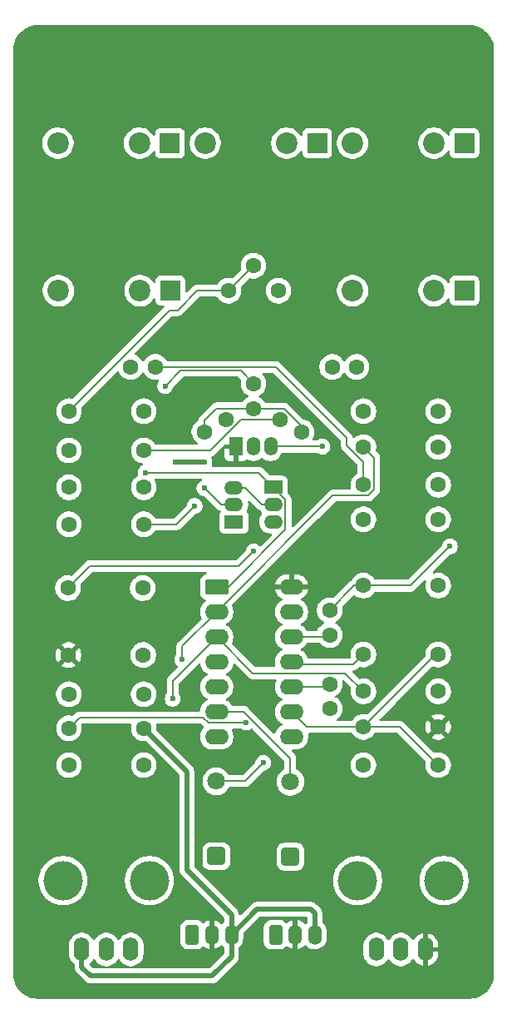
<source format=gbr>
%TF.GenerationSoftware,KiCad,Pcbnew,9.0.4*%
%TF.CreationDate,2026-02-02T18:41:13+11:00*%
%TF.ProjectId,VCO,56434f2e-6b69-4636-9164-5f7063625858,rev?*%
%TF.SameCoordinates,Original*%
%TF.FileFunction,Copper,L2,Bot*%
%TF.FilePolarity,Positive*%
%FSLAX46Y46*%
G04 Gerber Fmt 4.6, Leading zero omitted, Abs format (unit mm)*
G04 Created by KiCad (PCBNEW 9.0.4) date 2026-02-02 18:41:13*
%MOMM*%
%LPD*%
G01*
G04 APERTURE LIST*
G04 Aperture macros list*
%AMRoundRect*
0 Rectangle with rounded corners*
0 $1 Rounding radius*
0 $2 $3 $4 $5 $6 $7 $8 $9 X,Y pos of 4 corners*
0 Add a 4 corners polygon primitive as box body*
4,1,4,$2,$3,$4,$5,$6,$7,$8,$9,$2,$3,0*
0 Add four circle primitives for the rounded corners*
1,1,$1+$1,$2,$3*
1,1,$1+$1,$4,$5*
1,1,$1+$1,$6,$7*
1,1,$1+$1,$8,$9*
0 Add four rect primitives between the rounded corners*
20,1,$1+$1,$2,$3,$4,$5,0*
20,1,$1+$1,$4,$5,$6,$7,0*
20,1,$1+$1,$6,$7,$8,$9,0*
20,1,$1+$1,$8,$9,$2,$3,0*%
G04 Aperture macros list end*
%TA.AperFunction,WasherPad*%
%ADD10C,4.000000*%
%TD*%
%TA.AperFunction,ComponentPad*%
%ADD11O,1.600000X2.400000*%
%TD*%
%TA.AperFunction,ComponentPad*%
%ADD12R,1.350000X1.900000*%
%TD*%
%TA.AperFunction,ComponentPad*%
%ADD13O,1.350000X1.900000*%
%TD*%
%TA.AperFunction,ComponentPad*%
%ADD14C,1.600000*%
%TD*%
%TA.AperFunction,ComponentPad*%
%ADD15R,2.000000X2.000000*%
%TD*%
%TA.AperFunction,ComponentPad*%
%ADD16C,2.200000*%
%TD*%
%TA.AperFunction,ComponentPad*%
%ADD17RoundRect,0.291666X-0.408334X-0.708334X0.408334X-0.708334X0.408334X0.708334X-0.408334X0.708334X0*%
%TD*%
%TA.AperFunction,ComponentPad*%
%ADD18O,1.400000X2.000000*%
%TD*%
%TA.AperFunction,ComponentPad*%
%ADD19RoundRect,0.250000X-0.950000X-0.550000X0.950000X-0.550000X0.950000X0.550000X-0.950000X0.550000X0*%
%TD*%
%TA.AperFunction,ComponentPad*%
%ADD20O,2.400000X1.600000*%
%TD*%
%TA.AperFunction,ComponentPad*%
%ADD21RoundRect,0.250000X0.650000X-0.650000X0.650000X0.650000X-0.650000X0.650000X-0.650000X-0.650000X0*%
%TD*%
%TA.AperFunction,ComponentPad*%
%ADD22C,1.800000*%
%TD*%
%TA.AperFunction,ComponentPad*%
%ADD23R,1.900000X1.350000*%
%TD*%
%TA.AperFunction,ComponentPad*%
%ADD24O,1.900000X1.350000*%
%TD*%
%TA.AperFunction,ViaPad*%
%ADD25C,0.600000*%
%TD*%
%TA.AperFunction,Conductor*%
%ADD26C,0.200000*%
%TD*%
%TA.AperFunction,Conductor*%
%ADD27C,0.500000*%
%TD*%
G04 APERTURE END LIST*
D10*
%TO.P,RV3,*%
%TO.N,*%
X85600000Y-137500000D03*
X94400000Y-137500000D03*
D11*
%TO.P,RV3,1,1*%
%TO.N,VDD*%
X92500001Y-144500000D03*
%TO.P,RV3,2,2*%
%TO.N,Net-(R12-Pad1)*%
X90000000Y-144500000D03*
%TO.P,RV3,3,3*%
%TO.N,GND*%
X87499999Y-144500000D03*
%TD*%
D12*
%TO.P,Q1,1,C*%
%TO.N,VDD*%
X73230000Y-93360000D03*
D13*
%TO.P,Q1,2,B*%
%TO.N,Net-(Q1-B)*%
X75000000Y-93360000D03*
%TO.P,Q1,3,E*%
%TO.N,Net-(Q1-E)*%
X76730000Y-93360000D03*
%TD*%
D14*
%TO.P,R7,1*%
%TO.N,Net-(R7-Pad1)*%
X56190000Y-89750000D03*
%TO.P,R7,2*%
%TO.N,GND*%
X63810000Y-89750000D03*
%TD*%
%TO.P,R5,1*%
%TO.N,Net-(J2-PadT)*%
X56190000Y-97500000D03*
%TO.P,R5,2*%
%TO.N,Net-(R1-Pad1)*%
X63810000Y-97500000D03*
%TD*%
D15*
%TO.P,J3,G*%
%TO.N,GND*%
X81480000Y-62500000D03*
D16*
%TO.P,J3,S*%
%TO.N,unconnected-(J3-PadS)*%
X78380000Y-62500000D03*
%TO.P,J3,T*%
%TO.N,Net-(J3-PadT)*%
X70080000Y-62500000D03*
%TD*%
D17*
%TO.P,J6,1,Pin_1*%
%TO.N,GND*%
X68750000Y-143000000D03*
D18*
%TO.P,J6,2,Pin_2*%
%TO.N,VDD*%
X70750000Y-143000000D03*
%TO.P,J6,3,Pin_3*%
%TO.N,VSS*%
X72750000Y-143000000D03*
%TD*%
D14*
%TO.P,R21,1*%
%TO.N,Net-(C3-Pad2)*%
X86190000Y-107500000D03*
%TO.P,R21,2*%
%TO.N,GND*%
X93810000Y-107500000D03*
%TD*%
%TO.P,C3,1*%
%TO.N,Net-(C3-Pad1)*%
X82750000Y-112500000D03*
%TO.P,C3,2*%
%TO.N,Net-(C3-Pad2)*%
X82750000Y-110000000D03*
%TD*%
%TO.P,R3,1*%
%TO.N,Net-(T1-B)*%
X79874997Y-91892500D03*
%TO.P,R3,2*%
%TO.N,Net-(R3-Pad2)*%
X77675292Y-90622500D03*
%TD*%
D15*
%TO.P,J1,G*%
%TO.N,GND*%
X66480000Y-62500000D03*
D16*
%TO.P,J1,S*%
%TO.N,unconnected-(J1-PadS)*%
X63380000Y-62500000D03*
%TO.P,J1,T*%
%TO.N,Net-(J1-PadT)*%
X55080000Y-62500000D03*
%TD*%
D14*
%TO.P,R20,1*%
%TO.N,Net-(C2-Pad2)*%
X86193333Y-89750000D03*
%TO.P,R20,2*%
%TO.N,GND*%
X93813333Y-89750000D03*
%TD*%
%TO.P,R11,1*%
%TO.N,Net-(Q1-E)*%
X56190000Y-122000000D03*
%TO.P,R11,2*%
%TO.N,VSS*%
X63810000Y-122000000D03*
%TD*%
%TO.P,R12,1*%
%TO.N,Net-(R12-Pad1)*%
X86190000Y-125750000D03*
%TO.P,R12,2*%
%TO.N,Net-(R12-Pad2)*%
X93810000Y-125750000D03*
%TD*%
%TO.P,C1,1*%
%TO.N,Net-(D2-K)*%
X62500000Y-85250000D03*
%TO.P,C1,2*%
%TO.N,Net-(D1-A)*%
X65000000Y-85250000D03*
%TD*%
%TO.P,R16,1*%
%TO.N,Net-(D1-K)*%
X86210000Y-93410000D03*
%TO.P,R16,2*%
%TO.N,Net-(R12-Pad2)*%
X93830000Y-93410000D03*
%TD*%
%TO.P,R8,1*%
%TO.N,Net-(J3-PadT)*%
X63710000Y-107750000D03*
%TO.P,R8,2*%
%TO.N,Net-(Q1-B)*%
X56090000Y-107750000D03*
%TD*%
D19*
%TO.P,U1,1*%
%TO.N,Net-(D2-K)*%
X71250000Y-107630000D03*
D20*
%TO.P,U1,2*%
%TO.N,Net-(D1-K)*%
X71250000Y-110170000D03*
%TO.P,U1,3*%
%TO.N,Net-(R17-Pad2)*%
X71250000Y-112710000D03*
%TO.P,U1,4*%
%TO.N,Net-(U1-Pad4)*%
X71250000Y-115250000D03*
%TO.P,U1,5*%
X71250000Y-117790000D03*
%TO.P,U1,6*%
%TO.N,Net-(D2-A)*%
X71250000Y-120330000D03*
%TO.P,U1,7,VSS*%
%TO.N,GND*%
X71250000Y-122870000D03*
%TO.P,U1,8*%
%TO.N,Net-(R18-Pad2)*%
X78870000Y-122870000D03*
%TO.P,U1,9*%
%TO.N,Net-(R12-Pad2)*%
X78870000Y-120330000D03*
%TO.P,U1,10*%
%TO.N,Net-(C4-Pad2)*%
X78870000Y-117790000D03*
%TO.P,U1,11*%
%TO.N,Net-(R18-Pad2)*%
X78870000Y-115250000D03*
%TO.P,U1,12*%
%TO.N,Net-(C3-Pad1)*%
X78870000Y-112710000D03*
%TO.P,U1,13*%
%TO.N,Net-(C4-Pad2)*%
X78870000Y-110170000D03*
%TO.P,U1,14,VDD*%
%TO.N,VDD*%
X78870000Y-107630000D03*
%TD*%
D21*
%TO.P,D1,1,K*%
%TO.N,Net-(D1-K)*%
X71200000Y-135010000D03*
D22*
%TO.P,D1,2,A*%
%TO.N,Net-(D1-A)*%
X71200000Y-127390000D03*
%TD*%
D10*
%TO.P,RV1,*%
%TO.N,*%
X55600000Y-137500000D03*
X64400000Y-137500000D03*
D11*
%TO.P,RV1,1,1*%
%TO.N,GND*%
X62500001Y-144500000D03*
%TO.P,RV1,2,2*%
%TO.N,Net-(R6-Pad1)*%
X60000000Y-144500000D03*
%TO.P,RV1,3,3*%
%TO.N,VSS*%
X57499999Y-144500000D03*
%TD*%
D14*
%TO.P,R19,1*%
%TO.N,Net-(R17-Pad2)*%
X86193333Y-118250000D03*
%TO.P,R19,2*%
%TO.N,Net-(D2-A)*%
X93813333Y-118250000D03*
%TD*%
%TO.P,C4,1*%
%TO.N,GND*%
X82750000Y-120000000D03*
%TO.P,C4,2*%
%TO.N,Net-(C4-Pad2)*%
X82750000Y-117500000D03*
%TD*%
%TO.P,R13,1*%
%TO.N,VDD*%
X93810000Y-121870000D03*
%TO.P,R13,2*%
%TO.N,Net-(R12-Pad2)*%
X86190000Y-121870000D03*
%TD*%
%TO.P,C2,1*%
%TO.N,Net-(D1-K)*%
X83000000Y-85250000D03*
%TO.P,C2,2*%
%TO.N,Net-(C2-Pad2)*%
X85500000Y-85250000D03*
%TD*%
D23*
%TO.P,T2,1,C*%
%TO.N,Net-(D2-K)*%
X77000000Y-97500000D03*
D24*
%TO.P,T2,2,B*%
%TO.N,Net-(T1-E)*%
X77000000Y-99270000D03*
%TO.P,T2,3,E*%
%TO.N,GND*%
X77000000Y-101000000D03*
%TD*%
D15*
%TO.P,J4,G*%
%TO.N,GND*%
X96480000Y-77500000D03*
D16*
%TO.P,J4,S*%
%TO.N,unconnected-(J4-PadS)*%
X93380000Y-77500000D03*
%TO.P,J4,T*%
%TO.N,Net-(C2-Pad2)*%
X85080000Y-77500000D03*
%TD*%
D23*
%TO.P,T1,1,C*%
%TO.N,VSS*%
X73000000Y-101020000D03*
D24*
%TO.P,T1,2,B*%
%TO.N,Net-(T1-B)*%
X73000000Y-99250000D03*
%TO.P,T1,3,E*%
%TO.N,Net-(T1-E)*%
X73000000Y-97520000D03*
%TD*%
D21*
%TO.P,D2,1,K*%
%TO.N,Net-(D2-K)*%
X78750000Y-135060000D03*
D22*
%TO.P,D2,2,A*%
%TO.N,Net-(D2-A)*%
X78750000Y-127440000D03*
%TD*%
D14*
%TO.P,RV2,1,1*%
%TO.N,Net-(T1-B)*%
X77530000Y-77505000D03*
%TO.P,RV2,2,2*%
%TO.N,Net-(R7-Pad1)*%
X74990000Y-74965000D03*
%TO.P,RV2,3,3*%
X72450000Y-77505000D03*
%TD*%
%TO.P,R14,1*%
%TO.N,Net-(Q1-E)*%
X86190000Y-100750000D03*
%TO.P,R14,2*%
%TO.N,Net-(R12-Pad2)*%
X93810000Y-100750000D03*
%TD*%
%TO.P,R4,1*%
%TO.N,Net-(J1-PadT)*%
X56190000Y-93750000D03*
%TO.P,R4,2*%
%TO.N,Net-(R3-Pad2)*%
X63810000Y-93750000D03*
%TD*%
%TO.P,R18,1*%
%TO.N,Net-(R12-Pad2)*%
X93813333Y-114500000D03*
%TO.P,R18,2*%
%TO.N,Net-(R18-Pad2)*%
X86193333Y-114500000D03*
%TD*%
%TO.P,R9,1*%
%TO.N,Net-(Q1-B)*%
X63800000Y-118540000D03*
%TO.P,R9,2*%
%TO.N,GND*%
X56180000Y-118540000D03*
%TD*%
%TO.P,R17,1*%
%TO.N,Net-(D1-K)*%
X63810000Y-125750000D03*
%TO.P,R17,2*%
%TO.N,Net-(R17-Pad2)*%
X56190000Y-125750000D03*
%TD*%
%TO.P,R2,1*%
%TO.N,Net-(T1-B)*%
X69985004Y-91842500D03*
%TO.P,R2,2*%
%TO.N,Net-(R2-Pad2)*%
X72184709Y-90572500D03*
%TD*%
%TO.P,R6,1*%
%TO.N,Net-(R6-Pad1)*%
X56190000Y-101250000D03*
%TO.P,R6,2*%
%TO.N,Net-(R2-Pad2)*%
X63810000Y-101250000D03*
%TD*%
%TO.P,R10,1*%
%TO.N,VDD*%
X56150000Y-114550000D03*
%TO.P,R10,2*%
%TO.N,Net-(T1-E)*%
X63770000Y-114550000D03*
%TD*%
D15*
%TO.P,J2,G*%
%TO.N,GND*%
X66530000Y-77500000D03*
D16*
%TO.P,J2,S*%
%TO.N,unconnected-(J2-PadS)*%
X63430000Y-77500000D03*
%TO.P,J2,T*%
%TO.N,Net-(J2-PadT)*%
X55130000Y-77500000D03*
%TD*%
D14*
%TO.P,R1,1*%
%TO.N,Net-(R1-Pad1)*%
X75000000Y-86955000D03*
%TO.P,R1,2*%
%TO.N,Net-(T1-B)*%
X75000000Y-89495000D03*
%TD*%
D15*
%TO.P,J5,G*%
%TO.N,GND*%
X96480000Y-62500000D03*
D16*
%TO.P,J5,S*%
%TO.N,unconnected-(J5-PadS)*%
X93380000Y-62500000D03*
%TO.P,J5,T*%
%TO.N,Net-(C3-Pad2)*%
X85080000Y-62500000D03*
%TD*%
D14*
%TO.P,R15,1*%
%TO.N,Net-(D1-A)*%
X86193333Y-97250000D03*
%TO.P,R15,2*%
%TO.N,Net-(D1-K)*%
X93813333Y-97250000D03*
%TD*%
D17*
%TO.P,J7,1,Pin_1*%
%TO.N,GND*%
X77250000Y-143000000D03*
D18*
%TO.P,J7,2,Pin_2*%
%TO.N,VDD*%
X79250000Y-143000000D03*
%TO.P,J7,3,Pin_3*%
%TO.N,VSS*%
X81250000Y-143000000D03*
%TD*%
D25*
%TO.N,Net-(D1-A)*%
X76000000Y-125500000D03*
%TO.N,Net-(D2-K)*%
X64000000Y-96000000D03*
%TO.N,Net-(D1-K)*%
X67750000Y-115000000D03*
%TO.N,Net-(C3-Pad2)*%
X95000000Y-103500000D03*
%TO.N,GND*%
X70000000Y-94900000D03*
X67000000Y-94900000D03*
%TO.N,VDD*%
X74750000Y-114250000D03*
X82500000Y-100750000D03*
X80750000Y-99000000D03*
X74750000Y-117250000D03*
%TO.N,Net-(Q1-B)*%
X75000000Y-104000000D03*
%TO.N,Net-(Q1-E)*%
X82000000Y-93360000D03*
X74250000Y-121431000D03*
%TO.N,Net-(R1-Pad1)*%
X66000000Y-87200000D03*
%TO.N,Net-(R2-Pad2)*%
X69000000Y-99400000D03*
%TO.N,Net-(T1-B)*%
X69985004Y-97585004D03*
%TO.N,Net-(R17-Pad2)*%
X66750000Y-119000000D03*
%TD*%
D26*
%TO.N,Net-(D1-A)*%
X74110000Y-127390000D02*
X71200000Y-127390000D01*
X76000000Y-125500000D02*
X74110000Y-127390000D01*
X86193333Y-94950383D02*
X86193333Y-97250000D01*
X77250000Y-85250000D02*
X84500000Y-92500000D01*
X84500000Y-93257050D02*
X86193333Y-94950383D01*
X65000000Y-85250000D02*
X77250000Y-85250000D01*
X84500000Y-92500000D02*
X84500000Y-93257050D01*
%TO.N,Net-(D2-K)*%
X78251000Y-98751000D02*
X78251000Y-101829000D01*
X78251000Y-101829000D02*
X72450000Y-107630000D01*
X72450000Y-107630000D02*
X71250000Y-107630000D01*
X77000000Y-97500000D02*
X75500000Y-96000000D01*
X75500000Y-96000000D02*
X64000000Y-96000000D01*
X77000000Y-97500000D02*
X78251000Y-98751000D01*
%TO.N,Net-(D1-K)*%
X67750000Y-115000000D02*
X67750000Y-113670000D01*
X87294333Y-97706050D02*
X87294333Y-94494333D01*
X71250000Y-110170000D02*
X83069000Y-98351000D01*
X67750000Y-113670000D02*
X71250000Y-110170000D01*
X83069000Y-98351000D02*
X86649383Y-98351000D01*
X87294333Y-94494333D02*
X86210000Y-93410000D01*
X86649383Y-98351000D02*
X87294333Y-97706050D01*
%TO.N,Net-(C3-Pad1)*%
X78870000Y-112710000D02*
X82540000Y-112710000D01*
X82540000Y-112710000D02*
X82750000Y-112500000D01*
%TO.N,Net-(C3-Pad2)*%
X82750000Y-110000000D02*
X85250000Y-107500000D01*
X91000000Y-107500000D02*
X86190000Y-107500000D01*
X95000000Y-103500000D02*
X91000000Y-107500000D01*
X85250000Y-107500000D02*
X86190000Y-107500000D01*
%TO.N,Net-(D2-A)*%
X78750000Y-125081057D02*
X78750000Y-127440000D01*
X71250000Y-120330000D02*
X73998943Y-120330000D01*
X73998943Y-120330000D02*
X78750000Y-125081057D01*
D27*
%TO.N,GND*%
X67000000Y-94900000D02*
X70000000Y-94900000D01*
D26*
%TO.N,Net-(Q1-B)*%
X75000000Y-104000000D02*
X73500000Y-105500000D01*
X58340000Y-105500000D02*
X56090000Y-107750000D01*
X73500000Y-105500000D02*
X58340000Y-105500000D01*
%TO.N,Net-(Q1-E)*%
X57291000Y-120899000D02*
X56190000Y-122000000D01*
X76730000Y-93360000D02*
X82000000Y-93360000D01*
X69861951Y-120899000D02*
X57291000Y-120899000D01*
X70393951Y-121431000D02*
X69861951Y-120899000D01*
X74250000Y-121431000D02*
X70393951Y-121431000D01*
%TO.N,Net-(R1-Pad1)*%
X73696000Y-85651000D02*
X67549000Y-85651000D01*
X67549000Y-85651000D02*
X66000000Y-87200000D01*
X75000000Y-86955000D02*
X73696000Y-85651000D01*
%TO.N,Net-(R2-Pad2)*%
X66800000Y-101250000D02*
X63810000Y-101250000D01*
X67150000Y-101250000D02*
X66800000Y-101250000D01*
X69000000Y-99400000D02*
X67150000Y-101250000D01*
%TO.N,Net-(T1-B)*%
X73000000Y-99250000D02*
X71650000Y-99250000D01*
X75000000Y-89495000D02*
X78104842Y-89495000D01*
X71650000Y-99250000D02*
X69985004Y-97585004D01*
X74976500Y-89471500D02*
X75000000Y-89495000D01*
X79874997Y-91265155D02*
X79874997Y-91892500D01*
X71224634Y-89471500D02*
X74976500Y-89471500D01*
X69985004Y-90711130D02*
X71224634Y-89471500D01*
X69985004Y-91842500D02*
X69985004Y-90711130D01*
X78104842Y-89495000D02*
X79874997Y-91265155D01*
%TO.N,Net-(R7-Pad1)*%
X69250000Y-77500000D02*
X67250000Y-79500000D01*
X72450000Y-77505000D02*
X74990000Y-74965000D01*
X72450000Y-77505000D02*
X69255000Y-77505000D01*
X56190000Y-89750000D02*
X66440000Y-79500000D01*
X66440000Y-79500000D02*
X67250000Y-79500000D01*
X69255000Y-77505000D02*
X69250000Y-77500000D01*
%TO.N,Net-(T1-E)*%
X74120000Y-97520000D02*
X73000000Y-97520000D01*
X75870000Y-99270000D02*
X74120000Y-97520000D01*
X77000000Y-99270000D02*
X75870000Y-99270000D01*
D27*
%TO.N,VSS*%
X72750000Y-143000000D02*
X72750000Y-140950000D01*
X81250000Y-143000000D02*
X81250000Y-140850000D01*
X72750000Y-145250000D02*
X70800000Y-147200000D01*
X80800000Y-140400000D02*
X75350000Y-140400000D01*
X57499999Y-144500000D02*
X57499999Y-146299999D01*
X75350000Y-140400000D02*
X72750000Y-143000000D01*
X72750000Y-140950000D02*
X68200000Y-136400000D01*
X57499999Y-146299999D02*
X58400000Y-147200000D01*
X68200000Y-136400000D02*
X68200000Y-126390000D01*
X68200000Y-126390000D02*
X63810000Y-122000000D01*
X58400000Y-147200000D02*
X70800000Y-147200000D01*
X81250000Y-140850000D02*
X80800000Y-140400000D01*
X72750000Y-143000000D02*
X72750000Y-145250000D01*
D26*
%TO.N,Net-(R12-Pad2)*%
X80410000Y-121870000D02*
X86190000Y-121870000D01*
X86190000Y-121870000D02*
X89930000Y-121870000D01*
X93560000Y-114500000D02*
X93813333Y-114500000D01*
X86190000Y-121870000D02*
X93560000Y-114500000D01*
X89930000Y-121870000D02*
X93810000Y-125750000D01*
X78870000Y-120330000D02*
X80410000Y-121870000D01*
%TO.N,Net-(R17-Pad2)*%
X74939000Y-116399000D02*
X71250000Y-112710000D01*
X84342333Y-116399000D02*
X74939000Y-116399000D01*
X66750000Y-119000000D02*
X66750000Y-117210000D01*
X86193333Y-118250000D02*
X84342333Y-116399000D01*
X66750000Y-117210000D02*
X71250000Y-112710000D01*
%TO.N,Net-(R18-Pad2)*%
X85443333Y-115250000D02*
X86193333Y-114500000D01*
X78870000Y-115500000D02*
X85193333Y-115500000D01*
X85193333Y-115500000D02*
X85443333Y-115250000D01*
%TO.N,Net-(C4-Pad2)*%
X78870000Y-117790000D02*
X82460000Y-117790000D01*
X82460000Y-117790000D02*
X82750000Y-117500000D01*
%TO.N,Net-(R3-Pad2)*%
X63810000Y-93750000D02*
X70613000Y-93750000D01*
X77675292Y-90622500D02*
X73740500Y-90622500D01*
X73740500Y-90622500D02*
X70613000Y-93750000D01*
%TD*%
%TA.AperFunction,Conductor*%
%TO.N,VDD*%
G36*
X73084193Y-115413695D02*
G01*
X73135246Y-115444481D01*
X74454139Y-116763374D01*
X74454149Y-116763385D01*
X74458479Y-116767715D01*
X74458480Y-116767716D01*
X74570284Y-116879520D01*
X74647510Y-116924106D01*
X74707215Y-116958577D01*
X74859943Y-116999501D01*
X74859946Y-116999501D01*
X75025653Y-116999501D01*
X75025669Y-116999500D01*
X77210845Y-116999500D01*
X77277884Y-117019185D01*
X77323639Y-117071989D01*
X77333583Y-117141147D01*
X77321330Y-117179795D01*
X77264781Y-117290776D01*
X77201522Y-117485465D01*
X77169500Y-117687648D01*
X77169500Y-117892351D01*
X77201522Y-118094534D01*
X77264781Y-118289223D01*
X77316385Y-118390500D01*
X77340408Y-118437648D01*
X77357715Y-118471613D01*
X77478028Y-118637213D01*
X77622786Y-118781971D01*
X77768330Y-118887713D01*
X77788390Y-118902287D01*
X77879840Y-118948883D01*
X77881080Y-118949515D01*
X77931876Y-118997490D01*
X77948671Y-119065311D01*
X77926134Y-119131446D01*
X77881080Y-119170485D01*
X77788386Y-119217715D01*
X77622786Y-119338028D01*
X77478028Y-119482786D01*
X77357715Y-119648386D01*
X77264781Y-119830776D01*
X77201522Y-120025465D01*
X77169500Y-120227648D01*
X77169500Y-120432351D01*
X77201522Y-120634534D01*
X77264781Y-120829223D01*
X77317152Y-120932005D01*
X77347703Y-120991965D01*
X77357715Y-121011613D01*
X77478028Y-121177213D01*
X77622786Y-121321971D01*
X77777749Y-121434556D01*
X77788390Y-121442287D01*
X77879840Y-121488883D01*
X77881080Y-121489515D01*
X77931876Y-121537490D01*
X77948671Y-121605311D01*
X77926134Y-121671446D01*
X77881080Y-121710485D01*
X77788386Y-121757715D01*
X77622786Y-121878028D01*
X77478028Y-122022786D01*
X77357715Y-122188386D01*
X77264781Y-122370776D01*
X77235144Y-122461992D01*
X77195706Y-122519667D01*
X77131347Y-122546865D01*
X77062501Y-122534950D01*
X77029532Y-122511354D01*
X74486533Y-119968355D01*
X74486531Y-119968352D01*
X74367660Y-119849481D01*
X74367659Y-119849480D01*
X74280847Y-119799360D01*
X74280847Y-119799359D01*
X74280843Y-119799358D01*
X74230728Y-119770423D01*
X74078000Y-119729499D01*
X73919886Y-119729499D01*
X73912290Y-119729499D01*
X73912274Y-119729500D01*
X72879602Y-119729500D01*
X72812563Y-119709815D01*
X72769117Y-119661795D01*
X72762287Y-119648390D01*
X72762285Y-119648387D01*
X72762284Y-119648385D01*
X72641971Y-119482786D01*
X72497213Y-119338028D01*
X72331614Y-119217715D01*
X72325006Y-119214348D01*
X72238917Y-119170483D01*
X72188123Y-119122511D01*
X72171328Y-119054690D01*
X72193865Y-118988555D01*
X72238917Y-118949516D01*
X72331610Y-118902287D01*
X72389146Y-118860485D01*
X72497213Y-118781971D01*
X72497215Y-118781968D01*
X72497219Y-118781966D01*
X72641966Y-118637219D01*
X72641968Y-118637215D01*
X72641971Y-118637213D01*
X72702040Y-118554534D01*
X72762287Y-118471610D01*
X72855220Y-118289219D01*
X72918477Y-118094534D01*
X72950500Y-117892352D01*
X72950500Y-117687648D01*
X72931611Y-117568390D01*
X72918477Y-117485465D01*
X72869516Y-117334780D01*
X72855220Y-117290781D01*
X72855218Y-117290778D01*
X72855218Y-117290776D01*
X72821503Y-117224607D01*
X72762287Y-117108390D01*
X72754556Y-117097749D01*
X72641971Y-116942786D01*
X72497213Y-116798028D01*
X72331614Y-116677715D01*
X72325006Y-116674348D01*
X72238917Y-116630483D01*
X72188123Y-116582511D01*
X72171328Y-116514690D01*
X72193865Y-116448555D01*
X72238917Y-116409516D01*
X72331610Y-116362287D01*
X72400574Y-116312182D01*
X72497213Y-116241971D01*
X72497215Y-116241968D01*
X72497219Y-116241966D01*
X72641966Y-116097219D01*
X72641968Y-116097215D01*
X72641971Y-116097213D01*
X72694732Y-116024590D01*
X72762287Y-115931610D01*
X72855220Y-115749219D01*
X72918477Y-115554534D01*
X72925093Y-115512761D01*
X72955020Y-115449631D01*
X73014330Y-115412699D01*
X73084193Y-115413695D01*
G37*
%TD.AperFunction*%
%TA.AperFunction,Conductor*%
G36*
X77016942Y-85870185D02*
G01*
X77037584Y-85886819D01*
X83863181Y-92712416D01*
X83896666Y-92773739D01*
X83899500Y-92800097D01*
X83899500Y-93170380D01*
X83899499Y-93170398D01*
X83899499Y-93336104D01*
X83899498Y-93336104D01*
X83940423Y-93488835D01*
X83969358Y-93538950D01*
X83969359Y-93538954D01*
X83969360Y-93538954D01*
X84019479Y-93625764D01*
X84019481Y-93625767D01*
X84138349Y-93744635D01*
X84138355Y-93744640D01*
X85556514Y-95162799D01*
X85589999Y-95224122D01*
X85592833Y-95250480D01*
X85592833Y-96020397D01*
X85573148Y-96087436D01*
X85525133Y-96130879D01*
X85511722Y-96137712D01*
X85346119Y-96258028D01*
X85201361Y-96402786D01*
X85081048Y-96568386D01*
X84988114Y-96750776D01*
X84924855Y-96945465D01*
X84892833Y-97147648D01*
X84892833Y-97352351D01*
X84924856Y-97554535D01*
X84924857Y-97554542D01*
X84935788Y-97588183D01*
X84937783Y-97658024D01*
X84901702Y-97717856D01*
X84839001Y-97748684D01*
X84817857Y-97750500D01*
X82989943Y-97750500D01*
X82837214Y-97791423D01*
X82805772Y-97809577D01*
X82805771Y-97809577D01*
X82700287Y-97870477D01*
X82700282Y-97870481D01*
X79063181Y-101507583D01*
X79001858Y-101541068D01*
X78932166Y-101536084D01*
X78876233Y-101494212D01*
X78851816Y-101428748D01*
X78851500Y-101419902D01*
X78851500Y-98671943D01*
X78850057Y-98666560D01*
X78850054Y-98666548D01*
X78832089Y-98599500D01*
X78810577Y-98519215D01*
X78794847Y-98491971D01*
X78773629Y-98455220D01*
X78773629Y-98455219D01*
X78731522Y-98382287D01*
X78731521Y-98382286D01*
X78731520Y-98382284D01*
X78619716Y-98270480D01*
X78619715Y-98270479D01*
X78615385Y-98266149D01*
X78615374Y-98266139D01*
X78486818Y-98137583D01*
X78453333Y-98076260D01*
X78450499Y-98049902D01*
X78450499Y-96777129D01*
X78450498Y-96777123D01*
X78448035Y-96754213D01*
X78444091Y-96717517D01*
X78423953Y-96663525D01*
X78393797Y-96582671D01*
X78393793Y-96582664D01*
X78307547Y-96467455D01*
X78307544Y-96467452D01*
X78192335Y-96381206D01*
X78192328Y-96381202D01*
X78057482Y-96330908D01*
X78057483Y-96330908D01*
X77997883Y-96324501D01*
X77997881Y-96324500D01*
X77997873Y-96324500D01*
X77997865Y-96324500D01*
X76725097Y-96324500D01*
X76658058Y-96304815D01*
X76637416Y-96288181D01*
X75987590Y-95638355D01*
X75987588Y-95638352D01*
X75868717Y-95519481D01*
X75868716Y-95519480D01*
X75781904Y-95469360D01*
X75781904Y-95469359D01*
X75781900Y-95469358D01*
X75731785Y-95440423D01*
X75579057Y-95399499D01*
X75420943Y-95399499D01*
X75413347Y-95399499D01*
X75413331Y-95399500D01*
X70845134Y-95399500D01*
X70778095Y-95379815D01*
X70732340Y-95327011D01*
X70722396Y-95257853D01*
X70730573Y-95228047D01*
X70769737Y-95133497D01*
X70800500Y-94978842D01*
X70800500Y-94821158D01*
X70800500Y-94821155D01*
X70800499Y-94821153D01*
X70798380Y-94810500D01*
X70769737Y-94666503D01*
X70741039Y-94597219D01*
X70709397Y-94520827D01*
X70709389Y-94520812D01*
X70706376Y-94516303D01*
X70700085Y-94496213D01*
X70689338Y-94478112D01*
X70689854Y-94463540D01*
X70685497Y-94449626D01*
X70691065Y-94429325D01*
X70691811Y-94408286D01*
X70700123Y-94396306D01*
X70703981Y-94382245D01*
X70719641Y-94368177D01*
X70731643Y-94350882D01*
X70748345Y-94342393D01*
X70755959Y-94335555D01*
X70761991Y-94332864D01*
X70769508Y-94329747D01*
X70844785Y-94309577D01*
X70905541Y-94274499D01*
X70981716Y-94230520D01*
X71093520Y-94118716D01*
X71093520Y-94118714D01*
X71103724Y-94108511D01*
X71103727Y-94108506D01*
X72065915Y-93146318D01*
X72127238Y-93112834D01*
X72153596Y-93110000D01*
X72949670Y-93110000D01*
X72929925Y-93129745D01*
X72880556Y-93215255D01*
X72855000Y-93310630D01*
X72855000Y-93409370D01*
X72880556Y-93504745D01*
X72929925Y-93590255D01*
X72949670Y-93610000D01*
X72055000Y-93610000D01*
X72055000Y-94357844D01*
X72061401Y-94417372D01*
X72061403Y-94417379D01*
X72111645Y-94552086D01*
X72111649Y-94552093D01*
X72197809Y-94667187D01*
X72197812Y-94667190D01*
X72312906Y-94753350D01*
X72312913Y-94753354D01*
X72447620Y-94803596D01*
X72447627Y-94803598D01*
X72507155Y-94809999D01*
X72507172Y-94810000D01*
X72980000Y-94810000D01*
X72980000Y-93640330D01*
X72999745Y-93660075D01*
X73085255Y-93709444D01*
X73180630Y-93735000D01*
X73279370Y-93735000D01*
X73374745Y-93709444D01*
X73460255Y-93660075D01*
X73480000Y-93640330D01*
X73480000Y-94810000D01*
X73952828Y-94810000D01*
X73952844Y-94809999D01*
X74012372Y-94803598D01*
X74012379Y-94803596D01*
X74147086Y-94753354D01*
X74147088Y-94753352D01*
X74269289Y-94661874D01*
X74271229Y-94664465D01*
X74318610Y-94638572D01*
X74388303Y-94643532D01*
X74401294Y-94649239D01*
X74521526Y-94710500D01*
X74548765Y-94724379D01*
X74548767Y-94724380D01*
X74602908Y-94741971D01*
X74724736Y-94781555D01*
X74907486Y-94810500D01*
X74907487Y-94810500D01*
X75092513Y-94810500D01*
X75092514Y-94810500D01*
X75275264Y-94781555D01*
X75451235Y-94724379D01*
X75616096Y-94640378D01*
X75765787Y-94531621D01*
X75777319Y-94520089D01*
X75838642Y-94486604D01*
X75908334Y-94491588D01*
X75952681Y-94520089D01*
X75964213Y-94531621D01*
X76113904Y-94640378D01*
X76188677Y-94678477D01*
X76278764Y-94724379D01*
X76278767Y-94724380D01*
X76332908Y-94741971D01*
X76454736Y-94781555D01*
X76637486Y-94810500D01*
X76637487Y-94810500D01*
X76822513Y-94810500D01*
X76822514Y-94810500D01*
X77005264Y-94781555D01*
X77181235Y-94724379D01*
X77346096Y-94640378D01*
X77495787Y-94531621D01*
X77626621Y-94400787D01*
X77735378Y-94251096D01*
X77819379Y-94086235D01*
X77824852Y-94069390D01*
X77832393Y-94046183D01*
X77871830Y-93988507D01*
X77936188Y-93961308D01*
X77950324Y-93960500D01*
X81420234Y-93960500D01*
X81487273Y-93980185D01*
X81489125Y-93981398D01*
X81620814Y-94069390D01*
X81620827Y-94069397D01*
X81756556Y-94125617D01*
X81766503Y-94129737D01*
X81921153Y-94160499D01*
X81921156Y-94160500D01*
X81921158Y-94160500D01*
X82078844Y-94160500D01*
X82078845Y-94160499D01*
X82233497Y-94129737D01*
X82379179Y-94069394D01*
X82510289Y-93981789D01*
X82621789Y-93870289D01*
X82709394Y-93739179D01*
X82710061Y-93737570D01*
X82756371Y-93625766D01*
X82769737Y-93593497D01*
X82800500Y-93438842D01*
X82800500Y-93281158D01*
X82800500Y-93281155D01*
X82800499Y-93281153D01*
X82778468Y-93170398D01*
X82769737Y-93126503D01*
X82761023Y-93105465D01*
X82709397Y-92980827D01*
X82709390Y-92980814D01*
X82621789Y-92849711D01*
X82621786Y-92849707D01*
X82510292Y-92738213D01*
X82510288Y-92738210D01*
X82379185Y-92650609D01*
X82379172Y-92650602D01*
X82233501Y-92590264D01*
X82233489Y-92590261D01*
X82078845Y-92559500D01*
X82078842Y-92559500D01*
X81921158Y-92559500D01*
X81921155Y-92559500D01*
X81766510Y-92590261D01*
X81766498Y-92590264D01*
X81620827Y-92650602D01*
X81620814Y-92650609D01*
X81489125Y-92738602D01*
X81422447Y-92759480D01*
X81420234Y-92759500D01*
X81095095Y-92759500D01*
X81028056Y-92739815D01*
X80982301Y-92687011D01*
X80972357Y-92617853D01*
X80986339Y-92579096D01*
X80985072Y-92578451D01*
X81034460Y-92481523D01*
X81080217Y-92391719D01*
X81143474Y-92197034D01*
X81175497Y-91994852D01*
X81175497Y-91790148D01*
X81164563Y-91721115D01*
X81143474Y-91587965D01*
X81080215Y-91393276D01*
X81027952Y-91290705D01*
X80987284Y-91210890D01*
X80979553Y-91200249D01*
X80866968Y-91045286D01*
X80722210Y-90900528D01*
X80556610Y-90780215D01*
X80556609Y-90780214D01*
X80556607Y-90780213D01*
X80374216Y-90687280D01*
X80179531Y-90624023D01*
X80179528Y-90624022D01*
X80179529Y-90624022D01*
X80104744Y-90612177D01*
X80041609Y-90582247D01*
X80036462Y-90577385D01*
X78592432Y-89133355D01*
X78592430Y-89133352D01*
X78473559Y-89014481D01*
X78473558Y-89014480D01*
X78365316Y-88951987D01*
X78365315Y-88951986D01*
X78336625Y-88935422D01*
X78280723Y-88920443D01*
X78183899Y-88894499D01*
X78025785Y-88894499D01*
X78018189Y-88894499D01*
X78018173Y-88894500D01*
X76229602Y-88894500D01*
X76162563Y-88874815D01*
X76119117Y-88826795D01*
X76112284Y-88813385D01*
X75991971Y-88647786D01*
X75847213Y-88503028D01*
X75681614Y-88382715D01*
X75675006Y-88379348D01*
X75588917Y-88335483D01*
X75538123Y-88287511D01*
X75521328Y-88219690D01*
X75543865Y-88153555D01*
X75588917Y-88114516D01*
X75681610Y-88067287D01*
X75702770Y-88051913D01*
X75847213Y-87946971D01*
X75847215Y-87946968D01*
X75847219Y-87946966D01*
X75991966Y-87802219D01*
X75991968Y-87802215D01*
X75991971Y-87802213D01*
X76058754Y-87710292D01*
X76112287Y-87636610D01*
X76205220Y-87454219D01*
X76268477Y-87259534D01*
X76300500Y-87057352D01*
X76300500Y-86852648D01*
X76268477Y-86650466D01*
X76246704Y-86583457D01*
X76205218Y-86455776D01*
X76157581Y-86362284D01*
X76112287Y-86273390D01*
X76089456Y-86241966D01*
X75991971Y-86107786D01*
X75946366Y-86062181D01*
X75912881Y-86000858D01*
X75917865Y-85931166D01*
X75959737Y-85875233D01*
X76025201Y-85850816D01*
X76034047Y-85850500D01*
X76949903Y-85850500D01*
X77016942Y-85870185D01*
G37*
%TD.AperFunction*%
%TA.AperFunction,Conductor*%
G36*
X97003736Y-50500726D02*
G01*
X97293796Y-50518271D01*
X97308659Y-50520076D01*
X97590798Y-50571780D01*
X97605335Y-50575363D01*
X97879172Y-50660695D01*
X97893163Y-50666000D01*
X98154743Y-50783727D01*
X98167989Y-50790680D01*
X98413465Y-50939075D01*
X98425776Y-50947573D01*
X98651573Y-51124473D01*
X98662781Y-51134403D01*
X98865596Y-51337218D01*
X98875526Y-51348426D01*
X98995481Y-51501538D01*
X99052422Y-51574217D01*
X99060928Y-51586540D01*
X99209316Y-51832004D01*
X99216275Y-51845263D01*
X99333997Y-52106831D01*
X99339306Y-52120832D01*
X99424635Y-52394663D01*
X99428219Y-52409201D01*
X99479923Y-52691340D01*
X99481728Y-52706205D01*
X99499274Y-52996263D01*
X99499500Y-53003750D01*
X99499500Y-146996249D01*
X99499274Y-147003736D01*
X99481728Y-147293794D01*
X99479923Y-147308659D01*
X99428219Y-147590798D01*
X99424635Y-147605336D01*
X99339306Y-147879167D01*
X99333997Y-147893168D01*
X99216275Y-148154736D01*
X99209316Y-148167995D01*
X99060928Y-148413459D01*
X99052422Y-148425782D01*
X98875526Y-148651573D01*
X98865596Y-148662781D01*
X98662781Y-148865596D01*
X98651573Y-148875526D01*
X98425782Y-149052422D01*
X98413459Y-149060928D01*
X98167995Y-149209316D01*
X98154736Y-149216275D01*
X97893168Y-149333997D01*
X97879167Y-149339306D01*
X97605336Y-149424635D01*
X97590798Y-149428219D01*
X97308659Y-149479923D01*
X97293794Y-149481728D01*
X97014454Y-149498624D01*
X97003735Y-149499273D01*
X96996250Y-149499499D01*
X53003734Y-149499499D01*
X52996247Y-149499273D01*
X52706205Y-149481728D01*
X52691340Y-149479923D01*
X52409201Y-149428219D01*
X52394663Y-149424635D01*
X52120832Y-149339306D01*
X52106831Y-149333997D01*
X51845263Y-149216275D01*
X51832004Y-149209316D01*
X51586540Y-149060928D01*
X51574217Y-149052422D01*
X51348426Y-148875526D01*
X51337218Y-148865596D01*
X51134403Y-148662781D01*
X51124473Y-148651573D01*
X50947573Y-148425776D01*
X50939075Y-148413465D01*
X50790680Y-148167989D01*
X50783727Y-148154743D01*
X50666000Y-147893163D01*
X50660693Y-147879167D01*
X50656305Y-147865086D01*
X50575363Y-147605335D01*
X50571780Y-147590798D01*
X50520076Y-147308659D01*
X50518271Y-147293794D01*
X50500726Y-147003736D01*
X50500500Y-146996249D01*
X50500500Y-137359568D01*
X53099500Y-137359568D01*
X53099500Y-137640431D01*
X53130942Y-137919494D01*
X53130945Y-137919512D01*
X53193439Y-138193317D01*
X53193443Y-138193329D01*
X53286200Y-138458411D01*
X53408053Y-138711442D01*
X53408055Y-138711445D01*
X53557477Y-138949248D01*
X53732584Y-139168825D01*
X53931175Y-139367416D01*
X54150752Y-139542523D01*
X54388555Y-139691945D01*
X54641592Y-139813801D01*
X54840680Y-139883465D01*
X54906670Y-139906556D01*
X54906682Y-139906560D01*
X55180491Y-139969055D01*
X55180497Y-139969055D01*
X55180505Y-139969057D01*
X55366547Y-139990018D01*
X55459569Y-140000499D01*
X55459572Y-140000500D01*
X55459575Y-140000500D01*
X55740428Y-140000500D01*
X55740429Y-140000499D01*
X55883055Y-139984429D01*
X56019494Y-139969057D01*
X56019499Y-139969056D01*
X56019509Y-139969055D01*
X56293318Y-139906560D01*
X56558408Y-139813801D01*
X56811445Y-139691945D01*
X57049248Y-139542523D01*
X57268825Y-139367416D01*
X57467416Y-139168825D01*
X57642523Y-138949248D01*
X57791945Y-138711445D01*
X57913801Y-138458408D01*
X58006560Y-138193318D01*
X58069055Y-137919509D01*
X58100500Y-137640425D01*
X58100500Y-137359575D01*
X58100499Y-137359568D01*
X61899500Y-137359568D01*
X61899500Y-137640431D01*
X61930942Y-137919494D01*
X61930945Y-137919512D01*
X61993439Y-138193317D01*
X61993443Y-138193329D01*
X62086200Y-138458411D01*
X62208053Y-138711442D01*
X62208055Y-138711445D01*
X62357477Y-138949248D01*
X62532584Y-139168825D01*
X62731175Y-139367416D01*
X62950752Y-139542523D01*
X63188555Y-139691945D01*
X63441592Y-139813801D01*
X63640680Y-139883465D01*
X63706670Y-139906556D01*
X63706682Y-139906560D01*
X63980491Y-139969055D01*
X63980497Y-139969055D01*
X63980505Y-139969057D01*
X64166547Y-139990018D01*
X64259569Y-140000499D01*
X64259572Y-140000500D01*
X64259575Y-140000500D01*
X64540428Y-140000500D01*
X64540429Y-140000499D01*
X64683055Y-139984429D01*
X64819494Y-139969057D01*
X64819499Y-139969056D01*
X64819509Y-139969055D01*
X65093318Y-139906560D01*
X65358408Y-139813801D01*
X65611445Y-139691945D01*
X65849248Y-139542523D01*
X66068825Y-139367416D01*
X66267416Y-139168825D01*
X66442523Y-138949248D01*
X66591945Y-138711445D01*
X66713801Y-138458408D01*
X66806560Y-138193318D01*
X66869055Y-137919509D01*
X66900500Y-137640425D01*
X66900500Y-137359575D01*
X66869055Y-137080491D01*
X66806560Y-136806682D01*
X66713801Y-136541592D01*
X66591945Y-136288555D01*
X66442523Y-136050752D01*
X66267416Y-135831175D01*
X66068825Y-135632584D01*
X65849248Y-135457477D01*
X65611445Y-135308055D01*
X65611442Y-135308053D01*
X65358411Y-135186200D01*
X65093329Y-135093443D01*
X65093317Y-135093439D01*
X64819512Y-135030945D01*
X64819494Y-135030942D01*
X64540431Y-134999500D01*
X64540425Y-134999500D01*
X64259575Y-134999500D01*
X64259568Y-134999500D01*
X63980505Y-135030942D01*
X63980487Y-135030945D01*
X63706682Y-135093439D01*
X63706670Y-135093443D01*
X63441588Y-135186200D01*
X63188557Y-135308053D01*
X62950753Y-135457476D01*
X62731175Y-135632583D01*
X62532583Y-135831175D01*
X62357476Y-136050753D01*
X62208053Y-136288557D01*
X62086200Y-136541588D01*
X61993443Y-136806670D01*
X61993439Y-136806682D01*
X61930945Y-137080487D01*
X61930942Y-137080505D01*
X61899500Y-137359568D01*
X58100499Y-137359568D01*
X58069055Y-137080491D01*
X58006560Y-136806682D01*
X57913801Y-136541592D01*
X57791945Y-136288555D01*
X57642523Y-136050752D01*
X57467416Y-135831175D01*
X57268825Y-135632584D01*
X57049248Y-135457477D01*
X56811445Y-135308055D01*
X56811442Y-135308053D01*
X56558411Y-135186200D01*
X56293329Y-135093443D01*
X56293317Y-135093439D01*
X56019512Y-135030945D01*
X56019494Y-135030942D01*
X55740431Y-134999500D01*
X55740425Y-134999500D01*
X55459575Y-134999500D01*
X55459568Y-134999500D01*
X55180505Y-135030942D01*
X55180487Y-135030945D01*
X54906682Y-135093439D01*
X54906670Y-135093443D01*
X54641588Y-135186200D01*
X54388557Y-135308053D01*
X54150753Y-135457476D01*
X53931175Y-135632583D01*
X53732583Y-135831175D01*
X53557476Y-136050753D01*
X53408053Y-136288557D01*
X53286200Y-136541588D01*
X53193443Y-136806670D01*
X53193439Y-136806682D01*
X53130945Y-137080487D01*
X53130942Y-137080505D01*
X53099500Y-137359568D01*
X50500500Y-137359568D01*
X50500500Y-125647648D01*
X54889500Y-125647648D01*
X54889500Y-125852351D01*
X54921522Y-126054534D01*
X54984781Y-126249223D01*
X55077715Y-126431613D01*
X55198028Y-126597213D01*
X55342786Y-126741971D01*
X55494772Y-126852393D01*
X55508390Y-126862287D01*
X55624607Y-126921503D01*
X55690776Y-126955218D01*
X55690778Y-126955218D01*
X55690781Y-126955220D01*
X55795137Y-126989127D01*
X55885465Y-127018477D01*
X55986557Y-127034488D01*
X56087648Y-127050500D01*
X56087649Y-127050500D01*
X56292351Y-127050500D01*
X56292352Y-127050500D01*
X56494534Y-127018477D01*
X56689219Y-126955220D01*
X56871610Y-126862287D01*
X57021783Y-126753181D01*
X57037213Y-126741971D01*
X57037215Y-126741968D01*
X57037219Y-126741966D01*
X57181966Y-126597219D01*
X57181968Y-126597215D01*
X57181971Y-126597213D01*
X57234732Y-126524590D01*
X57302287Y-126431610D01*
X57395220Y-126249219D01*
X57458477Y-126054534D01*
X57490500Y-125852352D01*
X57490500Y-125647648D01*
X62509500Y-125647648D01*
X62509500Y-125852351D01*
X62541522Y-126054534D01*
X62604781Y-126249223D01*
X62697715Y-126431613D01*
X62818028Y-126597213D01*
X62962786Y-126741971D01*
X63114772Y-126852393D01*
X63128390Y-126862287D01*
X63244607Y-126921503D01*
X63310776Y-126955218D01*
X63310778Y-126955218D01*
X63310781Y-126955220D01*
X63415137Y-126989127D01*
X63505465Y-127018477D01*
X63606557Y-127034488D01*
X63707648Y-127050500D01*
X63707649Y-127050500D01*
X63912351Y-127050500D01*
X63912352Y-127050500D01*
X64114534Y-127018477D01*
X64309219Y-126955220D01*
X64491610Y-126862287D01*
X64641783Y-126753181D01*
X64657213Y-126741971D01*
X64657215Y-126741968D01*
X64657219Y-126741966D01*
X64801966Y-126597219D01*
X64801968Y-126597215D01*
X64801971Y-126597213D01*
X64854732Y-126524590D01*
X64922287Y-126431610D01*
X65015220Y-126249219D01*
X65078477Y-126054534D01*
X65110500Y-125852352D01*
X65110500Y-125647648D01*
X65078477Y-125445466D01*
X65015220Y-125250781D01*
X65015218Y-125250778D01*
X65015218Y-125250776D01*
X64981503Y-125184607D01*
X64922287Y-125068390D01*
X64914556Y-125057749D01*
X64801971Y-124902786D01*
X64657213Y-124758028D01*
X64491613Y-124637715D01*
X64491612Y-124637714D01*
X64491610Y-124637713D01*
X64410148Y-124596206D01*
X64309223Y-124544781D01*
X64114534Y-124481522D01*
X63939995Y-124453878D01*
X63912352Y-124449500D01*
X63707648Y-124449500D01*
X63683329Y-124453351D01*
X63505465Y-124481522D01*
X63310776Y-124544781D01*
X63128386Y-124637715D01*
X62962786Y-124758028D01*
X62818028Y-124902786D01*
X62697715Y-125068386D01*
X62604781Y-125250776D01*
X62541522Y-125445465D01*
X62509500Y-125647648D01*
X57490500Y-125647648D01*
X57458477Y-125445466D01*
X57395220Y-125250781D01*
X57395218Y-125250778D01*
X57395218Y-125250776D01*
X57361503Y-125184607D01*
X57302287Y-125068390D01*
X57294556Y-125057749D01*
X57181971Y-124902786D01*
X57037213Y-124758028D01*
X56871613Y-124637715D01*
X56871612Y-124637714D01*
X56871610Y-124637713D01*
X56790148Y-124596206D01*
X56689223Y-124544781D01*
X56494534Y-124481522D01*
X56319995Y-124453878D01*
X56292352Y-124449500D01*
X56087648Y-124449500D01*
X56063329Y-124453351D01*
X55885465Y-124481522D01*
X55690776Y-124544781D01*
X55508386Y-124637715D01*
X55342786Y-124758028D01*
X55198028Y-124902786D01*
X55077715Y-125068386D01*
X54984781Y-125250776D01*
X54921522Y-125445465D01*
X54889500Y-125647648D01*
X50500500Y-125647648D01*
X50500500Y-118437648D01*
X54879500Y-118437648D01*
X54879500Y-118642351D01*
X54911522Y-118844534D01*
X54974781Y-119039223D01*
X55021772Y-119131446D01*
X55065728Y-119217715D01*
X55067715Y-119221613D01*
X55188028Y-119387213D01*
X55332786Y-119531971D01*
X55487749Y-119644556D01*
X55498390Y-119652287D01*
X55610461Y-119709390D01*
X55680776Y-119745218D01*
X55680778Y-119745218D01*
X55680781Y-119745220D01*
X55756237Y-119769737D01*
X55875465Y-119808477D01*
X55976557Y-119824488D01*
X56077648Y-119840500D01*
X56077649Y-119840500D01*
X56282351Y-119840500D01*
X56282352Y-119840500D01*
X56484534Y-119808477D01*
X56679219Y-119745220D01*
X56861610Y-119652287D01*
X56954590Y-119584732D01*
X57027213Y-119531971D01*
X57027215Y-119531968D01*
X57027219Y-119531966D01*
X57171966Y-119387219D01*
X57171968Y-119387215D01*
X57171971Y-119387213D01*
X57224732Y-119314590D01*
X57292287Y-119221610D01*
X57385220Y-119039219D01*
X57448477Y-118844534D01*
X57480500Y-118642352D01*
X57480500Y-118437648D01*
X62499500Y-118437648D01*
X62499500Y-118642351D01*
X62531522Y-118844534D01*
X62594781Y-119039223D01*
X62641772Y-119131446D01*
X62685728Y-119217715D01*
X62687715Y-119221613D01*
X62808028Y-119387213D01*
X62952786Y-119531971D01*
X63107749Y-119644556D01*
X63118390Y-119652287D01*
X63230461Y-119709390D01*
X63300776Y-119745218D01*
X63300778Y-119745218D01*
X63300781Y-119745220D01*
X63376237Y-119769737D01*
X63495465Y-119808477D01*
X63596557Y-119824488D01*
X63697648Y-119840500D01*
X63697649Y-119840500D01*
X63902351Y-119840500D01*
X63902352Y-119840500D01*
X64104534Y-119808477D01*
X64299219Y-119745220D01*
X64481610Y-119652287D01*
X64574590Y-119584732D01*
X64647213Y-119531971D01*
X64647215Y-119531968D01*
X64647219Y-119531966D01*
X64791966Y-119387219D01*
X64791968Y-119387215D01*
X64791971Y-119387213D01*
X64844732Y-119314590D01*
X64912287Y-119221610D01*
X65005220Y-119039219D01*
X65068477Y-118844534D01*
X65100500Y-118642352D01*
X65100500Y-118437648D01*
X65086176Y-118347213D01*
X65068477Y-118235465D01*
X65005218Y-118040776D01*
X64971503Y-117974607D01*
X64912287Y-117858390D01*
X64904556Y-117847749D01*
X64791971Y-117692786D01*
X64647213Y-117548028D01*
X64481613Y-117427715D01*
X64481612Y-117427714D01*
X64481610Y-117427713D01*
X64422604Y-117397648D01*
X64299223Y-117334781D01*
X64104534Y-117271522D01*
X63929995Y-117243878D01*
X63902352Y-117239500D01*
X63697648Y-117239500D01*
X63673329Y-117243351D01*
X63495465Y-117271522D01*
X63300776Y-117334781D01*
X63118386Y-117427715D01*
X62952786Y-117548028D01*
X62808028Y-117692786D01*
X62687715Y-117858386D01*
X62594781Y-118040776D01*
X62531522Y-118235465D01*
X62499500Y-118437648D01*
X57480500Y-118437648D01*
X57466176Y-118347213D01*
X57448477Y-118235465D01*
X57385218Y-118040776D01*
X57351503Y-117974607D01*
X57292287Y-117858390D01*
X57284556Y-117847749D01*
X57171971Y-117692786D01*
X57027213Y-117548028D01*
X56861613Y-117427715D01*
X56861612Y-117427714D01*
X56861610Y-117427713D01*
X56802604Y-117397648D01*
X56679223Y-117334781D01*
X56484534Y-117271522D01*
X56309995Y-117243878D01*
X56282352Y-117239500D01*
X56077648Y-117239500D01*
X56053329Y-117243351D01*
X55875465Y-117271522D01*
X55680776Y-117334781D01*
X55498386Y-117427715D01*
X55332786Y-117548028D01*
X55188028Y-117692786D01*
X55067715Y-117858386D01*
X54974781Y-118040776D01*
X54911522Y-118235465D01*
X54879500Y-118437648D01*
X50500500Y-118437648D01*
X50500500Y-114447682D01*
X54850000Y-114447682D01*
X54850000Y-114652317D01*
X54882009Y-114854417D01*
X54945244Y-115049031D01*
X55038141Y-115231350D01*
X55038147Y-115231359D01*
X55070523Y-115275921D01*
X55070524Y-115275922D01*
X55750000Y-114596446D01*
X55750000Y-114602661D01*
X55777259Y-114704394D01*
X55829920Y-114795606D01*
X55904394Y-114870080D01*
X55995606Y-114922741D01*
X56097339Y-114950000D01*
X56103553Y-114950000D01*
X55424076Y-115629474D01*
X55468650Y-115661859D01*
X55650968Y-115754755D01*
X55845582Y-115817990D01*
X56047683Y-115850000D01*
X56252317Y-115850000D01*
X56454417Y-115817990D01*
X56649031Y-115754755D01*
X56831349Y-115661859D01*
X56875921Y-115629474D01*
X56196447Y-114950000D01*
X56202661Y-114950000D01*
X56304394Y-114922741D01*
X56395606Y-114870080D01*
X56470080Y-114795606D01*
X56522741Y-114704394D01*
X56550000Y-114602661D01*
X56550000Y-114596447D01*
X57229474Y-115275921D01*
X57261859Y-115231349D01*
X57354755Y-115049031D01*
X57417990Y-114854417D01*
X57450000Y-114652317D01*
X57450000Y-114447682D01*
X57449995Y-114447648D01*
X62469500Y-114447648D01*
X62469500Y-114652351D01*
X62501522Y-114854534D01*
X62564781Y-115049223D01*
X62614932Y-115147648D01*
X62657585Y-115231359D01*
X62657715Y-115231613D01*
X62778028Y-115397213D01*
X62922786Y-115541971D01*
X63077749Y-115654556D01*
X63088390Y-115662287D01*
X63171599Y-115704684D01*
X63270776Y-115755218D01*
X63270778Y-115755218D01*
X63270781Y-115755220D01*
X63343399Y-115778815D01*
X63465465Y-115818477D01*
X63528558Y-115828470D01*
X63667648Y-115850500D01*
X63667649Y-115850500D01*
X63872351Y-115850500D01*
X63872352Y-115850500D01*
X64074534Y-115818477D01*
X64269219Y-115755220D01*
X64451610Y-115662287D01*
X64599914Y-115554539D01*
X64617213Y-115541971D01*
X64617215Y-115541968D01*
X64617219Y-115541966D01*
X64761966Y-115397219D01*
X64761968Y-115397215D01*
X64761971Y-115397213D01*
X64814732Y-115324590D01*
X64882287Y-115231610D01*
X64975220Y-115049219D01*
X65038477Y-114854534D01*
X65070500Y-114652352D01*
X65070500Y-114447648D01*
X65062257Y-114395606D01*
X65038477Y-114245465D01*
X65003466Y-114137713D01*
X64975220Y-114050781D01*
X64975218Y-114050778D01*
X64975218Y-114050776D01*
X64907939Y-113918735D01*
X64882287Y-113868390D01*
X64850092Y-113824077D01*
X64761971Y-113702786D01*
X64617213Y-113558028D01*
X64451613Y-113437715D01*
X64451612Y-113437714D01*
X64451610Y-113437713D01*
X64341673Y-113381697D01*
X64269223Y-113344781D01*
X64074534Y-113281522D01*
X63899995Y-113253878D01*
X63872352Y-113249500D01*
X63667648Y-113249500D01*
X63643329Y-113253351D01*
X63465465Y-113281522D01*
X63270776Y-113344781D01*
X63088386Y-113437715D01*
X62922786Y-113558028D01*
X62778028Y-113702786D01*
X62657715Y-113868386D01*
X62564781Y-114050776D01*
X62501522Y-114245465D01*
X62469500Y-114447648D01*
X57449995Y-114447648D01*
X57417990Y-114245582D01*
X57354755Y-114050968D01*
X57261859Y-113868650D01*
X57229474Y-113824077D01*
X57229474Y-113824076D01*
X56550000Y-114503551D01*
X56550000Y-114497339D01*
X56522741Y-114395606D01*
X56470080Y-114304394D01*
X56395606Y-114229920D01*
X56304394Y-114177259D01*
X56202661Y-114150000D01*
X56196446Y-114150000D01*
X56875922Y-113470524D01*
X56875921Y-113470523D01*
X56831359Y-113438147D01*
X56831350Y-113438141D01*
X56649031Y-113345244D01*
X56454417Y-113282009D01*
X56252317Y-113250000D01*
X56047683Y-113250000D01*
X55845582Y-113282009D01*
X55650968Y-113345244D01*
X55468644Y-113438143D01*
X55424077Y-113470523D01*
X55424077Y-113470524D01*
X56103554Y-114150000D01*
X56097339Y-114150000D01*
X55995606Y-114177259D01*
X55904394Y-114229920D01*
X55829920Y-114304394D01*
X55777259Y-114395606D01*
X55750000Y-114497339D01*
X55750000Y-114503553D01*
X55070524Y-113824077D01*
X55070523Y-113824077D01*
X55038143Y-113868644D01*
X54945244Y-114050968D01*
X54882009Y-114245582D01*
X54850000Y-114447682D01*
X50500500Y-114447682D01*
X50500500Y-107647648D01*
X54789500Y-107647648D01*
X54789500Y-107852351D01*
X54821522Y-108054534D01*
X54884781Y-108249223D01*
X54977715Y-108431613D01*
X55098028Y-108597213D01*
X55242786Y-108741971D01*
X55361573Y-108828273D01*
X55408390Y-108862287D01*
X55492276Y-108905029D01*
X55590776Y-108955218D01*
X55590778Y-108955218D01*
X55590781Y-108955220D01*
X55620204Y-108964780D01*
X55785465Y-109018477D01*
X55886557Y-109034488D01*
X55987648Y-109050500D01*
X55987649Y-109050500D01*
X56192351Y-109050500D01*
X56192352Y-109050500D01*
X56394534Y-109018477D01*
X56589219Y-108955220D01*
X56771610Y-108862287D01*
X56872160Y-108789234D01*
X56937213Y-108741971D01*
X56937215Y-108741968D01*
X56937219Y-108741966D01*
X57081966Y-108597219D01*
X57081968Y-108597215D01*
X57081971Y-108597213D01*
X57134732Y-108524590D01*
X57202287Y-108431610D01*
X57295220Y-108249219D01*
X57358477Y-108054534D01*
X57390500Y-107852352D01*
X57390500Y-107647648D01*
X62409500Y-107647648D01*
X62409500Y-107852351D01*
X62441522Y-108054534D01*
X62504781Y-108249223D01*
X62597715Y-108431613D01*
X62718028Y-108597213D01*
X62862786Y-108741971D01*
X62981573Y-108828273D01*
X63028390Y-108862287D01*
X63112276Y-108905029D01*
X63210776Y-108955218D01*
X63210778Y-108955218D01*
X63210781Y-108955220D01*
X63240204Y-108964780D01*
X63405465Y-109018477D01*
X63506557Y-109034488D01*
X63607648Y-109050500D01*
X63607649Y-109050500D01*
X63812351Y-109050500D01*
X63812352Y-109050500D01*
X64014534Y-109018477D01*
X64209219Y-108955220D01*
X64391610Y-108862287D01*
X64492160Y-108789234D01*
X64557213Y-108741971D01*
X64557215Y-108741968D01*
X64557219Y-108741966D01*
X64701966Y-108597219D01*
X64701968Y-108597215D01*
X64701971Y-108597213D01*
X64754732Y-108524590D01*
X64822287Y-108431610D01*
X64915220Y-108249219D01*
X64978477Y-108054534D01*
X65010500Y-107852352D01*
X65010500Y-107647648D01*
X64978477Y-107445466D01*
X64915220Y-107250781D01*
X64915218Y-107250778D01*
X64915218Y-107250776D01*
X64854173Y-107130970D01*
X64822287Y-107068390D01*
X64772361Y-106999672D01*
X64701971Y-106902786D01*
X64557213Y-106758028D01*
X64391613Y-106637715D01*
X64391612Y-106637714D01*
X64391610Y-106637713D01*
X64334653Y-106608691D01*
X64209223Y-106544781D01*
X64014534Y-106481522D01*
X63839995Y-106453878D01*
X63812352Y-106449500D01*
X63607648Y-106449500D01*
X63583329Y-106453351D01*
X63405465Y-106481522D01*
X63210776Y-106544781D01*
X63028386Y-106637715D01*
X62862786Y-106758028D01*
X62718028Y-106902786D01*
X62597715Y-107068386D01*
X62504781Y-107250776D01*
X62441522Y-107445465D01*
X62409500Y-107647648D01*
X57390500Y-107647648D01*
X57358477Y-107445466D01*
X57353825Y-107431151D01*
X57351832Y-107361312D01*
X57384075Y-107305158D01*
X58552417Y-106136819D01*
X58613740Y-106103334D01*
X58640098Y-106100500D01*
X70101544Y-106100500D01*
X70168583Y-106120185D01*
X70214338Y-106172989D01*
X70224282Y-106242147D01*
X70195257Y-106305703D01*
X70140548Y-106342206D01*
X69980668Y-106395185D01*
X69980663Y-106395187D01*
X69831342Y-106487289D01*
X69707289Y-106611342D01*
X69615187Y-106760663D01*
X69615186Y-106760666D01*
X69560001Y-106927203D01*
X69560001Y-106927204D01*
X69560000Y-106927204D01*
X69549500Y-107029983D01*
X69549500Y-108230001D01*
X69549501Y-108230018D01*
X69560000Y-108332796D01*
X69560001Y-108332799D01*
X69591682Y-108428405D01*
X69615186Y-108499334D01*
X69707288Y-108648656D01*
X69831344Y-108772712D01*
X69980666Y-108864814D01*
X70062570Y-108891954D01*
X70120015Y-108931727D01*
X70146838Y-108996243D01*
X70134523Y-109065018D01*
X70096451Y-109109978D01*
X70002787Y-109178028D01*
X70002782Y-109178032D01*
X69858028Y-109322786D01*
X69737715Y-109488386D01*
X69644781Y-109670776D01*
X69581522Y-109865465D01*
X69549500Y-110067648D01*
X69549500Y-110272351D01*
X69581523Y-110474535D01*
X69581523Y-110474538D01*
X69644779Y-110669218D01*
X69644779Y-110669219D01*
X69690547Y-110759045D01*
X69703443Y-110827714D01*
X69677166Y-110892455D01*
X69667743Y-110903020D01*
X67384449Y-113186314D01*
X67384442Y-113186321D01*
X67381286Y-113189478D01*
X67381284Y-113189480D01*
X67269480Y-113301284D01*
X67244368Y-113344780D01*
X67238468Y-113354998D01*
X67238468Y-113354999D01*
X67190465Y-113438143D01*
X67190423Y-113438215D01*
X67149499Y-113590943D01*
X67149499Y-113590945D01*
X67149499Y-113759046D01*
X67149500Y-113759059D01*
X67149500Y-114420234D01*
X67129815Y-114487273D01*
X67128602Y-114489125D01*
X67040609Y-114620814D01*
X67040602Y-114620827D01*
X66980264Y-114766498D01*
X66980261Y-114766510D01*
X66949500Y-114921153D01*
X66949500Y-115078846D01*
X66980261Y-115233489D01*
X66980264Y-115233501D01*
X67040602Y-115379172D01*
X67040609Y-115379185D01*
X67128210Y-115510288D01*
X67128213Y-115510292D01*
X67239707Y-115621786D01*
X67239710Y-115621788D01*
X67239711Y-115621789D01*
X67261250Y-115636181D01*
X67263504Y-115637687D01*
X67308308Y-115691300D01*
X67317015Y-115760625D01*
X67286860Y-115823652D01*
X67282293Y-115828470D01*
X66384228Y-116726535D01*
X66384221Y-116726542D01*
X66381286Y-116729478D01*
X66381284Y-116729480D01*
X66269480Y-116841284D01*
X66247405Y-116879520D01*
X66190423Y-116978215D01*
X66149499Y-117130943D01*
X66149499Y-117130945D01*
X66149499Y-117299046D01*
X66149500Y-117299059D01*
X66149500Y-118420234D01*
X66129815Y-118487273D01*
X66128602Y-118489125D01*
X66040609Y-118620814D01*
X66040602Y-118620827D01*
X65980264Y-118766498D01*
X65980261Y-118766510D01*
X65949500Y-118921153D01*
X65949500Y-119078846D01*
X65980261Y-119233489D01*
X65980264Y-119233501D01*
X66040602Y-119379172D01*
X66040609Y-119379185D01*
X66128210Y-119510288D01*
X66128213Y-119510292D01*
X66239707Y-119621786D01*
X66239711Y-119621789D01*
X66370814Y-119709390D01*
X66370827Y-119709397D01*
X66457308Y-119745218D01*
X66516503Y-119769737D01*
X66665417Y-119799358D01*
X66671153Y-119800499D01*
X66671156Y-119800500D01*
X66671158Y-119800500D01*
X66828844Y-119800500D01*
X66828845Y-119800499D01*
X66983497Y-119769737D01*
X67129179Y-119709394D01*
X67260289Y-119621789D01*
X67371789Y-119510289D01*
X67459394Y-119379179D01*
X67519737Y-119233497D01*
X67550500Y-119078842D01*
X67550500Y-118921158D01*
X67550500Y-118921155D01*
X67550499Y-118921153D01*
X67528888Y-118812510D01*
X67519737Y-118766503D01*
X67512901Y-118750000D01*
X67459397Y-118620827D01*
X67459390Y-118620814D01*
X67371398Y-118489125D01*
X67350520Y-118422447D01*
X67350500Y-118420234D01*
X67350500Y-117510097D01*
X67370185Y-117443058D01*
X67386819Y-117422416D01*
X68360680Y-116448555D01*
X69364755Y-115444479D01*
X69426076Y-115410996D01*
X69495768Y-115415980D01*
X69551701Y-115457852D01*
X69574907Y-115512764D01*
X69581522Y-115554534D01*
X69644781Y-115749223D01*
X69737715Y-115931613D01*
X69858028Y-116097213D01*
X70002786Y-116241971D01*
X70157749Y-116354556D01*
X70168390Y-116362287D01*
X70259840Y-116408883D01*
X70261080Y-116409515D01*
X70311876Y-116457490D01*
X70328671Y-116525311D01*
X70306134Y-116591446D01*
X70261080Y-116630485D01*
X70168386Y-116677715D01*
X70002786Y-116798028D01*
X69858028Y-116942786D01*
X69737715Y-117108386D01*
X69644781Y-117290776D01*
X69581522Y-117485465D01*
X69549500Y-117687648D01*
X69549500Y-117892351D01*
X69581522Y-118094534D01*
X69644781Y-118289223D01*
X69696385Y-118390500D01*
X69720408Y-118437648D01*
X69737715Y-118471613D01*
X69858028Y-118637213D01*
X70002786Y-118781971D01*
X70148330Y-118887713D01*
X70168390Y-118902287D01*
X70259840Y-118948883D01*
X70261080Y-118949515D01*
X70311876Y-118997490D01*
X70328671Y-119065311D01*
X70306134Y-119131446D01*
X70261080Y-119170485D01*
X70168386Y-119217715D01*
X70002786Y-119338028D01*
X69858028Y-119482786D01*
X69737715Y-119648386D01*
X69644781Y-119830776D01*
X69602377Y-119961284D01*
X69581523Y-120025466D01*
X69569346Y-120102351D01*
X69554846Y-120193898D01*
X69524917Y-120257033D01*
X69465605Y-120293964D01*
X69432373Y-120298500D01*
X57370057Y-120298500D01*
X57211943Y-120298500D01*
X57059215Y-120339423D01*
X57059214Y-120339423D01*
X57059212Y-120339424D01*
X57059209Y-120339425D01*
X57009096Y-120368359D01*
X57009095Y-120368360D01*
X56965689Y-120393420D01*
X56922285Y-120418479D01*
X56922282Y-120418481D01*
X56810478Y-120530286D01*
X56634842Y-120705921D01*
X56573519Y-120739406D01*
X56508848Y-120736173D01*
X56494534Y-120731522D01*
X56319995Y-120703878D01*
X56292352Y-120699500D01*
X56087648Y-120699500D01*
X56063329Y-120703351D01*
X55885465Y-120731522D01*
X55690776Y-120794781D01*
X55508386Y-120887715D01*
X55342786Y-121008028D01*
X55198028Y-121152786D01*
X55077715Y-121318386D01*
X54984781Y-121500776D01*
X54921522Y-121695465D01*
X54889500Y-121897648D01*
X54889500Y-122102351D01*
X54921522Y-122304534D01*
X54984781Y-122499223D01*
X55043212Y-122613898D01*
X55070384Y-122667227D01*
X55077715Y-122681613D01*
X55198028Y-122847213D01*
X55342786Y-122991971D01*
X55456731Y-123074755D01*
X55508390Y-123112287D01*
X55621658Y-123170000D01*
X55690776Y-123205218D01*
X55690778Y-123205218D01*
X55690781Y-123205220D01*
X55795137Y-123239127D01*
X55885465Y-123268477D01*
X55969564Y-123281797D01*
X56087648Y-123300500D01*
X56087649Y-123300500D01*
X56292351Y-123300500D01*
X56292352Y-123300500D01*
X56494534Y-123268477D01*
X56689219Y-123205220D01*
X56871610Y-123112287D01*
X56964590Y-123044732D01*
X57037213Y-122991971D01*
X57037215Y-122991968D01*
X57037219Y-122991966D01*
X57181966Y-122847219D01*
X57181968Y-122847215D01*
X57181971Y-122847213D01*
X57239777Y-122767648D01*
X57302287Y-122681610D01*
X57395220Y-122499219D01*
X57458477Y-122304534D01*
X57490500Y-122102352D01*
X57490500Y-121897648D01*
X57458477Y-121695466D01*
X57453827Y-121681157D01*
X57453392Y-121665943D01*
X57448074Y-121651682D01*
X57452414Y-121631729D01*
X57451831Y-121611318D01*
X57459920Y-121597229D01*
X57462927Y-121583409D01*
X57484079Y-121555155D01*
X57489315Y-121549920D01*
X57503419Y-121535816D01*
X57564743Y-121502333D01*
X57591098Y-121499500D01*
X62434524Y-121499500D01*
X62501563Y-121519185D01*
X62547318Y-121571989D01*
X62557262Y-121641147D01*
X62552455Y-121661817D01*
X62541524Y-121695457D01*
X62541523Y-121695464D01*
X62509500Y-121897648D01*
X62509500Y-122102351D01*
X62541522Y-122304534D01*
X62604781Y-122499223D01*
X62663212Y-122613898D01*
X62690384Y-122667227D01*
X62697715Y-122681613D01*
X62818028Y-122847213D01*
X62962786Y-122991971D01*
X63076731Y-123074755D01*
X63128390Y-123112287D01*
X63241658Y-123170000D01*
X63310776Y-123205218D01*
X63310778Y-123205218D01*
X63310781Y-123205220D01*
X63415137Y-123239127D01*
X63505465Y-123268477D01*
X63589564Y-123281797D01*
X63707648Y-123300500D01*
X63707649Y-123300500D01*
X63912350Y-123300500D01*
X63912352Y-123300500D01*
X63968027Y-123291681D01*
X64037319Y-123300635D01*
X64075106Y-123326473D01*
X67413181Y-126664548D01*
X67446666Y-126725871D01*
X67449500Y-126752229D01*
X67449500Y-136473918D01*
X67449500Y-136473920D01*
X67449499Y-136473920D01*
X67478340Y-136618907D01*
X67478343Y-136618917D01*
X67534914Y-136755492D01*
X67567812Y-136804727D01*
X67567813Y-136804730D01*
X67617046Y-136878414D01*
X67617052Y-136878421D01*
X71963181Y-141224549D01*
X71996666Y-141285872D01*
X71999500Y-141312230D01*
X71999500Y-141701374D01*
X71990855Y-141730814D01*
X71984332Y-141760801D01*
X71980577Y-141765816D01*
X71979815Y-141768413D01*
X71963182Y-141789055D01*
X71963181Y-141789056D01*
X71837327Y-141914909D01*
X71776004Y-141948393D01*
X71706312Y-141943409D01*
X71661965Y-141914908D01*
X71531746Y-141784689D01*
X71531741Y-141784685D01*
X71378940Y-141673670D01*
X71210635Y-141587913D01*
X71031004Y-141529549D01*
X71030995Y-141529547D01*
X71000000Y-141524637D01*
X71000000Y-142719670D01*
X70980255Y-142699925D01*
X70894745Y-142650556D01*
X70799370Y-142625000D01*
X70700630Y-142625000D01*
X70605255Y-142650556D01*
X70519745Y-142699925D01*
X70500000Y-142719670D01*
X70500000Y-141524637D01*
X70499999Y-141524637D01*
X70469004Y-141529547D01*
X70468995Y-141529549D01*
X70289364Y-141587913D01*
X70121059Y-141673670D01*
X69968255Y-141784687D01*
X69968247Y-141784694D01*
X69957628Y-141795313D01*
X69896304Y-141828796D01*
X69826612Y-141823809D01*
X69782269Y-141795310D01*
X69655365Y-141668406D01*
X69504218Y-141573433D01*
X69335720Y-141514473D01*
X69202821Y-141499500D01*
X68297181Y-141499500D01*
X68297177Y-141499501D01*
X68164279Y-141514474D01*
X67995781Y-141573433D01*
X67844634Y-141668406D01*
X67718406Y-141794634D01*
X67623433Y-141945781D01*
X67564473Y-142114279D01*
X67549500Y-142247176D01*
X67549500Y-143752818D01*
X67549501Y-143752822D01*
X67564474Y-143885720D01*
X67623433Y-144054218D01*
X67718406Y-144205365D01*
X67718407Y-144205366D01*
X67844634Y-144331593D01*
X67995783Y-144426567D01*
X68017523Y-144434174D01*
X68164279Y-144485526D01*
X68249271Y-144495101D01*
X68297183Y-144500500D01*
X69202816Y-144500499D01*
X69202818Y-144500499D01*
X69202819Y-144500498D01*
X69335723Y-144485525D01*
X69504217Y-144426567D01*
X69655366Y-144331593D01*
X69781593Y-144205366D01*
X69781593Y-144205365D01*
X69782270Y-144204689D01*
X69843593Y-144171204D01*
X69913285Y-144176188D01*
X69957632Y-144204689D01*
X69968253Y-144215310D01*
X69968258Y-144215314D01*
X70121059Y-144326329D01*
X70289362Y-144412085D01*
X70468997Y-144470451D01*
X70500000Y-144475362D01*
X70500000Y-143280330D01*
X70519745Y-143300075D01*
X70605255Y-143349444D01*
X70700630Y-143375000D01*
X70799370Y-143375000D01*
X70894745Y-143349444D01*
X70980255Y-143300075D01*
X71000000Y-143280330D01*
X71000000Y-144475361D01*
X71031002Y-144470451D01*
X71210637Y-144412085D01*
X71378940Y-144326329D01*
X71531741Y-144215314D01*
X71531746Y-144215310D01*
X71661966Y-144085091D01*
X71669911Y-144080752D01*
X71675337Y-144073505D01*
X71700096Y-144064270D01*
X71723289Y-144051606D01*
X71732318Y-144052251D01*
X71740801Y-144049088D01*
X71766621Y-144054704D01*
X71792981Y-144056590D01*
X71802034Y-144062408D01*
X71809074Y-144063940D01*
X71837328Y-144085091D01*
X71963181Y-144210944D01*
X71996666Y-144272267D01*
X71999500Y-144298625D01*
X71999500Y-144887770D01*
X71979815Y-144954809D01*
X71963181Y-144975451D01*
X70525451Y-146413181D01*
X70464128Y-146446666D01*
X70437770Y-146449500D01*
X58762229Y-146449500D01*
X58695190Y-146429815D01*
X58674548Y-146413181D01*
X58337499Y-146076131D01*
X58304014Y-146014808D01*
X58308998Y-145945116D01*
X58343774Y-145895412D01*
X58343773Y-145895411D01*
X58343779Y-145895404D01*
X58344653Y-145894156D01*
X58347206Y-145891974D01*
X58347218Y-145891966D01*
X58491965Y-145747219D01*
X58491967Y-145747215D01*
X58491970Y-145747213D01*
X58612285Y-145581611D01*
X58612419Y-145581349D01*
X58639514Y-145528171D01*
X58687488Y-145477376D01*
X58755309Y-145460580D01*
X58821444Y-145483117D01*
X58860483Y-145528170D01*
X58887713Y-145581611D01*
X59008028Y-145747213D01*
X59152786Y-145891971D01*
X59274535Y-145980425D01*
X59318390Y-146012287D01*
X59434607Y-146071503D01*
X59500776Y-146105218D01*
X59500778Y-146105218D01*
X59500781Y-146105220D01*
X59605137Y-146139127D01*
X59695465Y-146168477D01*
X59796557Y-146184488D01*
X59897648Y-146200500D01*
X59897649Y-146200500D01*
X60102351Y-146200500D01*
X60102352Y-146200500D01*
X60304534Y-146168477D01*
X60499219Y-146105220D01*
X60681610Y-146012287D01*
X60801619Y-145925096D01*
X60847213Y-145891971D01*
X60847215Y-145891968D01*
X60847219Y-145891966D01*
X60991966Y-145747219D01*
X60991968Y-145747215D01*
X60991971Y-145747213D01*
X61112286Y-145581611D01*
X61112420Y-145581349D01*
X61139515Y-145528171D01*
X61187489Y-145477376D01*
X61255310Y-145460580D01*
X61321445Y-145483117D01*
X61360484Y-145528170D01*
X61387714Y-145581611D01*
X61508029Y-145747213D01*
X61652787Y-145891971D01*
X61774536Y-145980425D01*
X61818391Y-146012287D01*
X61934608Y-146071503D01*
X62000777Y-146105218D01*
X62000779Y-146105218D01*
X62000782Y-146105220D01*
X62105138Y-146139127D01*
X62195466Y-146168477D01*
X62296558Y-146184488D01*
X62397649Y-146200500D01*
X62397650Y-146200500D01*
X62602352Y-146200500D01*
X62602353Y-146200500D01*
X62804535Y-146168477D01*
X62999220Y-146105220D01*
X63181611Y-146012287D01*
X63301620Y-145925096D01*
X63347214Y-145891971D01*
X63347216Y-145891968D01*
X63347220Y-145891966D01*
X63491967Y-145747219D01*
X63491969Y-145747215D01*
X63491972Y-145747213D01*
X63594930Y-145605501D01*
X63612288Y-145581610D01*
X63705221Y-145399219D01*
X63768478Y-145204534D01*
X63800501Y-145002352D01*
X63800501Y-143997648D01*
X63782773Y-143885720D01*
X63768478Y-143795465D01*
X63739128Y-143705137D01*
X63705221Y-143600781D01*
X63705219Y-143600778D01*
X63705219Y-143600776D01*
X63662472Y-143516881D01*
X63612288Y-143418390D01*
X63580764Y-143375000D01*
X63491972Y-143252786D01*
X63347214Y-143108028D01*
X63181614Y-142987715D01*
X63181613Y-142987714D01*
X63181611Y-142987713D01*
X63108832Y-142950630D01*
X62999224Y-142894781D01*
X62804535Y-142831522D01*
X62629996Y-142803878D01*
X62602353Y-142799500D01*
X62397649Y-142799500D01*
X62373330Y-142803351D01*
X62195466Y-142831522D01*
X62000777Y-142894781D01*
X61818387Y-142987715D01*
X61652787Y-143108028D01*
X61508029Y-143252786D01*
X61387715Y-143418386D01*
X61360484Y-143471830D01*
X61312509Y-143522625D01*
X61244688Y-143539419D01*
X61178553Y-143516881D01*
X61139515Y-143471828D01*
X61112287Y-143418390D01*
X61080763Y-143375000D01*
X60991971Y-143252786D01*
X60847213Y-143108028D01*
X60681613Y-142987715D01*
X60681612Y-142987714D01*
X60681610Y-142987713D01*
X60608831Y-142950630D01*
X60499223Y-142894781D01*
X60304534Y-142831522D01*
X60129995Y-142803878D01*
X60102352Y-142799500D01*
X59897648Y-142799500D01*
X59873329Y-142803351D01*
X59695465Y-142831522D01*
X59500776Y-142894781D01*
X59318386Y-142987715D01*
X59152786Y-143108028D01*
X59008028Y-143252786D01*
X58887714Y-143418386D01*
X58860483Y-143471830D01*
X58812508Y-143522625D01*
X58744687Y-143539419D01*
X58678552Y-143516881D01*
X58639514Y-143471828D01*
X58612286Y-143418390D01*
X58580762Y-143375000D01*
X58491970Y-143252786D01*
X58347212Y-143108028D01*
X58181612Y-142987715D01*
X58181611Y-142987714D01*
X58181609Y-142987713D01*
X58108830Y-142950630D01*
X57999222Y-142894781D01*
X57804533Y-142831522D01*
X57629994Y-142803878D01*
X57602351Y-142799500D01*
X57397647Y-142799500D01*
X57373328Y-142803351D01*
X57195464Y-142831522D01*
X57000775Y-142894781D01*
X56818385Y-142987715D01*
X56652785Y-143108028D01*
X56508027Y-143252786D01*
X56387714Y-143418386D01*
X56294780Y-143600776D01*
X56231521Y-143795465D01*
X56199499Y-143997648D01*
X56199499Y-145002351D01*
X56231521Y-145204534D01*
X56294780Y-145399223D01*
X56387714Y-145581613D01*
X56508027Y-145747213D01*
X56508033Y-145747219D01*
X56652780Y-145891966D01*
X56698383Y-145925098D01*
X56741049Y-145980425D01*
X56749499Y-146025416D01*
X56749499Y-146373917D01*
X56749499Y-146373919D01*
X56749498Y-146373919D01*
X56778339Y-146518906D01*
X56778342Y-146518916D01*
X56834911Y-146655487D01*
X56834915Y-146655494D01*
X56859764Y-146692683D01*
X56859765Y-146692686D01*
X56859766Y-146692686D01*
X56917050Y-146778419D01*
X56917051Y-146778420D01*
X57817049Y-147678416D01*
X57921584Y-147782951D01*
X57921587Y-147782953D01*
X57921588Y-147782954D01*
X58044494Y-147865077D01*
X58044498Y-147865079D01*
X58044505Y-147865084D01*
X58044508Y-147865085D01*
X58044511Y-147865087D01*
X58068174Y-147874888D01*
X58095810Y-147886335D01*
X58181088Y-147921659D01*
X58297241Y-147944763D01*
X58318860Y-147949063D01*
X58326081Y-147950500D01*
X58326082Y-147950500D01*
X70873920Y-147950500D01*
X70971462Y-147931096D01*
X71018913Y-147921658D01*
X71155495Y-147865084D01*
X71204729Y-147832186D01*
X71278416Y-147782952D01*
X73332951Y-145728416D01*
X73415084Y-145605495D01*
X73471658Y-145468913D01*
X73483905Y-145407342D01*
X73488025Y-145386633D01*
X73488025Y-145386631D01*
X73500500Y-145323919D01*
X73500500Y-144298625D01*
X73520185Y-144231586D01*
X73536819Y-144210944D01*
X73576559Y-144171204D01*
X73665690Y-144082073D01*
X73776760Y-143929199D01*
X73862547Y-143760832D01*
X73920940Y-143581118D01*
X73927457Y-143539969D01*
X73950500Y-143394486D01*
X73950500Y-142912229D01*
X73970185Y-142845190D01*
X73986819Y-142824548D01*
X75624548Y-141186819D01*
X75685871Y-141153334D01*
X75712229Y-141150500D01*
X80375500Y-141150500D01*
X80442539Y-141170185D01*
X80488294Y-141222989D01*
X80499500Y-141274500D01*
X80499500Y-141701374D01*
X80490855Y-141730814D01*
X80484332Y-141760801D01*
X80480577Y-141765816D01*
X80479815Y-141768413D01*
X80463182Y-141789055D01*
X80463181Y-141789056D01*
X80337327Y-141914909D01*
X80276004Y-141948393D01*
X80206312Y-141943409D01*
X80161965Y-141914908D01*
X80031746Y-141784689D01*
X80031741Y-141784685D01*
X79878940Y-141673670D01*
X79710635Y-141587913D01*
X79531004Y-141529549D01*
X79530995Y-141529547D01*
X79500000Y-141524637D01*
X79500000Y-142719670D01*
X79480255Y-142699925D01*
X79394745Y-142650556D01*
X79299370Y-142625000D01*
X79200630Y-142625000D01*
X79105255Y-142650556D01*
X79019745Y-142699925D01*
X79000000Y-142719670D01*
X79000000Y-141524637D01*
X78999999Y-141524637D01*
X78969004Y-141529547D01*
X78968995Y-141529549D01*
X78789364Y-141587913D01*
X78621059Y-141673670D01*
X78468255Y-141784687D01*
X78468247Y-141784694D01*
X78457628Y-141795313D01*
X78396304Y-141828796D01*
X78326612Y-141823809D01*
X78282269Y-141795310D01*
X78155365Y-141668406D01*
X78004218Y-141573433D01*
X77835720Y-141514473D01*
X77702821Y-141499500D01*
X76797181Y-141499500D01*
X76797177Y-141499501D01*
X76664279Y-141514474D01*
X76495781Y-141573433D01*
X76344634Y-141668406D01*
X76218406Y-141794634D01*
X76123433Y-141945781D01*
X76064473Y-142114279D01*
X76049500Y-142247176D01*
X76049500Y-143752818D01*
X76049501Y-143752822D01*
X76064474Y-143885720D01*
X76123433Y-144054218D01*
X76218406Y-144205365D01*
X76218407Y-144205366D01*
X76344634Y-144331593D01*
X76495783Y-144426567D01*
X76517523Y-144434174D01*
X76664279Y-144485526D01*
X76749271Y-144495101D01*
X76797183Y-144500500D01*
X77702816Y-144500499D01*
X77702818Y-144500499D01*
X77702819Y-144500498D01*
X77835723Y-144485525D01*
X78004217Y-144426567D01*
X78155366Y-144331593D01*
X78281593Y-144205366D01*
X78281593Y-144205365D01*
X78282270Y-144204689D01*
X78343593Y-144171204D01*
X78413285Y-144176188D01*
X78457632Y-144204689D01*
X78468253Y-144215310D01*
X78468258Y-144215314D01*
X78621059Y-144326329D01*
X78789362Y-144412085D01*
X78968997Y-144470451D01*
X79000000Y-144475362D01*
X79000000Y-143280330D01*
X79019745Y-143300075D01*
X79105255Y-143349444D01*
X79200630Y-143375000D01*
X79299370Y-143375000D01*
X79394745Y-143349444D01*
X79480255Y-143300075D01*
X79500000Y-143280330D01*
X79500000Y-144475361D01*
X79531002Y-144470451D01*
X79710637Y-144412085D01*
X79878940Y-144326329D01*
X80031741Y-144215314D01*
X80031746Y-144215310D01*
X80161966Y-144085091D01*
X80223289Y-144051606D01*
X80292981Y-144056590D01*
X80337328Y-144085091D01*
X80467927Y-144215690D01*
X80620801Y-144326760D01*
X80700347Y-144367290D01*
X80789163Y-144412545D01*
X80789165Y-144412545D01*
X80789168Y-144412547D01*
X80832314Y-144426566D01*
X80968881Y-144470940D01*
X81155514Y-144500500D01*
X81155519Y-144500500D01*
X81344486Y-144500500D01*
X81531118Y-144470940D01*
X81532623Y-144470451D01*
X81710832Y-144412547D01*
X81879199Y-144326760D01*
X82032073Y-144215690D01*
X82165690Y-144082073D01*
X82227029Y-143997648D01*
X86199499Y-143997648D01*
X86199499Y-145002351D01*
X86231521Y-145204534D01*
X86294780Y-145399223D01*
X86387714Y-145581613D01*
X86508027Y-145747213D01*
X86652785Y-145891971D01*
X86774534Y-145980425D01*
X86818389Y-146012287D01*
X86934606Y-146071503D01*
X87000775Y-146105218D01*
X87000777Y-146105218D01*
X87000780Y-146105220D01*
X87105136Y-146139127D01*
X87195464Y-146168477D01*
X87296556Y-146184488D01*
X87397647Y-146200500D01*
X87397648Y-146200500D01*
X87602350Y-146200500D01*
X87602351Y-146200500D01*
X87804533Y-146168477D01*
X87999218Y-146105220D01*
X88181609Y-146012287D01*
X88301618Y-145925096D01*
X88347212Y-145891971D01*
X88347214Y-145891968D01*
X88347218Y-145891966D01*
X88491965Y-145747219D01*
X88491967Y-145747215D01*
X88491970Y-145747213D01*
X88612285Y-145581611D01*
X88612419Y-145581349D01*
X88639514Y-145528171D01*
X88687488Y-145477376D01*
X88755309Y-145460580D01*
X88821444Y-145483117D01*
X88860483Y-145528170D01*
X88887713Y-145581611D01*
X89008028Y-145747213D01*
X89152786Y-145891971D01*
X89274535Y-145980425D01*
X89318390Y-146012287D01*
X89434607Y-146071503D01*
X89500776Y-146105218D01*
X89500778Y-146105218D01*
X89500781Y-146105220D01*
X89605137Y-146139127D01*
X89695465Y-146168477D01*
X89796557Y-146184488D01*
X89897648Y-146200500D01*
X89897649Y-146200500D01*
X90102351Y-146200500D01*
X90102352Y-146200500D01*
X90304534Y-146168477D01*
X90499219Y-146105220D01*
X90681610Y-146012287D01*
X90801619Y-145925096D01*
X90847213Y-145891971D01*
X90847215Y-145891968D01*
X90847219Y-145891966D01*
X90991966Y-145747219D01*
X90991968Y-145747215D01*
X90991971Y-145747213D01*
X91112286Y-145581611D01*
X91112420Y-145581349D01*
X91139795Y-145527621D01*
X91187769Y-145476826D01*
X91255589Y-145460030D01*
X91321725Y-145482567D01*
X91360765Y-145527621D01*
X91388141Y-145581349D01*
X91508418Y-145746894D01*
X91508418Y-145746895D01*
X91653105Y-145891582D01*
X91818651Y-146011859D01*
X92000969Y-146104754D01*
X92195579Y-146167988D01*
X92250001Y-146176607D01*
X92250001Y-144933012D01*
X92307008Y-144965925D01*
X92434175Y-145000000D01*
X92565827Y-145000000D01*
X92692994Y-144965925D01*
X92750001Y-144933012D01*
X92750001Y-146176606D01*
X92804422Y-146167988D01*
X92999032Y-146104754D01*
X93181350Y-146011859D01*
X93346895Y-145891582D01*
X93346896Y-145891582D01*
X93491583Y-145746895D01*
X93491583Y-145746894D01*
X93611860Y-145581349D01*
X93704756Y-145399031D01*
X93767991Y-145204417D01*
X93800001Y-145002317D01*
X93800001Y-144750000D01*
X92933013Y-144750000D01*
X92965926Y-144692993D01*
X93000001Y-144565826D01*
X93000001Y-144434174D01*
X92965926Y-144307007D01*
X92933013Y-144250000D01*
X93800001Y-144250000D01*
X93800001Y-143997682D01*
X93767991Y-143795582D01*
X93704756Y-143600968D01*
X93611860Y-143418650D01*
X93491583Y-143253105D01*
X93491583Y-143253104D01*
X93346896Y-143108417D01*
X93181350Y-142988140D01*
X92999030Y-142895244D01*
X92804414Y-142832009D01*
X92750001Y-142823390D01*
X92750001Y-144066988D01*
X92692994Y-144034075D01*
X92565827Y-144000000D01*
X92434175Y-144000000D01*
X92307008Y-144034075D01*
X92250001Y-144066988D01*
X92250001Y-142823390D01*
X92195587Y-142832009D01*
X92000971Y-142895244D01*
X91818651Y-142988140D01*
X91653106Y-143108417D01*
X91653105Y-143108417D01*
X91508418Y-143253104D01*
X91508418Y-143253105D01*
X91388139Y-143418653D01*
X91360764Y-143472379D01*
X91312789Y-143523175D01*
X91244968Y-143539969D01*
X91178833Y-143517431D01*
X91139795Y-143472378D01*
X91112284Y-143418385D01*
X90991971Y-143252786D01*
X90847213Y-143108028D01*
X90681613Y-142987715D01*
X90681612Y-142987714D01*
X90681610Y-142987713D01*
X90608831Y-142950630D01*
X90499223Y-142894781D01*
X90304534Y-142831522D01*
X90129995Y-142803878D01*
X90102352Y-142799500D01*
X89897648Y-142799500D01*
X89873329Y-142803351D01*
X89695465Y-142831522D01*
X89500776Y-142894781D01*
X89318386Y-142987715D01*
X89152786Y-143108028D01*
X89008028Y-143252786D01*
X88887714Y-143418386D01*
X88860483Y-143471830D01*
X88812508Y-143522625D01*
X88744687Y-143539419D01*
X88678552Y-143516881D01*
X88639514Y-143471828D01*
X88612286Y-143418390D01*
X88580762Y-143375000D01*
X88491970Y-143252786D01*
X88347212Y-143108028D01*
X88181612Y-142987715D01*
X88181611Y-142987714D01*
X88181609Y-142987713D01*
X88108830Y-142950630D01*
X87999222Y-142894781D01*
X87804533Y-142831522D01*
X87629994Y-142803878D01*
X87602351Y-142799500D01*
X87397647Y-142799500D01*
X87373328Y-142803351D01*
X87195464Y-142831522D01*
X87000775Y-142894781D01*
X86818385Y-142987715D01*
X86652785Y-143108028D01*
X86508027Y-143252786D01*
X86387714Y-143418386D01*
X86294780Y-143600776D01*
X86231521Y-143795465D01*
X86199499Y-143997648D01*
X82227029Y-143997648D01*
X82276760Y-143929199D01*
X82362547Y-143760832D01*
X82420940Y-143581118D01*
X82427457Y-143539969D01*
X82450500Y-143394486D01*
X82450500Y-142605513D01*
X82420940Y-142418881D01*
X82393846Y-142335497D01*
X82362547Y-142239168D01*
X82362545Y-142239165D01*
X82362545Y-142239163D01*
X82276759Y-142070800D01*
X82165690Y-141917927D01*
X82036818Y-141789055D01*
X82003334Y-141727732D01*
X82000500Y-141701374D01*
X82000500Y-140776079D01*
X81971659Y-140631092D01*
X81971658Y-140631091D01*
X81971658Y-140631087D01*
X81934641Y-140541720D01*
X81915087Y-140494511D01*
X81915080Y-140494498D01*
X81832952Y-140371585D01*
X81832951Y-140371584D01*
X81728416Y-140267049D01*
X81430422Y-139969054D01*
X81278421Y-139817052D01*
X81278414Y-139817046D01*
X81204729Y-139767812D01*
X81204729Y-139767813D01*
X81155491Y-139734913D01*
X81018917Y-139678343D01*
X81018907Y-139678340D01*
X80873920Y-139649500D01*
X80873918Y-139649500D01*
X75423917Y-139649500D01*
X75276082Y-139649500D01*
X75276080Y-139649500D01*
X75131092Y-139678340D01*
X75131082Y-139678343D01*
X74994511Y-139734912D01*
X74994498Y-139734919D01*
X74871584Y-139817048D01*
X74871580Y-139817051D01*
X73712181Y-140976451D01*
X73699291Y-140983488D01*
X73689454Y-140994397D01*
X73669240Y-140999898D01*
X73650858Y-141009936D01*
X73636209Y-141008888D01*
X73622036Y-141012746D01*
X73602058Y-141006446D01*
X73581166Y-141004952D01*
X73569408Y-140996150D01*
X73555401Y-140991733D01*
X73542000Y-140975632D01*
X73525233Y-140963080D01*
X73519310Y-140948371D01*
X73510704Y-140938030D01*
X73505995Y-140915299D01*
X73501436Y-140903975D01*
X73500500Y-140896399D01*
X73500500Y-140876082D01*
X73494763Y-140847241D01*
X73471659Y-140731088D01*
X73425194Y-140618913D01*
X73415084Y-140594505D01*
X73382186Y-140545270D01*
X73348267Y-140494505D01*
X73332956Y-140471589D01*
X73332952Y-140471584D01*
X70220936Y-137359568D01*
X83099500Y-137359568D01*
X83099500Y-137640431D01*
X83130942Y-137919494D01*
X83130945Y-137919512D01*
X83193439Y-138193317D01*
X83193443Y-138193329D01*
X83286200Y-138458411D01*
X83408053Y-138711442D01*
X83408055Y-138711445D01*
X83557477Y-138949248D01*
X83732584Y-139168825D01*
X83931175Y-139367416D01*
X84150752Y-139542523D01*
X84388555Y-139691945D01*
X84641592Y-139813801D01*
X84840680Y-139883465D01*
X84906670Y-139906556D01*
X84906682Y-139906560D01*
X85180491Y-139969055D01*
X85180497Y-139969055D01*
X85180505Y-139969057D01*
X85366547Y-139990018D01*
X85459569Y-140000499D01*
X85459572Y-140000500D01*
X85459575Y-140000500D01*
X85740428Y-140000500D01*
X85740429Y-140000499D01*
X85883055Y-139984429D01*
X86019494Y-139969057D01*
X86019499Y-139969056D01*
X86019509Y-139969055D01*
X86293318Y-139906560D01*
X86558408Y-139813801D01*
X86811445Y-139691945D01*
X87049248Y-139542523D01*
X87268825Y-139367416D01*
X87467416Y-139168825D01*
X87642523Y-138949248D01*
X87791945Y-138711445D01*
X87913801Y-138458408D01*
X88006560Y-138193318D01*
X88069055Y-137919509D01*
X88100500Y-137640425D01*
X88100500Y-137359575D01*
X88100499Y-137359568D01*
X91899500Y-137359568D01*
X91899500Y-137640431D01*
X91930942Y-137919494D01*
X91930945Y-137919512D01*
X91993439Y-138193317D01*
X91993443Y-138193329D01*
X92086200Y-138458411D01*
X92208053Y-138711442D01*
X92208055Y-138711445D01*
X92357477Y-138949248D01*
X92532584Y-139168825D01*
X92731175Y-139367416D01*
X92950752Y-139542523D01*
X93188555Y-139691945D01*
X93441592Y-139813801D01*
X93640680Y-139883465D01*
X93706670Y-139906556D01*
X93706682Y-139906560D01*
X93980491Y-139969055D01*
X93980497Y-139969055D01*
X93980505Y-139969057D01*
X94166547Y-139990018D01*
X94259569Y-140000499D01*
X94259572Y-140000500D01*
X94259575Y-140000500D01*
X94540428Y-140000500D01*
X94540429Y-140000499D01*
X94683055Y-139984429D01*
X94819494Y-139969057D01*
X94819499Y-139969056D01*
X94819509Y-139969055D01*
X95093318Y-139906560D01*
X95358408Y-139813801D01*
X95611445Y-139691945D01*
X95849248Y-139542523D01*
X96068825Y-139367416D01*
X96267416Y-139168825D01*
X96442523Y-138949248D01*
X96591945Y-138711445D01*
X96713801Y-138458408D01*
X96806560Y-138193318D01*
X96869055Y-137919509D01*
X96900500Y-137640425D01*
X96900500Y-137359575D01*
X96869055Y-137080491D01*
X96806560Y-136806682D01*
X96713801Y-136541592D01*
X96591945Y-136288555D01*
X96442523Y-136050752D01*
X96267416Y-135831175D01*
X96068825Y-135632584D01*
X95849248Y-135457477D01*
X95611445Y-135308055D01*
X95611442Y-135308053D01*
X95358411Y-135186200D01*
X95093329Y-135093443D01*
X95093317Y-135093439D01*
X94819512Y-135030945D01*
X94819494Y-135030942D01*
X94540431Y-134999500D01*
X94540425Y-134999500D01*
X94259575Y-134999500D01*
X94259568Y-134999500D01*
X93980505Y-135030942D01*
X93980487Y-135030945D01*
X93706682Y-135093439D01*
X93706670Y-135093443D01*
X93441588Y-135186200D01*
X93188557Y-135308053D01*
X92950753Y-135457476D01*
X92731175Y-135632583D01*
X92532583Y-135831175D01*
X92357476Y-136050753D01*
X92208053Y-136288557D01*
X92086200Y-136541588D01*
X91993443Y-136806670D01*
X91993439Y-136806682D01*
X91930945Y-137080487D01*
X91930942Y-137080505D01*
X91899500Y-137359568D01*
X88100499Y-137359568D01*
X88069055Y-137080491D01*
X88006560Y-136806682D01*
X87913801Y-136541592D01*
X87791945Y-136288555D01*
X87642523Y-136050752D01*
X87467416Y-135831175D01*
X87268825Y-135632584D01*
X87049248Y-135457477D01*
X86811445Y-135308055D01*
X86811442Y-135308053D01*
X86558411Y-135186200D01*
X86293329Y-135093443D01*
X86293317Y-135093439D01*
X86019512Y-135030945D01*
X86019494Y-135030942D01*
X85740431Y-134999500D01*
X85740425Y-134999500D01*
X85459575Y-134999500D01*
X85459568Y-134999500D01*
X85180505Y-135030942D01*
X85180487Y-135030945D01*
X84906682Y-135093439D01*
X84906670Y-135093443D01*
X84641588Y-135186200D01*
X84388557Y-135308053D01*
X84150753Y-135457476D01*
X83931175Y-135632583D01*
X83732583Y-135831175D01*
X83557476Y-136050753D01*
X83408053Y-136288557D01*
X83286200Y-136541588D01*
X83193443Y-136806670D01*
X83193439Y-136806682D01*
X83130945Y-137080487D01*
X83130942Y-137080505D01*
X83099500Y-137359568D01*
X70220936Y-137359568D01*
X68986819Y-136125451D01*
X68953334Y-136064128D01*
X68950500Y-136037770D01*
X68950500Y-134309983D01*
X69799500Y-134309983D01*
X69799500Y-135710001D01*
X69799501Y-135710018D01*
X69810000Y-135812796D01*
X69810001Y-135812799D01*
X69826569Y-135862796D01*
X69865186Y-135979334D01*
X69957288Y-136128656D01*
X70081344Y-136252712D01*
X70230666Y-136344814D01*
X70397203Y-136399999D01*
X70499991Y-136410500D01*
X71900008Y-136410499D01*
X72002797Y-136399999D01*
X72169334Y-136344814D01*
X72318656Y-136252712D01*
X72442712Y-136128656D01*
X72534814Y-135979334D01*
X72589999Y-135812797D01*
X72600500Y-135710009D01*
X72600499Y-134359983D01*
X77349500Y-134359983D01*
X77349500Y-135760001D01*
X77349501Y-135760018D01*
X77360000Y-135862796D01*
X77360001Y-135862799D01*
X77398618Y-135979336D01*
X77415186Y-136029334D01*
X77507288Y-136178656D01*
X77631344Y-136302712D01*
X77780666Y-136394814D01*
X77947203Y-136449999D01*
X78049991Y-136460500D01*
X79450008Y-136460499D01*
X79552797Y-136449999D01*
X79719334Y-136394814D01*
X79868656Y-136302712D01*
X79992712Y-136178656D01*
X80084814Y-136029334D01*
X80139999Y-135862797D01*
X80150500Y-135760009D01*
X80150499Y-134359992D01*
X80145391Y-134309992D01*
X80139999Y-134257203D01*
X80139998Y-134257200D01*
X80123431Y-134207204D01*
X80084814Y-134090666D01*
X79992712Y-133941344D01*
X79868656Y-133817288D01*
X79719334Y-133725186D01*
X79552797Y-133670001D01*
X79552795Y-133670000D01*
X79450010Y-133659500D01*
X78049998Y-133659500D01*
X78049981Y-133659501D01*
X77947203Y-133670000D01*
X77947200Y-133670001D01*
X77780668Y-133725185D01*
X77780663Y-133725187D01*
X77631342Y-133817289D01*
X77507289Y-133941342D01*
X77415187Y-134090663D01*
X77415186Y-134090666D01*
X77360001Y-134257203D01*
X77360001Y-134257204D01*
X77360000Y-134257204D01*
X77349500Y-134359983D01*
X72600499Y-134359983D01*
X72600499Y-134309992D01*
X72589999Y-134207203D01*
X72534814Y-134040666D01*
X72442712Y-133891344D01*
X72318656Y-133767288D01*
X72169334Y-133675186D01*
X72002797Y-133620001D01*
X72002795Y-133620000D01*
X71900010Y-133609500D01*
X70499998Y-133609500D01*
X70499981Y-133609501D01*
X70397203Y-133620000D01*
X70397200Y-133620001D01*
X70230668Y-133675185D01*
X70230663Y-133675187D01*
X70081342Y-133767289D01*
X69957289Y-133891342D01*
X69865187Y-134040663D01*
X69865185Y-134040668D01*
X69848617Y-134090668D01*
X69810001Y-134207203D01*
X69810001Y-134207204D01*
X69810000Y-134207204D01*
X69799500Y-134309983D01*
X68950500Y-134309983D01*
X68950500Y-127279778D01*
X69799500Y-127279778D01*
X69799500Y-127500221D01*
X69833985Y-127717952D01*
X69902103Y-127927603D01*
X69902104Y-127927606D01*
X70002187Y-128124025D01*
X70131752Y-128302358D01*
X70131756Y-128302363D01*
X70287636Y-128458243D01*
X70287641Y-128458247D01*
X70356461Y-128508247D01*
X70465978Y-128587815D01*
X70594375Y-128653237D01*
X70662393Y-128687895D01*
X70662396Y-128687896D01*
X70767221Y-128721955D01*
X70872049Y-128756015D01*
X71089778Y-128790500D01*
X71089779Y-128790500D01*
X71310221Y-128790500D01*
X71310222Y-128790500D01*
X71527951Y-128756015D01*
X71737606Y-128687895D01*
X71934022Y-128587815D01*
X72112365Y-128458242D01*
X72268242Y-128302365D01*
X72397815Y-128124022D01*
X72431352Y-128058204D01*
X72479326Y-128007409D01*
X72541836Y-127990500D01*
X74023331Y-127990500D01*
X74023347Y-127990501D01*
X74030943Y-127990501D01*
X74189054Y-127990501D01*
X74189057Y-127990501D01*
X74341785Y-127949577D01*
X74392113Y-127920520D01*
X74392114Y-127920520D01*
X74478709Y-127870524D01*
X74478708Y-127870524D01*
X74478716Y-127870520D01*
X74590520Y-127758716D01*
X74590520Y-127758714D01*
X74600724Y-127748511D01*
X74600727Y-127748506D01*
X76014664Y-126334571D01*
X76075985Y-126301088D01*
X76078152Y-126300637D01*
X76078841Y-126300500D01*
X76078842Y-126300500D01*
X76233497Y-126269737D01*
X76379179Y-126209394D01*
X76510289Y-126121789D01*
X76621789Y-126010289D01*
X76709394Y-125879179D01*
X76769737Y-125733497D01*
X76800500Y-125578842D01*
X76800500Y-125421158D01*
X76800500Y-125421155D01*
X76800499Y-125421153D01*
X76777426Y-125305157D01*
X76769737Y-125266503D01*
X76763223Y-125250776D01*
X76709397Y-125120827D01*
X76709390Y-125120814D01*
X76621789Y-124989711D01*
X76621786Y-124989707D01*
X76510292Y-124878213D01*
X76510288Y-124878210D01*
X76379181Y-124790607D01*
X76379172Y-124790602D01*
X76233501Y-124730264D01*
X76233489Y-124730261D01*
X76078845Y-124699500D01*
X76078842Y-124699500D01*
X75921158Y-124699500D01*
X75921155Y-124699500D01*
X75766510Y-124730261D01*
X75766498Y-124730264D01*
X75620827Y-124790602D01*
X75620819Y-124790607D01*
X75489711Y-124878210D01*
X75489707Y-124878213D01*
X75378213Y-124989707D01*
X75378210Y-124989711D01*
X75290609Y-125120814D01*
X75290602Y-125120827D01*
X75230264Y-125266498D01*
X75230261Y-125266508D01*
X75199362Y-125421848D01*
X75166977Y-125483759D01*
X75165426Y-125485337D01*
X73897584Y-126753181D01*
X73836261Y-126786666D01*
X73809903Y-126789500D01*
X72541836Y-126789500D01*
X72474797Y-126769815D01*
X72431352Y-126721796D01*
X72397814Y-126655976D01*
X72268247Y-126477641D01*
X72268243Y-126477636D01*
X72112363Y-126321756D01*
X72112358Y-126321752D01*
X71934025Y-126192187D01*
X71934024Y-126192186D01*
X71934022Y-126192185D01*
X71871096Y-126160122D01*
X71737606Y-126092104D01*
X71737603Y-126092103D01*
X71527952Y-126023985D01*
X71419086Y-126006742D01*
X71310222Y-125989500D01*
X71089778Y-125989500D01*
X71017201Y-126000995D01*
X70872047Y-126023985D01*
X70662396Y-126092103D01*
X70662393Y-126092104D01*
X70465974Y-126192187D01*
X70287641Y-126321752D01*
X70287636Y-126321756D01*
X70131756Y-126477636D01*
X70131752Y-126477641D01*
X70002187Y-126655974D01*
X69902104Y-126852393D01*
X69902103Y-126852396D01*
X69833985Y-127062047D01*
X69799500Y-127279778D01*
X68950500Y-127279778D01*
X68950500Y-126316081D01*
X68950499Y-126316080D01*
X68935801Y-126242185D01*
X68921659Y-126171088D01*
X68865755Y-126036127D01*
X68865342Y-126034892D01*
X68865084Y-126034505D01*
X68810205Y-125952373D01*
X68782952Y-125911585D01*
X65136473Y-122265106D01*
X65102988Y-122203783D01*
X65101681Y-122158028D01*
X65110500Y-122102352D01*
X65110500Y-121897648D01*
X65078477Y-121695466D01*
X65078475Y-121695462D01*
X65078475Y-121695457D01*
X65067545Y-121661817D01*
X65065550Y-121591976D01*
X65101631Y-121532144D01*
X65164332Y-121501316D01*
X65185476Y-121499500D01*
X69561854Y-121499500D01*
X69628893Y-121519185D01*
X69649535Y-121535819D01*
X69909583Y-121795867D01*
X69943068Y-121857190D01*
X69938084Y-121926882D01*
X69909585Y-121971228D01*
X69858030Y-122022784D01*
X69737715Y-122188386D01*
X69644781Y-122370776D01*
X69581522Y-122565465D01*
X69549500Y-122767648D01*
X69549500Y-122972351D01*
X69581522Y-123174534D01*
X69644781Y-123369223D01*
X69737715Y-123551613D01*
X69858028Y-123717213D01*
X70002786Y-123861971D01*
X70157749Y-123974556D01*
X70168390Y-123982287D01*
X70284607Y-124041503D01*
X70350776Y-124075218D01*
X70350778Y-124075218D01*
X70350781Y-124075220D01*
X70455137Y-124109127D01*
X70545465Y-124138477D01*
X70646557Y-124154488D01*
X70747648Y-124170500D01*
X70747649Y-124170500D01*
X71752351Y-124170500D01*
X71752352Y-124170500D01*
X71954534Y-124138477D01*
X72149219Y-124075220D01*
X72331610Y-123982287D01*
X72424590Y-123914732D01*
X72497213Y-123861971D01*
X72497215Y-123861968D01*
X72497219Y-123861966D01*
X72641966Y-123717219D01*
X72641968Y-123717215D01*
X72641971Y-123717213D01*
X72694732Y-123644590D01*
X72762287Y-123551610D01*
X72855220Y-123369219D01*
X72918477Y-123174534D01*
X72950500Y-122972352D01*
X72950500Y-122767648D01*
X72918477Y-122565466D01*
X72913893Y-122551359D01*
X72855218Y-122370776D01*
X72789980Y-122242741D01*
X72774211Y-122211793D01*
X72761316Y-122143126D01*
X72787592Y-122078386D01*
X72844698Y-122038128D01*
X72884697Y-122031500D01*
X73670234Y-122031500D01*
X73737273Y-122051185D01*
X73739125Y-122052398D01*
X73870814Y-122140390D01*
X73870827Y-122140397D01*
X74016498Y-122200735D01*
X74016503Y-122200737D01*
X74171153Y-122231499D01*
X74171156Y-122231500D01*
X74171158Y-122231500D01*
X74328844Y-122231500D01*
X74328845Y-122231499D01*
X74483497Y-122200737D01*
X74596166Y-122154067D01*
X74629172Y-122140397D01*
X74629172Y-122140396D01*
X74629179Y-122140394D01*
X74719860Y-122079803D01*
X74742939Y-122064382D01*
X74809616Y-122043504D01*
X74876996Y-122061988D01*
X74899511Y-122079803D01*
X78113181Y-125293473D01*
X78146666Y-125354796D01*
X78149500Y-125381154D01*
X78149500Y-126098164D01*
X78129815Y-126165203D01*
X78081796Y-126208648D01*
X78015976Y-126242185D01*
X77837641Y-126371752D01*
X77837636Y-126371756D01*
X77681756Y-126527636D01*
X77681752Y-126527641D01*
X77552187Y-126705974D01*
X77452104Y-126902393D01*
X77452103Y-126902396D01*
X77383985Y-127112047D01*
X77349500Y-127329778D01*
X77349500Y-127550221D01*
X77383985Y-127767952D01*
X77452103Y-127977603D01*
X77452104Y-127977606D01*
X77493172Y-128058204D01*
X77526708Y-128124022D01*
X77552187Y-128174025D01*
X77681752Y-128352358D01*
X77681756Y-128352363D01*
X77837636Y-128508243D01*
X77837641Y-128508247D01*
X77947154Y-128587812D01*
X78015978Y-128637815D01*
X78144375Y-128703237D01*
X78212393Y-128737895D01*
X78212396Y-128737896D01*
X78268159Y-128756014D01*
X78422049Y-128806015D01*
X78639778Y-128840500D01*
X78639779Y-128840500D01*
X78860221Y-128840500D01*
X78860222Y-128840500D01*
X79077951Y-128806015D01*
X79287606Y-128737895D01*
X79484022Y-128637815D01*
X79662365Y-128508242D01*
X79818242Y-128352365D01*
X79947815Y-128174022D01*
X80047895Y-127977606D01*
X80116015Y-127767951D01*
X80150500Y-127550222D01*
X80150500Y-127329778D01*
X80116015Y-127112049D01*
X80047895Y-126902394D01*
X80047895Y-126902393D01*
X79988928Y-126786666D01*
X79947815Y-126705978D01*
X79911485Y-126655974D01*
X79818247Y-126527641D01*
X79818243Y-126527636D01*
X79662363Y-126371756D01*
X79662358Y-126371752D01*
X79484023Y-126242185D01*
X79418204Y-126208648D01*
X79367409Y-126160674D01*
X79350500Y-126098164D01*
X79350500Y-125647648D01*
X84889500Y-125647648D01*
X84889500Y-125852351D01*
X84921522Y-126054534D01*
X84984781Y-126249223D01*
X85077715Y-126431613D01*
X85198028Y-126597213D01*
X85342786Y-126741971D01*
X85494772Y-126852393D01*
X85508390Y-126862287D01*
X85624607Y-126921503D01*
X85690776Y-126955218D01*
X85690778Y-126955218D01*
X85690781Y-126955220D01*
X85795137Y-126989127D01*
X85885465Y-127018477D01*
X85986557Y-127034488D01*
X86087648Y-127050500D01*
X86087649Y-127050500D01*
X86292351Y-127050500D01*
X86292352Y-127050500D01*
X86494534Y-127018477D01*
X86689219Y-126955220D01*
X86871610Y-126862287D01*
X87021783Y-126753181D01*
X87037213Y-126741971D01*
X87037215Y-126741968D01*
X87037219Y-126741966D01*
X87181966Y-126597219D01*
X87181968Y-126597215D01*
X87181971Y-126597213D01*
X87234732Y-126524590D01*
X87302287Y-126431610D01*
X87395220Y-126249219D01*
X87458477Y-126054534D01*
X87490500Y-125852352D01*
X87490500Y-125647648D01*
X87458477Y-125445466D01*
X87395220Y-125250781D01*
X87395218Y-125250778D01*
X87395218Y-125250776D01*
X87361503Y-125184607D01*
X87302287Y-125068390D01*
X87294556Y-125057749D01*
X87181971Y-124902786D01*
X87037213Y-124758028D01*
X86871613Y-124637715D01*
X86871612Y-124637714D01*
X86871610Y-124637713D01*
X86790148Y-124596206D01*
X86689223Y-124544781D01*
X86494534Y-124481522D01*
X86319995Y-124453878D01*
X86292352Y-124449500D01*
X86087648Y-124449500D01*
X86063329Y-124453351D01*
X85885465Y-124481522D01*
X85690776Y-124544781D01*
X85508386Y-124637715D01*
X85342786Y-124758028D01*
X85198028Y-124902786D01*
X85077715Y-125068386D01*
X84984781Y-125250776D01*
X84921522Y-125445465D01*
X84889500Y-125647648D01*
X79350500Y-125647648D01*
X79350500Y-125001998D01*
X79348552Y-124994728D01*
X79348552Y-124994729D01*
X79348551Y-124994724D01*
X79309577Y-124849272D01*
X79275706Y-124790606D01*
X79230520Y-124712341D01*
X79118716Y-124600537D01*
X79118715Y-124600536D01*
X79114385Y-124596206D01*
X79114374Y-124596196D01*
X78900359Y-124382181D01*
X78866874Y-124320858D01*
X78871858Y-124251166D01*
X78913730Y-124195233D01*
X78979194Y-124170816D01*
X78988040Y-124170500D01*
X79372351Y-124170500D01*
X79372352Y-124170500D01*
X79574534Y-124138477D01*
X79769219Y-124075220D01*
X79951610Y-123982287D01*
X80044590Y-123914732D01*
X80117213Y-123861971D01*
X80117215Y-123861968D01*
X80117219Y-123861966D01*
X80261966Y-123717219D01*
X80261968Y-123717215D01*
X80261971Y-123717213D01*
X80314732Y-123644590D01*
X80382287Y-123551610D01*
X80475220Y-123369219D01*
X80538477Y-123174534D01*
X80570500Y-122972352D01*
X80570500Y-122767648D01*
X80546148Y-122613898D01*
X80555103Y-122544605D01*
X80600099Y-122491153D01*
X80666850Y-122470513D01*
X80668621Y-122470500D01*
X84960398Y-122470500D01*
X85027437Y-122490185D01*
X85070883Y-122538205D01*
X85077715Y-122551614D01*
X85198028Y-122717213D01*
X85342786Y-122861971D01*
X85497749Y-122974556D01*
X85508390Y-122982287D01*
X85624607Y-123041503D01*
X85690776Y-123075218D01*
X85690778Y-123075218D01*
X85690781Y-123075220D01*
X85795137Y-123109127D01*
X85885465Y-123138477D01*
X85986557Y-123154488D01*
X86087648Y-123170500D01*
X86087649Y-123170500D01*
X86292351Y-123170500D01*
X86292352Y-123170500D01*
X86494534Y-123138477D01*
X86689219Y-123075220D01*
X86871610Y-122982287D01*
X86964590Y-122914732D01*
X87037213Y-122861971D01*
X87037215Y-122861968D01*
X87037219Y-122861966D01*
X87181966Y-122717219D01*
X87181968Y-122717215D01*
X87181971Y-122717213D01*
X87302284Y-122551614D01*
X87302283Y-122551614D01*
X87302287Y-122551610D01*
X87309117Y-122538204D01*
X87357091Y-122487409D01*
X87419602Y-122470500D01*
X89629903Y-122470500D01*
X89696942Y-122490185D01*
X89717584Y-122506819D01*
X92515921Y-125305157D01*
X92549406Y-125366480D01*
X92546173Y-125431149D01*
X92541523Y-125445460D01*
X92541523Y-125445462D01*
X92509500Y-125647648D01*
X92509500Y-125852351D01*
X92541522Y-126054534D01*
X92604781Y-126249223D01*
X92697715Y-126431613D01*
X92818028Y-126597213D01*
X92962786Y-126741971D01*
X93114772Y-126852393D01*
X93128390Y-126862287D01*
X93244607Y-126921503D01*
X93310776Y-126955218D01*
X93310778Y-126955218D01*
X93310781Y-126955220D01*
X93415137Y-126989127D01*
X93505465Y-127018477D01*
X93606557Y-127034488D01*
X93707648Y-127050500D01*
X93707649Y-127050500D01*
X93912351Y-127050500D01*
X93912352Y-127050500D01*
X94114534Y-127018477D01*
X94309219Y-126955220D01*
X94491610Y-126862287D01*
X94641783Y-126753181D01*
X94657213Y-126741971D01*
X94657215Y-126741968D01*
X94657219Y-126741966D01*
X94801966Y-126597219D01*
X94801968Y-126597215D01*
X94801971Y-126597213D01*
X94854732Y-126524590D01*
X94922287Y-126431610D01*
X95015220Y-126249219D01*
X95078477Y-126054534D01*
X95110500Y-125852352D01*
X95110500Y-125647648D01*
X95078477Y-125445466D01*
X95015220Y-125250781D01*
X95015218Y-125250778D01*
X95015218Y-125250776D01*
X94981503Y-125184607D01*
X94922287Y-125068390D01*
X94914556Y-125057749D01*
X94801971Y-124902786D01*
X94657213Y-124758028D01*
X94491613Y-124637715D01*
X94491612Y-124637714D01*
X94491610Y-124637713D01*
X94410148Y-124596206D01*
X94309223Y-124544781D01*
X94114534Y-124481522D01*
X93939995Y-124453878D01*
X93912352Y-124449500D01*
X93707648Y-124449500D01*
X93667211Y-124455904D01*
X93505462Y-124481523D01*
X93505460Y-124481523D01*
X93491149Y-124486173D01*
X93421308Y-124488164D01*
X93365157Y-124455921D01*
X92771202Y-123861966D01*
X90676917Y-121767682D01*
X92510000Y-121767682D01*
X92510000Y-121972317D01*
X92542009Y-122174417D01*
X92605244Y-122369031D01*
X92698141Y-122551350D01*
X92698147Y-122551359D01*
X92730523Y-122595921D01*
X92730524Y-122595922D01*
X93410000Y-121916446D01*
X93410000Y-121922661D01*
X93437259Y-122024394D01*
X93489920Y-122115606D01*
X93564394Y-122190080D01*
X93655606Y-122242741D01*
X93757339Y-122270000D01*
X93763553Y-122270000D01*
X93084076Y-122949474D01*
X93128650Y-122981859D01*
X93310968Y-123074755D01*
X93505582Y-123137990D01*
X93707683Y-123170000D01*
X93912317Y-123170000D01*
X94114417Y-123137990D01*
X94309031Y-123074755D01*
X94491349Y-122981859D01*
X94535921Y-122949474D01*
X93856447Y-122270000D01*
X93862661Y-122270000D01*
X93964394Y-122242741D01*
X94055606Y-122190080D01*
X94130080Y-122115606D01*
X94182741Y-122024394D01*
X94210000Y-121922661D01*
X94210000Y-121916447D01*
X94889474Y-122595921D01*
X94921859Y-122551349D01*
X95014755Y-122369031D01*
X95077990Y-122174417D01*
X95110000Y-121972317D01*
X95110000Y-121767682D01*
X95077990Y-121565582D01*
X95014755Y-121370968D01*
X94921859Y-121188650D01*
X94889474Y-121144077D01*
X94889474Y-121144076D01*
X94210000Y-121823551D01*
X94210000Y-121817339D01*
X94182741Y-121715606D01*
X94130080Y-121624394D01*
X94055606Y-121549920D01*
X93964394Y-121497259D01*
X93862661Y-121470000D01*
X93856446Y-121470000D01*
X94535922Y-120790524D01*
X94535921Y-120790523D01*
X94491359Y-120758147D01*
X94491350Y-120758141D01*
X94309031Y-120665244D01*
X94114417Y-120602009D01*
X93912317Y-120570000D01*
X93707683Y-120570000D01*
X93505582Y-120602009D01*
X93310968Y-120665244D01*
X93128644Y-120758143D01*
X93084077Y-120790523D01*
X93084077Y-120790524D01*
X93763554Y-121470000D01*
X93757339Y-121470000D01*
X93655606Y-121497259D01*
X93564394Y-121549920D01*
X93489920Y-121624394D01*
X93437259Y-121715606D01*
X93410000Y-121817339D01*
X93410000Y-121823553D01*
X92730524Y-121144077D01*
X92730523Y-121144077D01*
X92698143Y-121188644D01*
X92605244Y-121370968D01*
X92542009Y-121565582D01*
X92510000Y-121767682D01*
X90676917Y-121767682D01*
X90417589Y-121508354D01*
X90417588Y-121508352D01*
X90298717Y-121389481D01*
X90298712Y-121389477D01*
X90204208Y-121334916D01*
X90161785Y-121310423D01*
X90009057Y-121269499D01*
X89850943Y-121269499D01*
X89843347Y-121269499D01*
X89843331Y-121269500D01*
X87939097Y-121269500D01*
X87872058Y-121249815D01*
X87826303Y-121197011D01*
X87816359Y-121127853D01*
X87845384Y-121064297D01*
X87851416Y-121057819D01*
X88159133Y-120750102D01*
X89454017Y-119455218D01*
X90761586Y-118147648D01*
X92512833Y-118147648D01*
X92512833Y-118352351D01*
X92544855Y-118554534D01*
X92608114Y-118749223D01*
X92656678Y-118844534D01*
X92695720Y-118921158D01*
X92701048Y-118931613D01*
X92821361Y-119097213D01*
X92966119Y-119241971D01*
X93071303Y-119318390D01*
X93131723Y-119362287D01*
X93247940Y-119421503D01*
X93314109Y-119455218D01*
X93314111Y-119455218D01*
X93314114Y-119455220D01*
X93418470Y-119489127D01*
X93508798Y-119518477D01*
X93593964Y-119531966D01*
X93710981Y-119550500D01*
X93710982Y-119550500D01*
X93915684Y-119550500D01*
X93915685Y-119550500D01*
X94117867Y-119518477D01*
X94312552Y-119455220D01*
X94494943Y-119362287D01*
X94587923Y-119294732D01*
X94660546Y-119241971D01*
X94660548Y-119241968D01*
X94660552Y-119241966D01*
X94805299Y-119097219D01*
X94805301Y-119097215D01*
X94805304Y-119097213D01*
X94870095Y-119008034D01*
X94925620Y-118931610D01*
X95018553Y-118749219D01*
X95081810Y-118554534D01*
X95113833Y-118352352D01*
X95113833Y-118147648D01*
X95096906Y-118040776D01*
X95081810Y-117945465D01*
X95018551Y-117750776D01*
X94984836Y-117684607D01*
X94925620Y-117568390D01*
X94865373Y-117485466D01*
X94805304Y-117402786D01*
X94660546Y-117258028D01*
X94494946Y-117137715D01*
X94494945Y-117137714D01*
X94494943Y-117137713D01*
X94434491Y-117106911D01*
X94312556Y-117044781D01*
X94117867Y-116981522D01*
X93943328Y-116953878D01*
X93915685Y-116949500D01*
X93710981Y-116949500D01*
X93686662Y-116953351D01*
X93508798Y-116981522D01*
X93314109Y-117044781D01*
X93131719Y-117137715D01*
X92966119Y-117258028D01*
X92821361Y-117402786D01*
X92701048Y-117568386D01*
X92608114Y-117750776D01*
X92544855Y-117945465D01*
X92512833Y-118147648D01*
X90761586Y-118147648D01*
X93177676Y-115731557D01*
X93238997Y-115698074D01*
X93308689Y-115703058D01*
X93312819Y-115704684D01*
X93314115Y-115705221D01*
X93449541Y-115749223D01*
X93508799Y-115768477D01*
X93710981Y-115800500D01*
X93710982Y-115800500D01*
X93915684Y-115800500D01*
X93915685Y-115800500D01*
X94117867Y-115768477D01*
X94312552Y-115705220D01*
X94494943Y-115612287D01*
X94587923Y-115544732D01*
X94660546Y-115491971D01*
X94660548Y-115491968D01*
X94660552Y-115491966D01*
X94805299Y-115347219D01*
X94805301Y-115347215D01*
X94805304Y-115347213D01*
X94889293Y-115231610D01*
X94925620Y-115181610D01*
X95018553Y-114999219D01*
X95081810Y-114804534D01*
X95113833Y-114602352D01*
X95113833Y-114397648D01*
X95081810Y-114195466D01*
X95018553Y-114000781D01*
X95018551Y-114000778D01*
X95018551Y-114000776D01*
X94971561Y-113908555D01*
X94925620Y-113818390D01*
X94912622Y-113800500D01*
X94805304Y-113652786D01*
X94660546Y-113508028D01*
X94494946Y-113387715D01*
X94494945Y-113387714D01*
X94494943Y-113387713D01*
X94430738Y-113354999D01*
X94312556Y-113294781D01*
X94117867Y-113231522D01*
X93943328Y-113203878D01*
X93915685Y-113199500D01*
X93710981Y-113199500D01*
X93686662Y-113203351D01*
X93508798Y-113231522D01*
X93314109Y-113294781D01*
X93131719Y-113387715D01*
X92966119Y-113508028D01*
X92821361Y-113652786D01*
X92701048Y-113818386D01*
X92608114Y-114000776D01*
X92544855Y-114195465D01*
X92512833Y-114397648D01*
X92512833Y-114602356D01*
X92516017Y-114622459D01*
X92507063Y-114691752D01*
X92481225Y-114729538D01*
X86634842Y-120575921D01*
X86573519Y-120609406D01*
X86508848Y-120606173D01*
X86494534Y-120601522D01*
X86319995Y-120573878D01*
X86292352Y-120569500D01*
X86087648Y-120569500D01*
X86063329Y-120573351D01*
X85885465Y-120601522D01*
X85690776Y-120664781D01*
X85508386Y-120757715D01*
X85342786Y-120878028D01*
X85198028Y-121022786D01*
X85077715Y-121188385D01*
X85070883Y-121201795D01*
X85022909Y-121252591D01*
X84960398Y-121269500D01*
X83596859Y-121269500D01*
X83529820Y-121249815D01*
X83484065Y-121197011D01*
X83474121Y-121127853D01*
X83503146Y-121064297D01*
X83523974Y-121045181D01*
X83597219Y-120991966D01*
X83741966Y-120847219D01*
X83741968Y-120847215D01*
X83741971Y-120847213D01*
X83849289Y-120699500D01*
X83862287Y-120681610D01*
X83955220Y-120499219D01*
X84018477Y-120304534D01*
X84050500Y-120102352D01*
X84050500Y-119897648D01*
X84042871Y-119849479D01*
X84018477Y-119695465D01*
X83989127Y-119605137D01*
X83955220Y-119500781D01*
X83955218Y-119500778D01*
X83955218Y-119500776D01*
X83897354Y-119387213D01*
X83862287Y-119318390D01*
X83806766Y-119241971D01*
X83741971Y-119152786D01*
X83597213Y-119008028D01*
X83431613Y-118887715D01*
X83431612Y-118887714D01*
X83431610Y-118887713D01*
X83378171Y-118860484D01*
X83327376Y-118812510D01*
X83310581Y-118744689D01*
X83333118Y-118678554D01*
X83378172Y-118639515D01*
X83382690Y-118637213D01*
X83431610Y-118612287D01*
X83524590Y-118544732D01*
X83597213Y-118491971D01*
X83597215Y-118491968D01*
X83597219Y-118491966D01*
X83741966Y-118347219D01*
X83741968Y-118347215D01*
X83741971Y-118347213D01*
X83794732Y-118274590D01*
X83862287Y-118181610D01*
X83955220Y-117999219D01*
X84018477Y-117804534D01*
X84050500Y-117602352D01*
X84050500Y-117397648D01*
X84027161Y-117250294D01*
X84036115Y-117181003D01*
X84081111Y-117127551D01*
X84147863Y-117106911D01*
X84215177Y-117125636D01*
X84237315Y-117143217D01*
X84899255Y-117805157D01*
X84932740Y-117866480D01*
X84929506Y-117931155D01*
X84924855Y-117945468D01*
X84892833Y-118147648D01*
X84892833Y-118352351D01*
X84924855Y-118554534D01*
X84988114Y-118749223D01*
X85036678Y-118844534D01*
X85075720Y-118921158D01*
X85081048Y-118931613D01*
X85201361Y-119097213D01*
X85346119Y-119241971D01*
X85451303Y-119318390D01*
X85511723Y-119362287D01*
X85627940Y-119421503D01*
X85694109Y-119455218D01*
X85694111Y-119455218D01*
X85694114Y-119455220D01*
X85798470Y-119489127D01*
X85888798Y-119518477D01*
X85973964Y-119531966D01*
X86090981Y-119550500D01*
X86090982Y-119550500D01*
X86295684Y-119550500D01*
X86295685Y-119550500D01*
X86497867Y-119518477D01*
X86692552Y-119455220D01*
X86874943Y-119362287D01*
X86967923Y-119294732D01*
X87040546Y-119241971D01*
X87040548Y-119241968D01*
X87040552Y-119241966D01*
X87185299Y-119097219D01*
X87185301Y-119097215D01*
X87185304Y-119097213D01*
X87250095Y-119008034D01*
X87305620Y-118931610D01*
X87398553Y-118749219D01*
X87461810Y-118554534D01*
X87493833Y-118352352D01*
X87493833Y-118147648D01*
X87476906Y-118040776D01*
X87461810Y-117945465D01*
X87398551Y-117750776D01*
X87364836Y-117684607D01*
X87305620Y-117568390D01*
X87245373Y-117485466D01*
X87185304Y-117402786D01*
X87040546Y-117258028D01*
X86874946Y-117137715D01*
X86874945Y-117137714D01*
X86874943Y-117137713D01*
X86814491Y-117106911D01*
X86692556Y-117044781D01*
X86497867Y-116981522D01*
X86323328Y-116953878D01*
X86295685Y-116949500D01*
X86090981Y-116949500D01*
X86052932Y-116955526D01*
X85888801Y-116981522D01*
X85880050Y-116984365D01*
X85874487Y-116986173D01*
X85804646Y-116988167D01*
X85748490Y-116955922D01*
X85104750Y-116312182D01*
X85071265Y-116250859D01*
X85076249Y-116181167D01*
X85118121Y-116125234D01*
X85183585Y-116100817D01*
X85192431Y-116100501D01*
X85272387Y-116100501D01*
X85272390Y-116100501D01*
X85425118Y-116059577D01*
X85438863Y-116051640D01*
X85475831Y-116030298D01*
X85475842Y-116030290D01*
X85475854Y-116030284D01*
X85562049Y-115980520D01*
X85673853Y-115868716D01*
X85673853Y-115868714D01*
X85684056Y-115858512D01*
X85684060Y-115858506D01*
X85748491Y-115794075D01*
X85809812Y-115760592D01*
X85874484Y-115763825D01*
X85888799Y-115768477D01*
X86090981Y-115800500D01*
X86090982Y-115800500D01*
X86295684Y-115800500D01*
X86295685Y-115800500D01*
X86497867Y-115768477D01*
X86692552Y-115705220D01*
X86874943Y-115612287D01*
X86967923Y-115544732D01*
X87040546Y-115491971D01*
X87040548Y-115491968D01*
X87040552Y-115491966D01*
X87185299Y-115347219D01*
X87185301Y-115347215D01*
X87185304Y-115347213D01*
X87269293Y-115231610D01*
X87305620Y-115181610D01*
X87398553Y-114999219D01*
X87461810Y-114804534D01*
X87493833Y-114602352D01*
X87493833Y-114397648D01*
X87461810Y-114195466D01*
X87398553Y-114000781D01*
X87398551Y-114000778D01*
X87398551Y-114000776D01*
X87351561Y-113908555D01*
X87305620Y-113818390D01*
X87292622Y-113800500D01*
X87185304Y-113652786D01*
X87040546Y-113508028D01*
X86874946Y-113387715D01*
X86874945Y-113387714D01*
X86874943Y-113387713D01*
X86810738Y-113354999D01*
X86692556Y-113294781D01*
X86497867Y-113231522D01*
X86323328Y-113203878D01*
X86295685Y-113199500D01*
X86090981Y-113199500D01*
X86066662Y-113203351D01*
X85888798Y-113231522D01*
X85694109Y-113294781D01*
X85511719Y-113387715D01*
X85346119Y-113508028D01*
X85201361Y-113652786D01*
X85081048Y-113818386D01*
X84988114Y-114000776D01*
X84924855Y-114195465D01*
X84892833Y-114397648D01*
X84892833Y-114602351D01*
X84917185Y-114756102D01*
X84908230Y-114825395D01*
X84863234Y-114878847D01*
X84796483Y-114899487D01*
X84794712Y-114899500D01*
X80613633Y-114899500D01*
X80546594Y-114879815D01*
X80500839Y-114827011D01*
X80495702Y-114813819D01*
X80492685Y-114804534D01*
X80475220Y-114750781D01*
X80475218Y-114750778D01*
X80475218Y-114750776D01*
X80425050Y-114652317D01*
X80382287Y-114568390D01*
X80325124Y-114489711D01*
X80261971Y-114402786D01*
X80117213Y-114258028D01*
X79951614Y-114137715D01*
X79945006Y-114134348D01*
X79858917Y-114090483D01*
X79808123Y-114042511D01*
X79791328Y-113974690D01*
X79813865Y-113908555D01*
X79858917Y-113869516D01*
X79951610Y-113822287D01*
X79972770Y-113806913D01*
X80117213Y-113701971D01*
X80117215Y-113701968D01*
X80117219Y-113701966D01*
X80261966Y-113557219D01*
X80261968Y-113557215D01*
X80261971Y-113557213D01*
X80382284Y-113391614D01*
X80382285Y-113391613D01*
X80382287Y-113391610D01*
X80389117Y-113378204D01*
X80437091Y-113327409D01*
X80499602Y-113310500D01*
X81669953Y-113310500D01*
X81736992Y-113330185D01*
X81757634Y-113346819D01*
X81902786Y-113491971D01*
X82039012Y-113590943D01*
X82068390Y-113612287D01*
X82147864Y-113652781D01*
X82250776Y-113705218D01*
X82250778Y-113705218D01*
X82250781Y-113705220D01*
X82355137Y-113739127D01*
X82445465Y-113768477D01*
X82546557Y-113784488D01*
X82647648Y-113800500D01*
X82647649Y-113800500D01*
X82852351Y-113800500D01*
X82852352Y-113800500D01*
X83054534Y-113768477D01*
X83249219Y-113705220D01*
X83431610Y-113612287D01*
X83524590Y-113544732D01*
X83597213Y-113491971D01*
X83597215Y-113491968D01*
X83597219Y-113491966D01*
X83741966Y-113347219D01*
X83741968Y-113347215D01*
X83741971Y-113347213D01*
X83826024Y-113231522D01*
X83862287Y-113181610D01*
X83955220Y-112999219D01*
X84018477Y-112804534D01*
X84050500Y-112602352D01*
X84050500Y-112397648D01*
X84018477Y-112195466D01*
X83955220Y-112000781D01*
X83955218Y-112000778D01*
X83955218Y-112000776D01*
X83921503Y-111934607D01*
X83862287Y-111818390D01*
X83789375Y-111718034D01*
X83741971Y-111652786D01*
X83597213Y-111508028D01*
X83431613Y-111387715D01*
X83431612Y-111387714D01*
X83431610Y-111387713D01*
X83378171Y-111360484D01*
X83327376Y-111312510D01*
X83310581Y-111244689D01*
X83333118Y-111178554D01*
X83378172Y-111139515D01*
X83431610Y-111112287D01*
X83562461Y-111017219D01*
X83597213Y-110991971D01*
X83597215Y-110991968D01*
X83597219Y-110991966D01*
X83741966Y-110847219D01*
X83741968Y-110847215D01*
X83741971Y-110847213D01*
X83806028Y-110759045D01*
X83862287Y-110681610D01*
X83955220Y-110499219D01*
X84018477Y-110304534D01*
X84050500Y-110102352D01*
X84050500Y-109897648D01*
X84018477Y-109695466D01*
X84013825Y-109681151D01*
X84011832Y-109611312D01*
X84044075Y-109555158D01*
X85137347Y-108461887D01*
X85198666Y-108428405D01*
X85268358Y-108433389D01*
X85312705Y-108461890D01*
X85342786Y-108491971D01*
X85497749Y-108604556D01*
X85508390Y-108612287D01*
X85624607Y-108671503D01*
X85690776Y-108705218D01*
X85690778Y-108705218D01*
X85690781Y-108705220D01*
X85786045Y-108736173D01*
X85885465Y-108768477D01*
X85912204Y-108772712D01*
X86087648Y-108800500D01*
X86087649Y-108800500D01*
X86292351Y-108800500D01*
X86292352Y-108800500D01*
X86494534Y-108768477D01*
X86689219Y-108705220D01*
X86871610Y-108612287D01*
X86964590Y-108544732D01*
X87037213Y-108491971D01*
X87037215Y-108491968D01*
X87037219Y-108491966D01*
X87181966Y-108347219D01*
X87181968Y-108347215D01*
X87181971Y-108347213D01*
X87302284Y-108181614D01*
X87302285Y-108181613D01*
X87302287Y-108181610D01*
X87309117Y-108168204D01*
X87357091Y-108117409D01*
X87419602Y-108100500D01*
X90913331Y-108100500D01*
X90913347Y-108100501D01*
X90920943Y-108100501D01*
X91079054Y-108100501D01*
X91079057Y-108100501D01*
X91231785Y-108059577D01*
X91281904Y-108030639D01*
X91368716Y-107980520D01*
X91480520Y-107868716D01*
X91480520Y-107868714D01*
X91490728Y-107858507D01*
X91490729Y-107858504D01*
X92362934Y-106986299D01*
X92424255Y-106952816D01*
X92493947Y-106957800D01*
X92549880Y-106999672D01*
X92574297Y-107065136D01*
X92568544Y-107112299D01*
X92541524Y-107195457D01*
X92541523Y-107195464D01*
X92509500Y-107397648D01*
X92509500Y-107602351D01*
X92541522Y-107804534D01*
X92604781Y-107999223D01*
X92697715Y-108181613D01*
X92818028Y-108347213D01*
X92962786Y-108491971D01*
X93117749Y-108604556D01*
X93128390Y-108612287D01*
X93244607Y-108671503D01*
X93310776Y-108705218D01*
X93310778Y-108705218D01*
X93310781Y-108705220D01*
X93406045Y-108736173D01*
X93505465Y-108768477D01*
X93532204Y-108772712D01*
X93707648Y-108800500D01*
X93707649Y-108800500D01*
X93912351Y-108800500D01*
X93912352Y-108800500D01*
X94114534Y-108768477D01*
X94309219Y-108705220D01*
X94491610Y-108612287D01*
X94584590Y-108544732D01*
X94657213Y-108491971D01*
X94657215Y-108491968D01*
X94657219Y-108491966D01*
X94801966Y-108347219D01*
X94801968Y-108347215D01*
X94801971Y-108347213D01*
X94854732Y-108274590D01*
X94922287Y-108181610D01*
X95015220Y-107999219D01*
X95078477Y-107804534D01*
X95110500Y-107602352D01*
X95110500Y-107397648D01*
X95096605Y-107309920D01*
X95078477Y-107195465D01*
X95021296Y-107019481D01*
X95015220Y-107000781D01*
X95015218Y-107000778D01*
X95015218Y-107000776D01*
X94965286Y-106902781D01*
X94922287Y-106818390D01*
X94896651Y-106783105D01*
X94801971Y-106652786D01*
X94657213Y-106508028D01*
X94491613Y-106387715D01*
X94491612Y-106387714D01*
X94491610Y-106387713D01*
X94402298Y-106342206D01*
X94309223Y-106294781D01*
X94114534Y-106231522D01*
X93939995Y-106203878D01*
X93912352Y-106199500D01*
X93707648Y-106199500D01*
X93640254Y-106210174D01*
X93505464Y-106231523D01*
X93505457Y-106231524D01*
X93422299Y-106258544D01*
X93352458Y-106260539D01*
X93292626Y-106224458D01*
X93261798Y-106161757D01*
X93269763Y-106092343D01*
X93296297Y-106052936D01*
X95014662Y-104334572D01*
X95075983Y-104301089D01*
X95078150Y-104300638D01*
X95136085Y-104289113D01*
X95233497Y-104269737D01*
X95379179Y-104209394D01*
X95510289Y-104121789D01*
X95621789Y-104010289D01*
X95709394Y-103879179D01*
X95769737Y-103733497D01*
X95800500Y-103578842D01*
X95800500Y-103421158D01*
X95800500Y-103421155D01*
X95800499Y-103421153D01*
X95774531Y-103290606D01*
X95769737Y-103266503D01*
X95769735Y-103266498D01*
X95709397Y-103120827D01*
X95709390Y-103120814D01*
X95621789Y-102989711D01*
X95621786Y-102989707D01*
X95510292Y-102878213D01*
X95510288Y-102878210D01*
X95379185Y-102790609D01*
X95379172Y-102790602D01*
X95233501Y-102730264D01*
X95233489Y-102730261D01*
X95078845Y-102699500D01*
X95078842Y-102699500D01*
X94921158Y-102699500D01*
X94921155Y-102699500D01*
X94766510Y-102730261D01*
X94766498Y-102730264D01*
X94620827Y-102790602D01*
X94620814Y-102790609D01*
X94489711Y-102878210D01*
X94489707Y-102878213D01*
X94378213Y-102989707D01*
X94378210Y-102989711D01*
X94290609Y-103120814D01*
X94290602Y-103120827D01*
X94230264Y-103266498D01*
X94230261Y-103266508D01*
X94199361Y-103421850D01*
X94166976Y-103483761D01*
X94165425Y-103485339D01*
X90787584Y-106863181D01*
X90726261Y-106896666D01*
X90699903Y-106899500D01*
X87419602Y-106899500D01*
X87352563Y-106879815D01*
X87309117Y-106831795D01*
X87302284Y-106818385D01*
X87181971Y-106652786D01*
X87037213Y-106508028D01*
X86871613Y-106387715D01*
X86871612Y-106387714D01*
X86871610Y-106387713D01*
X86782298Y-106342206D01*
X86689223Y-106294781D01*
X86494534Y-106231522D01*
X86319995Y-106203878D01*
X86292352Y-106199500D01*
X86087648Y-106199500D01*
X86063329Y-106203351D01*
X85885465Y-106231522D01*
X85690776Y-106294781D01*
X85508386Y-106387715D01*
X85342786Y-106508028D01*
X85198028Y-106652786D01*
X85077713Y-106818388D01*
X85031089Y-106909891D01*
X84983114Y-106960687D01*
X84982605Y-106960982D01*
X84881287Y-107019477D01*
X84881282Y-107019481D01*
X84769478Y-107131286D01*
X83194842Y-108705921D01*
X83133519Y-108739406D01*
X83068848Y-108736173D01*
X83054534Y-108731522D01*
X82879995Y-108703878D01*
X82852352Y-108699500D01*
X82647648Y-108699500D01*
X82623329Y-108703351D01*
X82445465Y-108731522D01*
X82250776Y-108794781D01*
X82068386Y-108887715D01*
X81902786Y-109008028D01*
X81758028Y-109152786D01*
X81637715Y-109318386D01*
X81544781Y-109500776D01*
X81481522Y-109695465D01*
X81449500Y-109897648D01*
X81449500Y-110102351D01*
X81481522Y-110304534D01*
X81544781Y-110499223D01*
X81608691Y-110624653D01*
X81631401Y-110669223D01*
X81637715Y-110681613D01*
X81758028Y-110847213D01*
X81902786Y-110991971D01*
X82068388Y-111112286D01*
X82121828Y-111139516D01*
X82172623Y-111187490D01*
X82189418Y-111255312D01*
X82166880Y-111321446D01*
X82121828Y-111360484D01*
X82068388Y-111387713D01*
X81902786Y-111508028D01*
X81758028Y-111652786D01*
X81637715Y-111818386D01*
X81544781Y-112000776D01*
X81540666Y-112013441D01*
X81537294Y-112023820D01*
X81497857Y-112081494D01*
X81433498Y-112108692D01*
X81419364Y-112109500D01*
X80499602Y-112109500D01*
X80432563Y-112089815D01*
X80389117Y-112041795D01*
X80382284Y-112028385D01*
X80261971Y-111862786D01*
X80117213Y-111718028D01*
X79951614Y-111597715D01*
X79945006Y-111594348D01*
X79858917Y-111550483D01*
X79808123Y-111502511D01*
X79791328Y-111434690D01*
X79813865Y-111368555D01*
X79858917Y-111329516D01*
X79951610Y-111282287D01*
X80003360Y-111244689D01*
X80117213Y-111161971D01*
X80117215Y-111161968D01*
X80117219Y-111161966D01*
X80261966Y-111017219D01*
X80261968Y-111017215D01*
X80261971Y-111017213D01*
X80314732Y-110944590D01*
X80382287Y-110851610D01*
X80475220Y-110669219D01*
X80538477Y-110474534D01*
X80570500Y-110272352D01*
X80570500Y-110067648D01*
X80538477Y-109865466D01*
X80475220Y-109670781D01*
X80475218Y-109670778D01*
X80475218Y-109670776D01*
X80416306Y-109555156D01*
X80382287Y-109488390D01*
X80352611Y-109447544D01*
X80261971Y-109322786D01*
X80117213Y-109178028D01*
X79951611Y-109057713D01*
X79858369Y-109010203D01*
X79807574Y-108962229D01*
X79790779Y-108894407D01*
X79813317Y-108828273D01*
X79858371Y-108789234D01*
X79951347Y-108741861D01*
X80116894Y-108621582D01*
X80116895Y-108621582D01*
X80261582Y-108476895D01*
X80261582Y-108476894D01*
X80381859Y-108311349D01*
X80474755Y-108129029D01*
X80537990Y-107934413D01*
X80546609Y-107880000D01*
X79185686Y-107880000D01*
X79190080Y-107875606D01*
X79242741Y-107784394D01*
X79270000Y-107682661D01*
X79270000Y-107577339D01*
X79242741Y-107475606D01*
X79190080Y-107384394D01*
X79185686Y-107380000D01*
X80546609Y-107380000D01*
X80537990Y-107325586D01*
X80474755Y-107130970D01*
X80381859Y-106948650D01*
X80261582Y-106783105D01*
X80261582Y-106783104D01*
X80116895Y-106638417D01*
X79951349Y-106518140D01*
X79769031Y-106425244D01*
X79574417Y-106362009D01*
X79372317Y-106330000D01*
X79120000Y-106330000D01*
X79120000Y-107314314D01*
X79115606Y-107309920D01*
X79024394Y-107257259D01*
X78922661Y-107230000D01*
X78817339Y-107230000D01*
X78715606Y-107257259D01*
X78624394Y-107309920D01*
X78620000Y-107314314D01*
X78620000Y-106330000D01*
X78367683Y-106330000D01*
X78165582Y-106362009D01*
X77970968Y-106425244D01*
X77788650Y-106518140D01*
X77623105Y-106638417D01*
X77623104Y-106638417D01*
X77478417Y-106783104D01*
X77478417Y-106783105D01*
X77358140Y-106948650D01*
X77265244Y-107130970D01*
X77202009Y-107325586D01*
X77193391Y-107380000D01*
X78554314Y-107380000D01*
X78549920Y-107384394D01*
X78497259Y-107475606D01*
X78470000Y-107577339D01*
X78470000Y-107682661D01*
X78497259Y-107784394D01*
X78549920Y-107875606D01*
X78554314Y-107880000D01*
X77193391Y-107880000D01*
X77202009Y-107934413D01*
X77265244Y-108129029D01*
X77358140Y-108311349D01*
X77478417Y-108476894D01*
X77478417Y-108476895D01*
X77623104Y-108621582D01*
X77788652Y-108741861D01*
X77881628Y-108789234D01*
X77932425Y-108837208D01*
X77949220Y-108905029D01*
X77926683Y-108971164D01*
X77881630Y-109010203D01*
X77788388Y-109057713D01*
X77622786Y-109178028D01*
X77478028Y-109322786D01*
X77357715Y-109488386D01*
X77264781Y-109670776D01*
X77201522Y-109865465D01*
X77169500Y-110067648D01*
X77169500Y-110272351D01*
X77201522Y-110474534D01*
X77264781Y-110669223D01*
X77328691Y-110794653D01*
X77345537Y-110827714D01*
X77357715Y-110851613D01*
X77478028Y-111017213D01*
X77622786Y-111161971D01*
X77777749Y-111274556D01*
X77788390Y-111282287D01*
X77865244Y-111321446D01*
X77881080Y-111329515D01*
X77931876Y-111377490D01*
X77948671Y-111445311D01*
X77926134Y-111511446D01*
X77881080Y-111550485D01*
X77788386Y-111597715D01*
X77622786Y-111718028D01*
X77478028Y-111862786D01*
X77357715Y-112028386D01*
X77264781Y-112210776D01*
X77201522Y-112405465D01*
X77169500Y-112607648D01*
X77169500Y-112812351D01*
X77201522Y-113014534D01*
X77264781Y-113209223D01*
X77316385Y-113310500D01*
X77355728Y-113387715D01*
X77357715Y-113391613D01*
X77478028Y-113557213D01*
X77622786Y-113701971D01*
X77777749Y-113814556D01*
X77788390Y-113822287D01*
X77878864Y-113868386D01*
X77881080Y-113869515D01*
X77931876Y-113917490D01*
X77948671Y-113985311D01*
X77926134Y-114051446D01*
X77881080Y-114090485D01*
X77788386Y-114137715D01*
X77622786Y-114258028D01*
X77478028Y-114402786D01*
X77357715Y-114568386D01*
X77264781Y-114750776D01*
X77201522Y-114945465D01*
X77169500Y-115147648D01*
X77169500Y-115352351D01*
X77201522Y-115554534D01*
X77220287Y-115612284D01*
X77225872Y-115629474D01*
X77228052Y-115636181D01*
X77230047Y-115706022D01*
X77193967Y-115765855D01*
X77131267Y-115796684D01*
X77110121Y-115798500D01*
X75239097Y-115798500D01*
X75172058Y-115778815D01*
X75151416Y-115762181D01*
X72832255Y-113443020D01*
X72798770Y-113381697D01*
X72803754Y-113312005D01*
X72809452Y-113299043D01*
X72818132Y-113282009D01*
X72855220Y-113209219D01*
X72918477Y-113014534D01*
X72950500Y-112812352D01*
X72950500Y-112607648D01*
X72918477Y-112405466D01*
X72855220Y-112210781D01*
X72855218Y-112210778D01*
X72855218Y-112210776D01*
X72821503Y-112144607D01*
X72762287Y-112028390D01*
X72742228Y-112000781D01*
X72641971Y-111862786D01*
X72497213Y-111718028D01*
X72331614Y-111597715D01*
X72325006Y-111594348D01*
X72238917Y-111550483D01*
X72188123Y-111502511D01*
X72171328Y-111434690D01*
X72193865Y-111368555D01*
X72238917Y-111329516D01*
X72331610Y-111282287D01*
X72383360Y-111244689D01*
X72497213Y-111161971D01*
X72497215Y-111161968D01*
X72497219Y-111161966D01*
X72641966Y-111017219D01*
X72641968Y-111017215D01*
X72641971Y-111017213D01*
X72694732Y-110944590D01*
X72762287Y-110851610D01*
X72855220Y-110669219D01*
X72918477Y-110474534D01*
X72950500Y-110272352D01*
X72950500Y-110067648D01*
X72918477Y-109865466D01*
X72855220Y-109670781D01*
X72855218Y-109670778D01*
X72855218Y-109670776D01*
X72809451Y-109580954D01*
X72796555Y-109512285D01*
X72822831Y-109447544D01*
X72832246Y-109436987D01*
X81621587Y-100647648D01*
X84889500Y-100647648D01*
X84889500Y-100852351D01*
X84921522Y-101054534D01*
X84984781Y-101249223D01*
X85037328Y-101352351D01*
X85071747Y-101419902D01*
X85077715Y-101431613D01*
X85198028Y-101597213D01*
X85342786Y-101741971D01*
X85435840Y-101809577D01*
X85508390Y-101862287D01*
X85618135Y-101918205D01*
X85690776Y-101955218D01*
X85690778Y-101955218D01*
X85690781Y-101955220D01*
X85795137Y-101989127D01*
X85885465Y-102018477D01*
X85986557Y-102034488D01*
X86087648Y-102050500D01*
X86087649Y-102050500D01*
X86292351Y-102050500D01*
X86292352Y-102050500D01*
X86494534Y-102018477D01*
X86689219Y-101955220D01*
X86871610Y-101862287D01*
X86983990Y-101780639D01*
X87037213Y-101741971D01*
X87037215Y-101741968D01*
X87037219Y-101741966D01*
X87181966Y-101597219D01*
X87181968Y-101597215D01*
X87181971Y-101597213D01*
X87256804Y-101494212D01*
X87302287Y-101431610D01*
X87395220Y-101249219D01*
X87458477Y-101054534D01*
X87490500Y-100852352D01*
X87490500Y-100647648D01*
X92509500Y-100647648D01*
X92509500Y-100852351D01*
X92541522Y-101054534D01*
X92604781Y-101249223D01*
X92657328Y-101352351D01*
X92691747Y-101419902D01*
X92697715Y-101431613D01*
X92818028Y-101597213D01*
X92962786Y-101741971D01*
X93055840Y-101809577D01*
X93128390Y-101862287D01*
X93238135Y-101918205D01*
X93310776Y-101955218D01*
X93310778Y-101955218D01*
X93310781Y-101955220D01*
X93415137Y-101989127D01*
X93505465Y-102018477D01*
X93606557Y-102034488D01*
X93707648Y-102050500D01*
X93707649Y-102050500D01*
X93912351Y-102050500D01*
X93912352Y-102050500D01*
X94114534Y-102018477D01*
X94309219Y-101955220D01*
X94491610Y-101862287D01*
X94603990Y-101780639D01*
X94657213Y-101741971D01*
X94657215Y-101741968D01*
X94657219Y-101741966D01*
X94801966Y-101597219D01*
X94801968Y-101597215D01*
X94801971Y-101597213D01*
X94876804Y-101494212D01*
X94922287Y-101431610D01*
X95015220Y-101249219D01*
X95078477Y-101054534D01*
X95110500Y-100852352D01*
X95110500Y-100647648D01*
X95078477Y-100445466D01*
X95064609Y-100402786D01*
X95030275Y-100297116D01*
X95015220Y-100250781D01*
X95015218Y-100250778D01*
X95015218Y-100250776D01*
X94973925Y-100169735D01*
X94922287Y-100068390D01*
X94914556Y-100057749D01*
X94801971Y-99902786D01*
X94657213Y-99758028D01*
X94491613Y-99637715D01*
X94491612Y-99637714D01*
X94491610Y-99637713D01*
X94434653Y-99608691D01*
X94309223Y-99544781D01*
X94114534Y-99481522D01*
X93939995Y-99453878D01*
X93912352Y-99449500D01*
X93707648Y-99449500D01*
X93683329Y-99453351D01*
X93505465Y-99481522D01*
X93310776Y-99544781D01*
X93128386Y-99637715D01*
X92962786Y-99758028D01*
X92818028Y-99902786D01*
X92697715Y-100068386D01*
X92604781Y-100250776D01*
X92541522Y-100445465D01*
X92509500Y-100647648D01*
X87490500Y-100647648D01*
X87458477Y-100445466D01*
X87444609Y-100402786D01*
X87410275Y-100297116D01*
X87395220Y-100250781D01*
X87395218Y-100250778D01*
X87395218Y-100250776D01*
X87353925Y-100169735D01*
X87302287Y-100068390D01*
X87294556Y-100057749D01*
X87181971Y-99902786D01*
X87037213Y-99758028D01*
X86871613Y-99637715D01*
X86871612Y-99637714D01*
X86871610Y-99637713D01*
X86814653Y-99608691D01*
X86689223Y-99544781D01*
X86494534Y-99481522D01*
X86319995Y-99453878D01*
X86292352Y-99449500D01*
X86087648Y-99449500D01*
X86063329Y-99453351D01*
X85885465Y-99481522D01*
X85690776Y-99544781D01*
X85508386Y-99637715D01*
X85342786Y-99758028D01*
X85198028Y-99902786D01*
X85077715Y-100068386D01*
X84984781Y-100250776D01*
X84921522Y-100445465D01*
X84889500Y-100647648D01*
X81621587Y-100647648D01*
X83281416Y-98987819D01*
X83342739Y-98954334D01*
X83369097Y-98951500D01*
X86562714Y-98951500D01*
X86562730Y-98951501D01*
X86570326Y-98951501D01*
X86728437Y-98951501D01*
X86728440Y-98951501D01*
X86881168Y-98910577D01*
X86894913Y-98902640D01*
X86931881Y-98881298D01*
X86931892Y-98881290D01*
X86931904Y-98881284D01*
X87018099Y-98831520D01*
X87129903Y-98719716D01*
X87129903Y-98719714D01*
X87140107Y-98709511D01*
X87140111Y-98709506D01*
X87652839Y-98196778D01*
X87652844Y-98196774D01*
X87663047Y-98186570D01*
X87663049Y-98186570D01*
X87774853Y-98074766D01*
X87838698Y-97964183D01*
X87853910Y-97937835D01*
X87894834Y-97785107D01*
X87894834Y-97626993D01*
X87894834Y-97619398D01*
X87894833Y-97619380D01*
X87894833Y-97147648D01*
X92512833Y-97147648D01*
X92512833Y-97352351D01*
X92544855Y-97554534D01*
X92608114Y-97749223D01*
X92701048Y-97931613D01*
X92821361Y-98097213D01*
X92966119Y-98241971D01*
X93119382Y-98353321D01*
X93131723Y-98362287D01*
X93241119Y-98418027D01*
X93314109Y-98455218D01*
X93314111Y-98455218D01*
X93314114Y-98455220D01*
X93403345Y-98484213D01*
X93508798Y-98518477D01*
X93513458Y-98519215D01*
X93710981Y-98550500D01*
X93710982Y-98550500D01*
X93915684Y-98550500D01*
X93915685Y-98550500D01*
X94117867Y-98518477D01*
X94312552Y-98455220D01*
X94494943Y-98362287D01*
X94621306Y-98270480D01*
X94660546Y-98241971D01*
X94660548Y-98241968D01*
X94660552Y-98241966D01*
X94805299Y-98097219D01*
X94805301Y-98097215D01*
X94805304Y-98097213D01*
X94858065Y-98024590D01*
X94925620Y-97931610D01*
X95018553Y-97749219D01*
X95081810Y-97554534D01*
X95113833Y-97352352D01*
X95113833Y-97147648D01*
X95096701Y-97039480D01*
X95081810Y-96945465D01*
X95036398Y-96805703D01*
X95018553Y-96750781D01*
X95018551Y-96750778D01*
X95018551Y-96750776D01*
X94953638Y-96623379D01*
X94925620Y-96568390D01*
X94917889Y-96557749D01*
X94805304Y-96402786D01*
X94660546Y-96258028D01*
X94494946Y-96137715D01*
X94494945Y-96137714D01*
X94494943Y-96137713D01*
X94437986Y-96108691D01*
X94312556Y-96044781D01*
X94117867Y-95981522D01*
X93943328Y-95953878D01*
X93915685Y-95949500D01*
X93710981Y-95949500D01*
X93686662Y-95953351D01*
X93508798Y-95981522D01*
X93314109Y-96044781D01*
X93131719Y-96137715D01*
X92966119Y-96258028D01*
X92821361Y-96402786D01*
X92701048Y-96568386D01*
X92608114Y-96750776D01*
X92544855Y-96945465D01*
X92512833Y-97147648D01*
X87894833Y-97147648D01*
X87894833Y-94415278D01*
X87894833Y-94415276D01*
X87853910Y-94262549D01*
X87846214Y-94249219D01*
X87774857Y-94125623D01*
X87774854Y-94125619D01*
X87774853Y-94125617D01*
X87663049Y-94013813D01*
X87663048Y-94013812D01*
X87658718Y-94009482D01*
X87658707Y-94009472D01*
X87504077Y-93854842D01*
X87470592Y-93793519D01*
X87473828Y-93728841D01*
X87474259Y-93727514D01*
X87478477Y-93714534D01*
X87510500Y-93512352D01*
X87510500Y-93307648D01*
X92529500Y-93307648D01*
X92529500Y-93512351D01*
X92561522Y-93714534D01*
X92624781Y-93909223D01*
X92678072Y-94013811D01*
X92714974Y-94086235D01*
X92717715Y-94091613D01*
X92838028Y-94257213D01*
X92982786Y-94401971D01*
X93112502Y-94496213D01*
X93148390Y-94522287D01*
X93264607Y-94581503D01*
X93330776Y-94615218D01*
X93330778Y-94615218D01*
X93330781Y-94615220D01*
X93435137Y-94649127D01*
X93525465Y-94678477D01*
X93626557Y-94694488D01*
X93727648Y-94710500D01*
X93727649Y-94710500D01*
X93932351Y-94710500D01*
X93932352Y-94710500D01*
X94134534Y-94678477D01*
X94329219Y-94615220D01*
X94511610Y-94522287D01*
X94636413Y-94431613D01*
X94677213Y-94401971D01*
X94677215Y-94401968D01*
X94677219Y-94401966D01*
X94821966Y-94257219D01*
X94821968Y-94257215D01*
X94821971Y-94257213D01*
X94892236Y-94160500D01*
X94942287Y-94091610D01*
X95035220Y-93909219D01*
X95098477Y-93714534D01*
X95130500Y-93512352D01*
X95130500Y-93307648D01*
X95115866Y-93215255D01*
X95098477Y-93105465D01*
X95067639Y-93010556D01*
X95035220Y-92910781D01*
X95035218Y-92910778D01*
X95035218Y-92910776D01*
X95001503Y-92844607D01*
X94942287Y-92728390D01*
X94902638Y-92673817D01*
X94821971Y-92562786D01*
X94677213Y-92418028D01*
X94511613Y-92297715D01*
X94511612Y-92297714D01*
X94511610Y-92297713D01*
X94453705Y-92268209D01*
X94329223Y-92204781D01*
X94134534Y-92141522D01*
X93959995Y-92113878D01*
X93932352Y-92109500D01*
X93727648Y-92109500D01*
X93703329Y-92113351D01*
X93525465Y-92141522D01*
X93330776Y-92204781D01*
X93148386Y-92297715D01*
X92982786Y-92418028D01*
X92838028Y-92562786D01*
X92717715Y-92728386D01*
X92624781Y-92910776D01*
X92561522Y-93105465D01*
X92529500Y-93307648D01*
X87510500Y-93307648D01*
X87495866Y-93215255D01*
X87478477Y-93105465D01*
X87447639Y-93010556D01*
X87415220Y-92910781D01*
X87415218Y-92910778D01*
X87415218Y-92910776D01*
X87381503Y-92844607D01*
X87322287Y-92728390D01*
X87282638Y-92673817D01*
X87201971Y-92562786D01*
X87057213Y-92418028D01*
X86891613Y-92297715D01*
X86891612Y-92297714D01*
X86891610Y-92297713D01*
X86833705Y-92268209D01*
X86709223Y-92204781D01*
X86514534Y-92141522D01*
X86339995Y-92113878D01*
X86312352Y-92109500D01*
X86107648Y-92109500D01*
X86083329Y-92113351D01*
X85905465Y-92141522D01*
X85710776Y-92204781D01*
X85528386Y-92297715D01*
X85362786Y-92418028D01*
X85307178Y-92473636D01*
X85301849Y-92476545D01*
X85298447Y-92481573D01*
X85271540Y-92493094D01*
X85245855Y-92507120D01*
X85239800Y-92506686D01*
X85234219Y-92509077D01*
X85205354Y-92504223D01*
X85176163Y-92502135D01*
X85171302Y-92498496D01*
X85165316Y-92497490D01*
X85143659Y-92477803D01*
X85120230Y-92460264D01*
X85116959Y-92453531D01*
X85113616Y-92450492D01*
X85099725Y-92418053D01*
X85092669Y-92391719D01*
X85079272Y-92341719D01*
X85059577Y-92268216D01*
X85039474Y-92233396D01*
X84980524Y-92131290D01*
X84980521Y-92131286D01*
X84980520Y-92131284D01*
X84868716Y-92019480D01*
X84868715Y-92019479D01*
X84864385Y-92015149D01*
X84864374Y-92015139D01*
X82496883Y-89647648D01*
X84892833Y-89647648D01*
X84892833Y-89852351D01*
X84924855Y-90054534D01*
X84988114Y-90249223D01*
X85035597Y-90342412D01*
X85062646Y-90395499D01*
X85081048Y-90431613D01*
X85201361Y-90597213D01*
X85346119Y-90741971D01*
X85495538Y-90850528D01*
X85511723Y-90862287D01*
X85627940Y-90921503D01*
X85694109Y-90955218D01*
X85694111Y-90955218D01*
X85694114Y-90955220D01*
X85798470Y-90989127D01*
X85888798Y-91018477D01*
X85989890Y-91034488D01*
X86090981Y-91050500D01*
X86090982Y-91050500D01*
X86295684Y-91050500D01*
X86295685Y-91050500D01*
X86497867Y-91018477D01*
X86692552Y-90955220D01*
X86874943Y-90862287D01*
X86970695Y-90792720D01*
X87040546Y-90741971D01*
X87040548Y-90741968D01*
X87040552Y-90741966D01*
X87185299Y-90597219D01*
X87185301Y-90597215D01*
X87185304Y-90597213D01*
X87238065Y-90524590D01*
X87305620Y-90431610D01*
X87398553Y-90249219D01*
X87461810Y-90054534D01*
X87493833Y-89852352D01*
X87493833Y-89647648D01*
X92512833Y-89647648D01*
X92512833Y-89852351D01*
X92544855Y-90054534D01*
X92608114Y-90249223D01*
X92655597Y-90342412D01*
X92682646Y-90395499D01*
X92701048Y-90431613D01*
X92821361Y-90597213D01*
X92966119Y-90741971D01*
X93115538Y-90850528D01*
X93131723Y-90862287D01*
X93247940Y-90921503D01*
X93314109Y-90955218D01*
X93314111Y-90955218D01*
X93314114Y-90955220D01*
X93418470Y-90989127D01*
X93508798Y-91018477D01*
X93609890Y-91034488D01*
X93710981Y-91050500D01*
X93710982Y-91050500D01*
X93915684Y-91050500D01*
X93915685Y-91050500D01*
X94117867Y-91018477D01*
X94312552Y-90955220D01*
X94494943Y-90862287D01*
X94590695Y-90792720D01*
X94660546Y-90741971D01*
X94660548Y-90741968D01*
X94660552Y-90741966D01*
X94805299Y-90597219D01*
X94805301Y-90597215D01*
X94805304Y-90597213D01*
X94858065Y-90524590D01*
X94925620Y-90431610D01*
X95018553Y-90249219D01*
X95081810Y-90054534D01*
X95113833Y-89852352D01*
X95113833Y-89647648D01*
X95081810Y-89445466D01*
X95018553Y-89250781D01*
X95018551Y-89250778D01*
X95018551Y-89250776D01*
X94958721Y-89133355D01*
X94925620Y-89068390D01*
X94917889Y-89057749D01*
X94805304Y-88902786D01*
X94660546Y-88758028D01*
X94494946Y-88637715D01*
X94494945Y-88637714D01*
X94494943Y-88637713D01*
X94437986Y-88608691D01*
X94312556Y-88544781D01*
X94117867Y-88481522D01*
X93943328Y-88453878D01*
X93915685Y-88449500D01*
X93710981Y-88449500D01*
X93686662Y-88453351D01*
X93508798Y-88481522D01*
X93314109Y-88544781D01*
X93131719Y-88637715D01*
X92966119Y-88758028D01*
X92821361Y-88902786D01*
X92701048Y-89068386D01*
X92608114Y-89250776D01*
X92544855Y-89445465D01*
X92512833Y-89647648D01*
X87493833Y-89647648D01*
X87461810Y-89445466D01*
X87398553Y-89250781D01*
X87398551Y-89250778D01*
X87398551Y-89250776D01*
X87338721Y-89133355D01*
X87305620Y-89068390D01*
X87297889Y-89057749D01*
X87185304Y-88902786D01*
X87040546Y-88758028D01*
X86874946Y-88637715D01*
X86874945Y-88637714D01*
X86874943Y-88637713D01*
X86817986Y-88608691D01*
X86692556Y-88544781D01*
X86497867Y-88481522D01*
X86323328Y-88453878D01*
X86295685Y-88449500D01*
X86090981Y-88449500D01*
X86066662Y-88453351D01*
X85888798Y-88481522D01*
X85694109Y-88544781D01*
X85511719Y-88637715D01*
X85346119Y-88758028D01*
X85201361Y-88902786D01*
X85081048Y-89068386D01*
X84988114Y-89250776D01*
X84924855Y-89445465D01*
X84892833Y-89647648D01*
X82496883Y-89647648D01*
X77996883Y-85147648D01*
X81699500Y-85147648D01*
X81699500Y-85352351D01*
X81731522Y-85554534D01*
X81794781Y-85749223D01*
X81887715Y-85931613D01*
X82008028Y-86097213D01*
X82152786Y-86241971D01*
X82307749Y-86354556D01*
X82318390Y-86362287D01*
X82391425Y-86399500D01*
X82500776Y-86455218D01*
X82500778Y-86455218D01*
X82500781Y-86455220D01*
X82605137Y-86489127D01*
X82695465Y-86518477D01*
X82796557Y-86534488D01*
X82897648Y-86550500D01*
X82897649Y-86550500D01*
X83102351Y-86550500D01*
X83102352Y-86550500D01*
X83304534Y-86518477D01*
X83499219Y-86455220D01*
X83681610Y-86362287D01*
X83784107Y-86287819D01*
X83847213Y-86241971D01*
X83847215Y-86241968D01*
X83847219Y-86241966D01*
X83991966Y-86097219D01*
X83991968Y-86097215D01*
X83991971Y-86097213D01*
X84089456Y-85963034D01*
X84112287Y-85931610D01*
X84139515Y-85878171D01*
X84187490Y-85827376D01*
X84255311Y-85810581D01*
X84321446Y-85833118D01*
X84360485Y-85878172D01*
X84387715Y-85931613D01*
X84508028Y-86097213D01*
X84652786Y-86241971D01*
X84807749Y-86354556D01*
X84818390Y-86362287D01*
X84891425Y-86399500D01*
X85000776Y-86455218D01*
X85000778Y-86455218D01*
X85000781Y-86455220D01*
X85105137Y-86489127D01*
X85195465Y-86518477D01*
X85296557Y-86534488D01*
X85397648Y-86550500D01*
X85397649Y-86550500D01*
X85602351Y-86550500D01*
X85602352Y-86550500D01*
X85804534Y-86518477D01*
X85999219Y-86455220D01*
X86181610Y-86362287D01*
X86284107Y-86287819D01*
X86347213Y-86241971D01*
X86347215Y-86241968D01*
X86347219Y-86241966D01*
X86491966Y-86097219D01*
X86491968Y-86097215D01*
X86491971Y-86097213D01*
X86589456Y-85963034D01*
X86612287Y-85931610D01*
X86705220Y-85749219D01*
X86768477Y-85554534D01*
X86800500Y-85352352D01*
X86800500Y-85147648D01*
X86768477Y-84945466D01*
X86705220Y-84750781D01*
X86705218Y-84750778D01*
X86705218Y-84750776D01*
X86662470Y-84666880D01*
X86612287Y-84568390D01*
X86604556Y-84557749D01*
X86491971Y-84402786D01*
X86347213Y-84258028D01*
X86181613Y-84137715D01*
X86181612Y-84137714D01*
X86181610Y-84137713D01*
X86124653Y-84108691D01*
X85999223Y-84044781D01*
X85804534Y-83981522D01*
X85629995Y-83953878D01*
X85602352Y-83949500D01*
X85397648Y-83949500D01*
X85373329Y-83953351D01*
X85195465Y-83981522D01*
X85000776Y-84044781D01*
X84818386Y-84137715D01*
X84652786Y-84258028D01*
X84508028Y-84402786D01*
X84387713Y-84568388D01*
X84360484Y-84621828D01*
X84312510Y-84672623D01*
X84244688Y-84689418D01*
X84178554Y-84666880D01*
X84139516Y-84621828D01*
X84112286Y-84568388D01*
X83991971Y-84402786D01*
X83847213Y-84258028D01*
X83681613Y-84137715D01*
X83681612Y-84137714D01*
X83681610Y-84137713D01*
X83624653Y-84108691D01*
X83499223Y-84044781D01*
X83304534Y-83981522D01*
X83129995Y-83953878D01*
X83102352Y-83949500D01*
X82897648Y-83949500D01*
X82873329Y-83953351D01*
X82695465Y-83981522D01*
X82500776Y-84044781D01*
X82318386Y-84137715D01*
X82152786Y-84258028D01*
X82008028Y-84402786D01*
X81887715Y-84568386D01*
X81794781Y-84750776D01*
X81731522Y-84945465D01*
X81699500Y-85147648D01*
X77996883Y-85147648D01*
X77737590Y-84888355D01*
X77737588Y-84888352D01*
X77618717Y-84769481D01*
X77618716Y-84769480D01*
X77531904Y-84719360D01*
X77531904Y-84719359D01*
X77531900Y-84719358D01*
X77481785Y-84690423D01*
X77329057Y-84649499D01*
X77170943Y-84649499D01*
X77163347Y-84649499D01*
X77163331Y-84649500D01*
X66229602Y-84649500D01*
X66162563Y-84629815D01*
X66119117Y-84581795D01*
X66112284Y-84568385D01*
X65991971Y-84402786D01*
X65847213Y-84258028D01*
X65681613Y-84137715D01*
X65681612Y-84137714D01*
X65681610Y-84137713D01*
X65624653Y-84108691D01*
X65499223Y-84044781D01*
X65304534Y-83981522D01*
X65129995Y-83953878D01*
X65102352Y-83949500D01*
X64897648Y-83949500D01*
X64873329Y-83953351D01*
X64695465Y-83981522D01*
X64500776Y-84044781D01*
X64318386Y-84137715D01*
X64152786Y-84258028D01*
X64008028Y-84402786D01*
X63887713Y-84568388D01*
X63860484Y-84621828D01*
X63812510Y-84672623D01*
X63744688Y-84689418D01*
X63678554Y-84666880D01*
X63639516Y-84621828D01*
X63612286Y-84568388D01*
X63491971Y-84402786D01*
X63347213Y-84258028D01*
X63181613Y-84137715D01*
X63181612Y-84137714D01*
X63181610Y-84137713D01*
X63122409Y-84107548D01*
X62999217Y-84044778D01*
X62994726Y-84042919D01*
X62995133Y-84041934D01*
X62941691Y-84005381D01*
X62914501Y-83941019D01*
X62926425Y-83872174D01*
X62950011Y-83839222D01*
X66652416Y-80136819D01*
X66713739Y-80103334D01*
X66740097Y-80100500D01*
X67163331Y-80100500D01*
X67163347Y-80100501D01*
X67170943Y-80100501D01*
X67329054Y-80100501D01*
X67329057Y-80100501D01*
X67481785Y-80059577D01*
X67531904Y-80030639D01*
X67618716Y-79980520D01*
X67730520Y-79868716D01*
X67730520Y-79868714D01*
X67740728Y-79858507D01*
X67740729Y-79858504D01*
X69457416Y-78141819D01*
X69518739Y-78108334D01*
X69545097Y-78105500D01*
X71220398Y-78105500D01*
X71287437Y-78125185D01*
X71330883Y-78173205D01*
X71337715Y-78186614D01*
X71458028Y-78352213D01*
X71602786Y-78496971D01*
X71754894Y-78607482D01*
X71768390Y-78617287D01*
X71884607Y-78676503D01*
X71950776Y-78710218D01*
X71950778Y-78710218D01*
X71950781Y-78710220D01*
X72049621Y-78742335D01*
X72145465Y-78773477D01*
X72246557Y-78789488D01*
X72347648Y-78805500D01*
X72347649Y-78805500D01*
X72552351Y-78805500D01*
X72552352Y-78805500D01*
X72754534Y-78773477D01*
X72949219Y-78710220D01*
X73131610Y-78617287D01*
X73234341Y-78542649D01*
X73297213Y-78496971D01*
X73297215Y-78496968D01*
X73297219Y-78496966D01*
X73441966Y-78352219D01*
X73441968Y-78352215D01*
X73441971Y-78352213D01*
X73495111Y-78279070D01*
X73562287Y-78186610D01*
X73655220Y-78004219D01*
X73718477Y-77809534D01*
X73750500Y-77607352D01*
X73750500Y-77402648D01*
X76229500Y-77402648D01*
X76229500Y-77607351D01*
X76261522Y-77809534D01*
X76324781Y-78004223D01*
X76417715Y-78186613D01*
X76538028Y-78352213D01*
X76682786Y-78496971D01*
X76834894Y-78607482D01*
X76848390Y-78617287D01*
X76964607Y-78676503D01*
X77030776Y-78710218D01*
X77030778Y-78710218D01*
X77030781Y-78710220D01*
X77129621Y-78742335D01*
X77225465Y-78773477D01*
X77326557Y-78789488D01*
X77427648Y-78805500D01*
X77427649Y-78805500D01*
X77632351Y-78805500D01*
X77632352Y-78805500D01*
X77834534Y-78773477D01*
X78029219Y-78710220D01*
X78211610Y-78617287D01*
X78314341Y-78542649D01*
X78377213Y-78496971D01*
X78377215Y-78496968D01*
X78377219Y-78496966D01*
X78521966Y-78352219D01*
X78521968Y-78352215D01*
X78521971Y-78352213D01*
X78575111Y-78279070D01*
X78642287Y-78186610D01*
X78735220Y-78004219D01*
X78798477Y-77809534D01*
X78830500Y-77607352D01*
X78830500Y-77402648D01*
X78825969Y-77374038D01*
X83479500Y-77374038D01*
X83479500Y-77625962D01*
X83508575Y-77809534D01*
X83518910Y-77874785D01*
X83596760Y-78114383D01*
X83675413Y-78268747D01*
X83710162Y-78336946D01*
X83711132Y-78338848D01*
X83859201Y-78542649D01*
X83859205Y-78542654D01*
X84037345Y-78720794D01*
X84037350Y-78720798D01*
X84109857Y-78773477D01*
X84241155Y-78868870D01*
X84384184Y-78941747D01*
X84465616Y-78983239D01*
X84465618Y-78983239D01*
X84465621Y-78983241D01*
X84705215Y-79061090D01*
X84954038Y-79100500D01*
X84954039Y-79100500D01*
X85205961Y-79100500D01*
X85205962Y-79100500D01*
X85454785Y-79061090D01*
X85694379Y-78983241D01*
X85918845Y-78868870D01*
X86122656Y-78720793D01*
X86300793Y-78542656D01*
X86448870Y-78338845D01*
X86563241Y-78114379D01*
X86641090Y-77874785D01*
X86680500Y-77625962D01*
X86680500Y-77374038D01*
X91779500Y-77374038D01*
X91779500Y-77625962D01*
X91808575Y-77809534D01*
X91818910Y-77874785D01*
X91896760Y-78114383D01*
X91975413Y-78268747D01*
X92010162Y-78336946D01*
X92011132Y-78338848D01*
X92159201Y-78542649D01*
X92159205Y-78542654D01*
X92337345Y-78720794D01*
X92337350Y-78720798D01*
X92409857Y-78773477D01*
X92541155Y-78868870D01*
X92684184Y-78941747D01*
X92765616Y-78983239D01*
X92765618Y-78983239D01*
X92765621Y-78983241D01*
X93005215Y-79061090D01*
X93254038Y-79100500D01*
X93254039Y-79100500D01*
X93505961Y-79100500D01*
X93505962Y-79100500D01*
X93754785Y-79061090D01*
X93994379Y-78983241D01*
X94218845Y-78868870D01*
X94422656Y-78720793D01*
X94600793Y-78542656D01*
X94730112Y-78364663D01*
X94748858Y-78338862D01*
X94748859Y-78338858D01*
X94748870Y-78338845D01*
X94748877Y-78338829D01*
X94749760Y-78337390D01*
X94750250Y-78336946D01*
X94751734Y-78334904D01*
X94752162Y-78335215D01*
X94801563Y-78290505D01*
X94870491Y-78279070D01*
X94934659Y-78306714D01*
X94973695Y-78364663D01*
X94979500Y-78402159D01*
X94979500Y-78547869D01*
X94979501Y-78547876D01*
X94985908Y-78607483D01*
X95036202Y-78742328D01*
X95036206Y-78742335D01*
X95122452Y-78857544D01*
X95122455Y-78857547D01*
X95237664Y-78943793D01*
X95237671Y-78943797D01*
X95372517Y-78994091D01*
X95372516Y-78994091D01*
X95379444Y-78994835D01*
X95432127Y-79000500D01*
X97527872Y-79000499D01*
X97587483Y-78994091D01*
X97722331Y-78943796D01*
X97837546Y-78857546D01*
X97923796Y-78742331D01*
X97974091Y-78607483D01*
X97980500Y-78547873D01*
X97980499Y-76452128D01*
X97974091Y-76392517D01*
X97939502Y-76299780D01*
X97923797Y-76257671D01*
X97923793Y-76257664D01*
X97837547Y-76142455D01*
X97837544Y-76142452D01*
X97722335Y-76056206D01*
X97722328Y-76056202D01*
X97587482Y-76005908D01*
X97587483Y-76005908D01*
X97527883Y-75999501D01*
X97527881Y-75999500D01*
X97527873Y-75999500D01*
X97527864Y-75999500D01*
X95432129Y-75999500D01*
X95432123Y-75999501D01*
X95372516Y-76005908D01*
X95237671Y-76056202D01*
X95237664Y-76056206D01*
X95122455Y-76142452D01*
X95122452Y-76142455D01*
X95036206Y-76257664D01*
X95036202Y-76257671D01*
X94985908Y-76392517D01*
X94979501Y-76452116D01*
X94979501Y-76452123D01*
X94979500Y-76452135D01*
X94979500Y-76597837D01*
X94959815Y-76664876D01*
X94907011Y-76710631D01*
X94837853Y-76720575D01*
X94774297Y-76691550D01*
X94751815Y-76665036D01*
X94751734Y-76665096D01*
X94750947Y-76664014D01*
X94749776Y-76662632D01*
X94748871Y-76661155D01*
X94600798Y-76457350D01*
X94600794Y-76457345D01*
X94422654Y-76279205D01*
X94422649Y-76279201D01*
X94218848Y-76131132D01*
X94218847Y-76131131D01*
X94218845Y-76131130D01*
X94148747Y-76095413D01*
X93994383Y-76016760D01*
X93754785Y-75938910D01*
X93505962Y-75899500D01*
X93254038Y-75899500D01*
X93129626Y-75919205D01*
X93005214Y-75938910D01*
X92765616Y-76016760D01*
X92541151Y-76131132D01*
X92337350Y-76279201D01*
X92337345Y-76279205D01*
X92159205Y-76457345D01*
X92159201Y-76457350D01*
X92011132Y-76661151D01*
X91896760Y-76885616D01*
X91818910Y-77125214D01*
X91818910Y-77125215D01*
X91779500Y-77374038D01*
X86680500Y-77374038D01*
X86641090Y-77125215D01*
X86563241Y-76885621D01*
X86563239Y-76885618D01*
X86563239Y-76885616D01*
X86521747Y-76804184D01*
X86448870Y-76661155D01*
X86341250Y-76513028D01*
X86300798Y-76457350D01*
X86300794Y-76457345D01*
X86122654Y-76279205D01*
X86122649Y-76279201D01*
X85918848Y-76131132D01*
X85918847Y-76131131D01*
X85918845Y-76131130D01*
X85848747Y-76095413D01*
X85694383Y-76016760D01*
X85454785Y-75938910D01*
X85205962Y-75899500D01*
X84954038Y-75899500D01*
X84829626Y-75919205D01*
X84705214Y-75938910D01*
X84465616Y-76016760D01*
X84241151Y-76131132D01*
X84037350Y-76279201D01*
X84037345Y-76279205D01*
X83859205Y-76457345D01*
X83859201Y-76457350D01*
X83711132Y-76661151D01*
X83596760Y-76885616D01*
X83518910Y-77125214D01*
X83518910Y-77125215D01*
X83479500Y-77374038D01*
X78825969Y-77374038D01*
X78798477Y-77200466D01*
X78774026Y-77125215D01*
X78769127Y-77110137D01*
X78735220Y-77005781D01*
X78735218Y-77005778D01*
X78735218Y-77005776D01*
X78701503Y-76939607D01*
X78642287Y-76823390D01*
X78634556Y-76812749D01*
X78521971Y-76657786D01*
X78377213Y-76513028D01*
X78211613Y-76392715D01*
X78211612Y-76392714D01*
X78211610Y-76392713D01*
X78154653Y-76363691D01*
X78029223Y-76299781D01*
X77834534Y-76236522D01*
X77637693Y-76205346D01*
X77632352Y-76204500D01*
X77427648Y-76204500D01*
X77422307Y-76205346D01*
X77225465Y-76236522D01*
X77030776Y-76299781D01*
X76848386Y-76392715D01*
X76682786Y-76513028D01*
X76538028Y-76657786D01*
X76417715Y-76823386D01*
X76324781Y-77005776D01*
X76261522Y-77200465D01*
X76229500Y-77402648D01*
X73750500Y-77402648D01*
X73718477Y-77200466D01*
X73713825Y-77186151D01*
X73711832Y-77116312D01*
X73744075Y-77060158D01*
X74545158Y-76259075D01*
X74606479Y-76225592D01*
X74671151Y-76228825D01*
X74685466Y-76233477D01*
X74887648Y-76265500D01*
X74887649Y-76265500D01*
X75092351Y-76265500D01*
X75092352Y-76265500D01*
X75294534Y-76233477D01*
X75489219Y-76170220D01*
X75671610Y-76077287D01*
X75778674Y-75999501D01*
X75837213Y-75956971D01*
X75837215Y-75956968D01*
X75837219Y-75956966D01*
X75981966Y-75812219D01*
X75981968Y-75812215D01*
X75981971Y-75812213D01*
X76034732Y-75739590D01*
X76102287Y-75646610D01*
X76195220Y-75464219D01*
X76258477Y-75269534D01*
X76290500Y-75067352D01*
X76290500Y-74862648D01*
X76258477Y-74660466D01*
X76195220Y-74465781D01*
X76195218Y-74465778D01*
X76195218Y-74465776D01*
X76161503Y-74399607D01*
X76102287Y-74283390D01*
X76094556Y-74272749D01*
X75981971Y-74117786D01*
X75837213Y-73973028D01*
X75671613Y-73852715D01*
X75671612Y-73852714D01*
X75671610Y-73852713D01*
X75614653Y-73823691D01*
X75489223Y-73759781D01*
X75294534Y-73696522D01*
X75119995Y-73668878D01*
X75092352Y-73664500D01*
X74887648Y-73664500D01*
X74863329Y-73668351D01*
X74685465Y-73696522D01*
X74490776Y-73759781D01*
X74308386Y-73852715D01*
X74142786Y-73973028D01*
X73998028Y-74117786D01*
X73877715Y-74283386D01*
X73784781Y-74465776D01*
X73721522Y-74660465D01*
X73689500Y-74862648D01*
X73689500Y-75067351D01*
X73721522Y-75269534D01*
X73726173Y-75283848D01*
X73728165Y-75353690D01*
X73695921Y-75409842D01*
X72894842Y-76210921D01*
X72833519Y-76244406D01*
X72768848Y-76241173D01*
X72754534Y-76236522D01*
X72557693Y-76205346D01*
X72552352Y-76204500D01*
X72347648Y-76204500D01*
X72342307Y-76205346D01*
X72145465Y-76236522D01*
X71950776Y-76299781D01*
X71768386Y-76392715D01*
X71602786Y-76513028D01*
X71458028Y-76657786D01*
X71337715Y-76823385D01*
X71330883Y-76836795D01*
X71282909Y-76887591D01*
X71220398Y-76904500D01*
X69364046Y-76904500D01*
X69331957Y-76900276D01*
X69329057Y-76899499D01*
X69170943Y-76899499D01*
X69056397Y-76930192D01*
X69018214Y-76940423D01*
X68881284Y-77019481D01*
X68881281Y-77019483D01*
X68242180Y-77658584D01*
X68180857Y-77692069D01*
X68111165Y-77687085D01*
X68055232Y-77645213D01*
X68030815Y-77579749D01*
X68030499Y-77570903D01*
X68030499Y-76452129D01*
X68030498Y-76452123D01*
X68030497Y-76452116D01*
X68024091Y-76392517D01*
X67989502Y-76299780D01*
X67973797Y-76257671D01*
X67973793Y-76257664D01*
X67887547Y-76142455D01*
X67887544Y-76142452D01*
X67772335Y-76056206D01*
X67772328Y-76056202D01*
X67637482Y-76005908D01*
X67637483Y-76005908D01*
X67577883Y-75999501D01*
X67577881Y-75999500D01*
X67577873Y-75999500D01*
X67577864Y-75999500D01*
X65482129Y-75999500D01*
X65482123Y-75999501D01*
X65422516Y-76005908D01*
X65287671Y-76056202D01*
X65287664Y-76056206D01*
X65172455Y-76142452D01*
X65172452Y-76142455D01*
X65086206Y-76257664D01*
X65086202Y-76257671D01*
X65035908Y-76392517D01*
X65029501Y-76452116D01*
X65029501Y-76452123D01*
X65029500Y-76452135D01*
X65029500Y-76597837D01*
X65009815Y-76664876D01*
X64957011Y-76710631D01*
X64887853Y-76720575D01*
X64824297Y-76691550D01*
X64801815Y-76665036D01*
X64801734Y-76665096D01*
X64800947Y-76664014D01*
X64799776Y-76662632D01*
X64798871Y-76661155D01*
X64650798Y-76457350D01*
X64650794Y-76457345D01*
X64472654Y-76279205D01*
X64472649Y-76279201D01*
X64268848Y-76131132D01*
X64268847Y-76131131D01*
X64268845Y-76131130D01*
X64198747Y-76095413D01*
X64044383Y-76016760D01*
X63804785Y-75938910D01*
X63555962Y-75899500D01*
X63304038Y-75899500D01*
X63179626Y-75919205D01*
X63055214Y-75938910D01*
X62815616Y-76016760D01*
X62591151Y-76131132D01*
X62387350Y-76279201D01*
X62387345Y-76279205D01*
X62209205Y-76457345D01*
X62209201Y-76457350D01*
X62061132Y-76661151D01*
X61946760Y-76885616D01*
X61868910Y-77125214D01*
X61868910Y-77125215D01*
X61829500Y-77374038D01*
X61829500Y-77625962D01*
X61858575Y-77809534D01*
X61868910Y-77874785D01*
X61946760Y-78114383D01*
X62025413Y-78268747D01*
X62060162Y-78336946D01*
X62061132Y-78338848D01*
X62209201Y-78542649D01*
X62209205Y-78542654D01*
X62387345Y-78720794D01*
X62387350Y-78720798D01*
X62459857Y-78773477D01*
X62591155Y-78868870D01*
X62734184Y-78941747D01*
X62815616Y-78983239D01*
X62815618Y-78983239D01*
X62815621Y-78983241D01*
X63055215Y-79061090D01*
X63304038Y-79100500D01*
X63304039Y-79100500D01*
X63555961Y-79100500D01*
X63555962Y-79100500D01*
X63804785Y-79061090D01*
X64044379Y-78983241D01*
X64268845Y-78868870D01*
X64472656Y-78720793D01*
X64650793Y-78542656D01*
X64780112Y-78364663D01*
X64798858Y-78338862D01*
X64798859Y-78338858D01*
X64798870Y-78338845D01*
X64798877Y-78338829D01*
X64799760Y-78337390D01*
X64800250Y-78336946D01*
X64801734Y-78334904D01*
X64802162Y-78335215D01*
X64851563Y-78290505D01*
X64920491Y-78279070D01*
X64984659Y-78306714D01*
X65023695Y-78364663D01*
X65029500Y-78402159D01*
X65029500Y-78547869D01*
X65029501Y-78547876D01*
X65035908Y-78607483D01*
X65086202Y-78742328D01*
X65086206Y-78742335D01*
X65172452Y-78857544D01*
X65172455Y-78857547D01*
X65287664Y-78943793D01*
X65287671Y-78943797D01*
X65332618Y-78960561D01*
X65422517Y-78994091D01*
X65482127Y-79000500D01*
X65790903Y-79000499D01*
X65857941Y-79020183D01*
X65903696Y-79072987D01*
X65913640Y-79142146D01*
X65884615Y-79205701D01*
X65878583Y-79212180D01*
X56634842Y-88455921D01*
X56573519Y-88489406D01*
X56508848Y-88486173D01*
X56494534Y-88481522D01*
X56319995Y-88453878D01*
X56292352Y-88449500D01*
X56087648Y-88449500D01*
X56063329Y-88453351D01*
X55885465Y-88481522D01*
X55690776Y-88544781D01*
X55508386Y-88637715D01*
X55342786Y-88758028D01*
X55198028Y-88902786D01*
X55077715Y-89068386D01*
X54984781Y-89250776D01*
X54921522Y-89445465D01*
X54889500Y-89647648D01*
X54889500Y-89852351D01*
X54921522Y-90054534D01*
X54984781Y-90249223D01*
X55032264Y-90342412D01*
X55059313Y-90395499D01*
X55077715Y-90431613D01*
X55198028Y-90597213D01*
X55342786Y-90741971D01*
X55492205Y-90850528D01*
X55508390Y-90862287D01*
X55624607Y-90921503D01*
X55690776Y-90955218D01*
X55690778Y-90955218D01*
X55690781Y-90955220D01*
X55795137Y-90989127D01*
X55885465Y-91018477D01*
X55986557Y-91034488D01*
X56087648Y-91050500D01*
X56087649Y-91050500D01*
X56292351Y-91050500D01*
X56292352Y-91050500D01*
X56494534Y-91018477D01*
X56689219Y-90955220D01*
X56871610Y-90862287D01*
X56967362Y-90792720D01*
X57037213Y-90741971D01*
X57037215Y-90741968D01*
X57037219Y-90741966D01*
X57181966Y-90597219D01*
X57181968Y-90597215D01*
X57181971Y-90597213D01*
X57234732Y-90524590D01*
X57302287Y-90431610D01*
X57395220Y-90249219D01*
X57458477Y-90054534D01*
X57490500Y-89852352D01*
X57490500Y-89647648D01*
X62509500Y-89647648D01*
X62509500Y-89852351D01*
X62541522Y-90054534D01*
X62604781Y-90249223D01*
X62652264Y-90342412D01*
X62679313Y-90395499D01*
X62697715Y-90431613D01*
X62818028Y-90597213D01*
X62962786Y-90741971D01*
X63112205Y-90850528D01*
X63128390Y-90862287D01*
X63244607Y-90921503D01*
X63310776Y-90955218D01*
X63310778Y-90955218D01*
X63310781Y-90955220D01*
X63415137Y-90989127D01*
X63505465Y-91018477D01*
X63606557Y-91034488D01*
X63707648Y-91050500D01*
X63707649Y-91050500D01*
X63912351Y-91050500D01*
X63912352Y-91050500D01*
X64114534Y-91018477D01*
X64309219Y-90955220D01*
X64491610Y-90862287D01*
X64587362Y-90792720D01*
X64657213Y-90741971D01*
X64657215Y-90741968D01*
X64657219Y-90741966D01*
X64801966Y-90597219D01*
X64801968Y-90597215D01*
X64801971Y-90597213D01*
X64854732Y-90524590D01*
X64922287Y-90431610D01*
X65015220Y-90249219D01*
X65078477Y-90054534D01*
X65110500Y-89852352D01*
X65110500Y-89647648D01*
X65078477Y-89445466D01*
X65015220Y-89250781D01*
X65015218Y-89250778D01*
X65015218Y-89250776D01*
X64955388Y-89133355D01*
X64922287Y-89068390D01*
X64914556Y-89057749D01*
X64801971Y-88902786D01*
X64657213Y-88758028D01*
X64491613Y-88637715D01*
X64491612Y-88637714D01*
X64491610Y-88637713D01*
X64434653Y-88608691D01*
X64309223Y-88544781D01*
X64114534Y-88481522D01*
X63939995Y-88453878D01*
X63912352Y-88449500D01*
X63707648Y-88449500D01*
X63683329Y-88453351D01*
X63505465Y-88481522D01*
X63310776Y-88544781D01*
X63128386Y-88637715D01*
X62962786Y-88758028D01*
X62818028Y-88902786D01*
X62697715Y-89068386D01*
X62604781Y-89250776D01*
X62541522Y-89445465D01*
X62509500Y-89647648D01*
X57490500Y-89647648D01*
X57458477Y-89445466D01*
X57453825Y-89431151D01*
X57451832Y-89361312D01*
X57484075Y-89305158D01*
X61089221Y-85700012D01*
X61150542Y-85666529D01*
X61220234Y-85671513D01*
X61276167Y-85713385D01*
X61292509Y-85744895D01*
X61292919Y-85744726D01*
X61294778Y-85749217D01*
X61387715Y-85931613D01*
X61508028Y-86097213D01*
X61652786Y-86241971D01*
X61807749Y-86354556D01*
X61818390Y-86362287D01*
X61891425Y-86399500D01*
X62000776Y-86455218D01*
X62000778Y-86455218D01*
X62000781Y-86455220D01*
X62105137Y-86489127D01*
X62195465Y-86518477D01*
X62296557Y-86534488D01*
X62397648Y-86550500D01*
X62397649Y-86550500D01*
X62602351Y-86550500D01*
X62602352Y-86550500D01*
X62804534Y-86518477D01*
X62999219Y-86455220D01*
X63181610Y-86362287D01*
X63284107Y-86287819D01*
X63347213Y-86241971D01*
X63347215Y-86241968D01*
X63347219Y-86241966D01*
X63491966Y-86097219D01*
X63491968Y-86097215D01*
X63491971Y-86097213D01*
X63589456Y-85963034D01*
X63612287Y-85931610D01*
X63639515Y-85878171D01*
X63687490Y-85827376D01*
X63755311Y-85810581D01*
X63821446Y-85833118D01*
X63860485Y-85878172D01*
X63887715Y-85931613D01*
X64008028Y-86097213D01*
X64152786Y-86241971D01*
X64307749Y-86354556D01*
X64318390Y-86362287D01*
X64391425Y-86399500D01*
X64500776Y-86455218D01*
X64500778Y-86455218D01*
X64500781Y-86455220D01*
X64605137Y-86489127D01*
X64695465Y-86518477D01*
X64796557Y-86534488D01*
X64897648Y-86550500D01*
X64897649Y-86550500D01*
X65102350Y-86550500D01*
X65102352Y-86550500D01*
X65234891Y-86529507D01*
X65304182Y-86538461D01*
X65357634Y-86583457D01*
X65378274Y-86650208D01*
X65359550Y-86717522D01*
X65357390Y-86720870D01*
X65290608Y-86820816D01*
X65290602Y-86820827D01*
X65230264Y-86966498D01*
X65230261Y-86966510D01*
X65199500Y-87121153D01*
X65199500Y-87278846D01*
X65230261Y-87433489D01*
X65230264Y-87433501D01*
X65290602Y-87579172D01*
X65290609Y-87579185D01*
X65378210Y-87710288D01*
X65378213Y-87710292D01*
X65489707Y-87821786D01*
X65489711Y-87821789D01*
X65620814Y-87909390D01*
X65620827Y-87909397D01*
X65766498Y-87969735D01*
X65766503Y-87969737D01*
X65921153Y-88000499D01*
X65921156Y-88000500D01*
X65921158Y-88000500D01*
X66078844Y-88000500D01*
X66078845Y-88000499D01*
X66233497Y-87969737D01*
X66379179Y-87909394D01*
X66510289Y-87821789D01*
X66621789Y-87710289D01*
X66709394Y-87579179D01*
X66769737Y-87433497D01*
X66789113Y-87336085D01*
X66800638Y-87278150D01*
X66833023Y-87216239D01*
X66834518Y-87214716D01*
X67761416Y-86287819D01*
X67822739Y-86254334D01*
X67849097Y-86251500D01*
X73395903Y-86251500D01*
X73462942Y-86271185D01*
X73483584Y-86287819D01*
X73705922Y-86510157D01*
X73739407Y-86571480D01*
X73736173Y-86636155D01*
X73731522Y-86650468D01*
X73699500Y-86852648D01*
X73699500Y-87057351D01*
X73731522Y-87259534D01*
X73794781Y-87454223D01*
X73887715Y-87636613D01*
X74008028Y-87802213D01*
X74152786Y-87946971D01*
X74307749Y-88059556D01*
X74318390Y-88067287D01*
X74409840Y-88113883D01*
X74411080Y-88114515D01*
X74461876Y-88162490D01*
X74478671Y-88230311D01*
X74456134Y-88296446D01*
X74411080Y-88335485D01*
X74318386Y-88382715D01*
X74152786Y-88503028D01*
X74008028Y-88647786D01*
X73884849Y-88817331D01*
X73883583Y-88816411D01*
X73836884Y-88858664D01*
X73782966Y-88871000D01*
X71311304Y-88871000D01*
X71311288Y-88870999D01*
X71303692Y-88870999D01*
X71145577Y-88870999D01*
X71069213Y-88891461D01*
X70992848Y-88911923D01*
X70992843Y-88911926D01*
X70855924Y-88990975D01*
X70855916Y-88990981D01*
X69504485Y-90342412D01*
X69504484Y-90342414D01*
X69473835Y-90395500D01*
X69425427Y-90479345D01*
X69384503Y-90632073D01*
X69384503Y-90632075D01*
X69382400Y-90639924D01*
X69380125Y-90639314D01*
X69356726Y-90692195D01*
X69318362Y-90722585D01*
X69303393Y-90730212D01*
X69137790Y-90850528D01*
X68993032Y-90995286D01*
X68872719Y-91160886D01*
X68779785Y-91343276D01*
X68716526Y-91537965D01*
X68684504Y-91740148D01*
X68684504Y-91944851D01*
X68716526Y-92147034D01*
X68779785Y-92341723D01*
X68834701Y-92449500D01*
X68865057Y-92509077D01*
X68872719Y-92524113D01*
X68993032Y-92689713D01*
X68993038Y-92689719D01*
X69137785Y-92834466D01*
X69242824Y-92910781D01*
X69262645Y-92925181D01*
X69305311Y-92980511D01*
X69311290Y-93050125D01*
X69278685Y-93111920D01*
X69217846Y-93146277D01*
X69189760Y-93149500D01*
X65039602Y-93149500D01*
X64972563Y-93129815D01*
X64929117Y-93081795D01*
X64922284Y-93068385D01*
X64801971Y-92902786D01*
X64657213Y-92758028D01*
X64491613Y-92637715D01*
X64491612Y-92637714D01*
X64491610Y-92637713D01*
X64434653Y-92608691D01*
X64309223Y-92544781D01*
X64114534Y-92481522D01*
X63937802Y-92453531D01*
X63912352Y-92449500D01*
X63707648Y-92449500D01*
X63683329Y-92453351D01*
X63505465Y-92481522D01*
X63310776Y-92544781D01*
X63128386Y-92637715D01*
X62962786Y-92758028D01*
X62818028Y-92902786D01*
X62697715Y-93068386D01*
X62604781Y-93250776D01*
X62541522Y-93445465D01*
X62518590Y-93590255D01*
X62509500Y-93647648D01*
X62509500Y-93852352D01*
X62513878Y-93879995D01*
X62541522Y-94054534D01*
X62604781Y-94249223D01*
X62656385Y-94350500D01*
X62693320Y-94422989D01*
X62697715Y-94431613D01*
X62818028Y-94597213D01*
X62962786Y-94741971D01*
X63071773Y-94821153D01*
X63128390Y-94862287D01*
X63244607Y-94921503D01*
X63310776Y-94955218D01*
X63310778Y-94955218D01*
X63310781Y-94955220D01*
X63412655Y-94988321D01*
X63505465Y-95018477D01*
X63629908Y-95038187D01*
X63693043Y-95068116D01*
X63729974Y-95127428D01*
X63728976Y-95197290D01*
X63690366Y-95255523D01*
X63657963Y-95275221D01*
X63620824Y-95290604D01*
X63620814Y-95290609D01*
X63489711Y-95378210D01*
X63489707Y-95378213D01*
X63378213Y-95489707D01*
X63378210Y-95489711D01*
X63290609Y-95620814D01*
X63290602Y-95620827D01*
X63230264Y-95766498D01*
X63230261Y-95766510D01*
X63199500Y-95921153D01*
X63199500Y-96078846D01*
X63230428Y-96234329D01*
X63224201Y-96303920D01*
X63181338Y-96359097D01*
X63165107Y-96369004D01*
X63128388Y-96387713D01*
X62962786Y-96508028D01*
X62818028Y-96652786D01*
X62697715Y-96818386D01*
X62604781Y-97000776D01*
X62541522Y-97195465D01*
X62509500Y-97397648D01*
X62509500Y-97602351D01*
X62541522Y-97804534D01*
X62604781Y-97999223D01*
X62666366Y-98120089D01*
X62674522Y-98136096D01*
X62697715Y-98181613D01*
X62818028Y-98347213D01*
X62962786Y-98491971D01*
X63110790Y-98599500D01*
X63128390Y-98612287D01*
X63234883Y-98666548D01*
X63310776Y-98705218D01*
X63310778Y-98705218D01*
X63310781Y-98705220D01*
X63415137Y-98739127D01*
X63505465Y-98768477D01*
X63606557Y-98784488D01*
X63707648Y-98800500D01*
X63707649Y-98800500D01*
X63912351Y-98800500D01*
X63912352Y-98800500D01*
X64114534Y-98768477D01*
X64309219Y-98705220D01*
X64491610Y-98612287D01*
X64619714Y-98519215D01*
X64657213Y-98491971D01*
X64657215Y-98491968D01*
X64657219Y-98491966D01*
X64801966Y-98347219D01*
X64801968Y-98347215D01*
X64801971Y-98347213D01*
X64870057Y-98253499D01*
X64922287Y-98181610D01*
X65015220Y-97999219D01*
X65078477Y-97804534D01*
X65110500Y-97602352D01*
X65110500Y-97397648D01*
X65086281Y-97244736D01*
X65078477Y-97195465D01*
X65015218Y-97000776D01*
X64922287Y-96818390D01*
X64907026Y-96797385D01*
X64883547Y-96731578D01*
X64899373Y-96663524D01*
X64949479Y-96614830D01*
X65007345Y-96600500D01*
X69646610Y-96600500D01*
X69713649Y-96620185D01*
X69759404Y-96672989D01*
X69769348Y-96742147D01*
X69740323Y-96805703D01*
X69694062Y-96839061D01*
X69605831Y-96875606D01*
X69605818Y-96875613D01*
X69474715Y-96963214D01*
X69474711Y-96963217D01*
X69363217Y-97074711D01*
X69363214Y-97074715D01*
X69275613Y-97205818D01*
X69275606Y-97205831D01*
X69215268Y-97351502D01*
X69215265Y-97351514D01*
X69184504Y-97506157D01*
X69184504Y-97663850D01*
X69215265Y-97818493D01*
X69215268Y-97818505D01*
X69275606Y-97964176D01*
X69275613Y-97964189D01*
X69363214Y-98095292D01*
X69363217Y-98095296D01*
X69474711Y-98206790D01*
X69474715Y-98206793D01*
X69605818Y-98294394D01*
X69605831Y-98294401D01*
X69733347Y-98347219D01*
X69751507Y-98354741D01*
X69816151Y-98367599D01*
X69906853Y-98385642D01*
X69968764Y-98418027D01*
X69970343Y-98419578D01*
X71165139Y-99614374D01*
X71165149Y-99614385D01*
X71169479Y-99618715D01*
X71169480Y-99618716D01*
X71281284Y-99730520D01*
X71347442Y-99768716D01*
X71418215Y-99809577D01*
X71570943Y-99850501D01*
X71570946Y-99850501D01*
X71578794Y-99852604D01*
X71578009Y-99855532D01*
X71628697Y-99877933D01*
X71667190Y-99936244D01*
X71668047Y-100006108D01*
X71647918Y-100046945D01*
X71606203Y-100102669D01*
X71606202Y-100102671D01*
X71555908Y-100237517D01*
X71549501Y-100297116D01*
X71549501Y-100297123D01*
X71549500Y-100297135D01*
X71549500Y-101742870D01*
X71549501Y-101742876D01*
X71555908Y-101802483D01*
X71606202Y-101937328D01*
X71606206Y-101937335D01*
X71692452Y-102052544D01*
X71692455Y-102052547D01*
X71807664Y-102138793D01*
X71807671Y-102138797D01*
X71942517Y-102189091D01*
X71942516Y-102189091D01*
X71949444Y-102189835D01*
X72002127Y-102195500D01*
X73997872Y-102195499D01*
X74057483Y-102189091D01*
X74192331Y-102138796D01*
X74307546Y-102052546D01*
X74393796Y-101937331D01*
X74444091Y-101802483D01*
X74450500Y-101742873D01*
X74450499Y-100297128D01*
X74444091Y-100237517D01*
X74442993Y-100234574D01*
X74393797Y-100102671D01*
X74393796Y-100102670D01*
X74393796Y-100102669D01*
X74307546Y-99987454D01*
X74302231Y-99980354D01*
X74304780Y-99978445D01*
X74278804Y-99930873D01*
X74283788Y-99861181D01*
X74289480Y-99848230D01*
X74364379Y-99701235D01*
X74421555Y-99525264D01*
X74450500Y-99342514D01*
X74450500Y-99157486D01*
X74424055Y-98990521D01*
X74433009Y-98921231D01*
X74478005Y-98867779D01*
X74544757Y-98847139D01*
X74612071Y-98865864D01*
X74634209Y-98883445D01*
X74908250Y-99157486D01*
X75501284Y-99750520D01*
X75501286Y-99750521D01*
X75501290Y-99750524D01*
X75638209Y-99829573D01*
X75638216Y-99829577D01*
X75646387Y-99831766D01*
X75666409Y-99843969D01*
X75688399Y-99852119D01*
X75699214Y-99863963D01*
X75706047Y-99868128D01*
X75713408Y-99877024D01*
X75718346Y-99883591D01*
X75719622Y-99886096D01*
X75828379Y-100035787D01*
X75846091Y-100053499D01*
X75851342Y-100060483D01*
X75860672Y-100085340D01*
X75873396Y-100108642D01*
X75872759Y-100117542D01*
X75875895Y-100125896D01*
X75870306Y-100151849D01*
X75868412Y-100178334D01*
X75862683Y-100187248D01*
X75861186Y-100194200D01*
X75852808Y-100202612D01*
X75839911Y-100222681D01*
X75828381Y-100234210D01*
X75828381Y-100234211D01*
X75828379Y-100234213D01*
X75811072Y-100258034D01*
X75719622Y-100383903D01*
X75635620Y-100548764D01*
X75635619Y-100548767D01*
X75578445Y-100724734D01*
X75574320Y-100750781D01*
X75549500Y-100907486D01*
X75549500Y-101092514D01*
X75563972Y-101183889D01*
X75578445Y-101275265D01*
X75635619Y-101451232D01*
X75635620Y-101451235D01*
X75710001Y-101597213D01*
X75719622Y-101616096D01*
X75828379Y-101765787D01*
X75959213Y-101896621D01*
X76108904Y-102005378D01*
X76189763Y-102046577D01*
X76273764Y-102089379D01*
X76273767Y-102089380D01*
X76361750Y-102117967D01*
X76449736Y-102146555D01*
X76632486Y-102175500D01*
X76755903Y-102175500D01*
X76822942Y-102195185D01*
X76868697Y-102247989D01*
X76878641Y-102317147D01*
X76849616Y-102380703D01*
X76843584Y-102387181D01*
X75769102Y-103461661D01*
X75707779Y-103495146D01*
X75638087Y-103490162D01*
X75593740Y-103461661D01*
X75510292Y-103378213D01*
X75510288Y-103378210D01*
X75379185Y-103290609D01*
X75379172Y-103290602D01*
X75233501Y-103230264D01*
X75233489Y-103230261D01*
X75078845Y-103199500D01*
X75078842Y-103199500D01*
X74921158Y-103199500D01*
X74921155Y-103199500D01*
X74766510Y-103230261D01*
X74766498Y-103230264D01*
X74620827Y-103290602D01*
X74620814Y-103290609D01*
X74489711Y-103378210D01*
X74489707Y-103378213D01*
X74378213Y-103489707D01*
X74378210Y-103489711D01*
X74290609Y-103620814D01*
X74290602Y-103620827D01*
X74230264Y-103766498D01*
X74230261Y-103766508D01*
X74199361Y-103921850D01*
X74166976Y-103983761D01*
X74165425Y-103985339D01*
X73287584Y-104863181D01*
X73226261Y-104896666D01*
X73199903Y-104899500D01*
X58426670Y-104899500D01*
X58426654Y-104899499D01*
X58419058Y-104899499D01*
X58260943Y-104899499D01*
X58184579Y-104919961D01*
X58108214Y-104940423D01*
X58108209Y-104940426D01*
X57971290Y-105019475D01*
X57971282Y-105019481D01*
X56534842Y-106455921D01*
X56473519Y-106489406D01*
X56408848Y-106486173D01*
X56394534Y-106481522D01*
X56219995Y-106453878D01*
X56192352Y-106449500D01*
X55987648Y-106449500D01*
X55963329Y-106453351D01*
X55785465Y-106481522D01*
X55590776Y-106544781D01*
X55408386Y-106637715D01*
X55242786Y-106758028D01*
X55098028Y-106902786D01*
X54977715Y-107068386D01*
X54884781Y-107250776D01*
X54821522Y-107445465D01*
X54789500Y-107647648D01*
X50500500Y-107647648D01*
X50500500Y-101147648D01*
X54889500Y-101147648D01*
X54889500Y-101352351D01*
X54921522Y-101554534D01*
X54984781Y-101749223D01*
X55077715Y-101931613D01*
X55198028Y-102097213D01*
X55342786Y-102241971D01*
X55497749Y-102354556D01*
X55508390Y-102362287D01*
X55624607Y-102421503D01*
X55690776Y-102455218D01*
X55690778Y-102455218D01*
X55690781Y-102455220D01*
X55795137Y-102489127D01*
X55885465Y-102518477D01*
X55986557Y-102534488D01*
X56087648Y-102550500D01*
X56087649Y-102550500D01*
X56292351Y-102550500D01*
X56292352Y-102550500D01*
X56494534Y-102518477D01*
X56689219Y-102455220D01*
X56871610Y-102362287D01*
X56964590Y-102294732D01*
X57037213Y-102241971D01*
X57037215Y-102241968D01*
X57037219Y-102241966D01*
X57181966Y-102097219D01*
X57181968Y-102097215D01*
X57181971Y-102097213D01*
X57248692Y-102005378D01*
X57302287Y-101931610D01*
X57395220Y-101749219D01*
X57458477Y-101554534D01*
X57490500Y-101352352D01*
X57490500Y-101147648D01*
X62509500Y-101147648D01*
X62509500Y-101352351D01*
X62541522Y-101554534D01*
X62604781Y-101749223D01*
X62697715Y-101931613D01*
X62818028Y-102097213D01*
X62962786Y-102241971D01*
X63117749Y-102354556D01*
X63128390Y-102362287D01*
X63244607Y-102421503D01*
X63310776Y-102455218D01*
X63310778Y-102455218D01*
X63310781Y-102455220D01*
X63415137Y-102489127D01*
X63505465Y-102518477D01*
X63606557Y-102534488D01*
X63707648Y-102550500D01*
X63707649Y-102550500D01*
X63912351Y-102550500D01*
X63912352Y-102550500D01*
X64114534Y-102518477D01*
X64309219Y-102455220D01*
X64491610Y-102362287D01*
X64584590Y-102294732D01*
X64657213Y-102241971D01*
X64657215Y-102241968D01*
X64657219Y-102241966D01*
X64801966Y-102097219D01*
X64801968Y-102097215D01*
X64801971Y-102097213D01*
X64922284Y-101931614D01*
X64922285Y-101931613D01*
X64922287Y-101931610D01*
X64929117Y-101918204D01*
X64977091Y-101867409D01*
X65039602Y-101850500D01*
X66720943Y-101850500D01*
X67063331Y-101850500D01*
X67063347Y-101850501D01*
X67070943Y-101850501D01*
X67229054Y-101850501D01*
X67229057Y-101850501D01*
X67381785Y-101809577D01*
X67431904Y-101780639D01*
X67518716Y-101730520D01*
X67630520Y-101618716D01*
X67630520Y-101618714D01*
X67640728Y-101608507D01*
X67640729Y-101608504D01*
X69014662Y-100234572D01*
X69075983Y-100201089D01*
X69078150Y-100200638D01*
X69145464Y-100187248D01*
X69233497Y-100169737D01*
X69379179Y-100109394D01*
X69510289Y-100021789D01*
X69621789Y-99910289D01*
X69709394Y-99779179D01*
X69718153Y-99758034D01*
X69729549Y-99730520D01*
X69769737Y-99633497D01*
X69800500Y-99478842D01*
X69800500Y-99321158D01*
X69800500Y-99321155D01*
X69800499Y-99321153D01*
X69769738Y-99166510D01*
X69769738Y-99166508D01*
X69769737Y-99166503D01*
X69769735Y-99166498D01*
X69709397Y-99020827D01*
X69709390Y-99020814D01*
X69621789Y-98889711D01*
X69621786Y-98889707D01*
X69510292Y-98778213D01*
X69510288Y-98778210D01*
X69379185Y-98690609D01*
X69379172Y-98690602D01*
X69233501Y-98630264D01*
X69233489Y-98630261D01*
X69078845Y-98599500D01*
X69078842Y-98599500D01*
X68921158Y-98599500D01*
X68921155Y-98599500D01*
X68766510Y-98630261D01*
X68766498Y-98630264D01*
X68620827Y-98690602D01*
X68620814Y-98690609D01*
X68489711Y-98778210D01*
X68489707Y-98778213D01*
X68378213Y-98889707D01*
X68378210Y-98889711D01*
X68290609Y-99020814D01*
X68290602Y-99020827D01*
X68230264Y-99166498D01*
X68230261Y-99166508D01*
X68199361Y-99321850D01*
X68166976Y-99383761D01*
X68165425Y-99385339D01*
X66937584Y-100613181D01*
X66876261Y-100646666D01*
X66849903Y-100649500D01*
X65039602Y-100649500D01*
X64972563Y-100629815D01*
X64929117Y-100581795D01*
X64922284Y-100568385D01*
X64801971Y-100402786D01*
X64657213Y-100258028D01*
X64491613Y-100137715D01*
X64491612Y-100137714D01*
X64491610Y-100137713D01*
X64434555Y-100108642D01*
X64309223Y-100044781D01*
X64114534Y-99981522D01*
X63939995Y-99953878D01*
X63912352Y-99949500D01*
X63707648Y-99949500D01*
X63683329Y-99953351D01*
X63505465Y-99981522D01*
X63310776Y-100044781D01*
X63128386Y-100137715D01*
X62962786Y-100258028D01*
X62818028Y-100402786D01*
X62697715Y-100568386D01*
X62604781Y-100750776D01*
X62541522Y-100945465D01*
X62509500Y-101147648D01*
X57490500Y-101147648D01*
X57458477Y-100945465D01*
X57395218Y-100750776D01*
X57361503Y-100684607D01*
X57302287Y-100568390D01*
X57288028Y-100548764D01*
X57181971Y-100402786D01*
X57037213Y-100258028D01*
X56871613Y-100137715D01*
X56871612Y-100137714D01*
X56871610Y-100137713D01*
X56814555Y-100108642D01*
X56689223Y-100044781D01*
X56494534Y-99981522D01*
X56319995Y-99953878D01*
X56292352Y-99949500D01*
X56087648Y-99949500D01*
X56063329Y-99953351D01*
X55885465Y-99981522D01*
X55690776Y-100044781D01*
X55508386Y-100137715D01*
X55342786Y-100258028D01*
X55198028Y-100402786D01*
X55077715Y-100568386D01*
X54984781Y-100750776D01*
X54921522Y-100945465D01*
X54889500Y-101147648D01*
X50500500Y-101147648D01*
X50500500Y-97397648D01*
X54889500Y-97397648D01*
X54889500Y-97602351D01*
X54921522Y-97804534D01*
X54984781Y-97999223D01*
X55046366Y-98120089D01*
X55054522Y-98136096D01*
X55077715Y-98181613D01*
X55198028Y-98347213D01*
X55342786Y-98491971D01*
X55490790Y-98599500D01*
X55508390Y-98612287D01*
X55614883Y-98666548D01*
X55690776Y-98705218D01*
X55690778Y-98705218D01*
X55690781Y-98705220D01*
X55795137Y-98739127D01*
X55885465Y-98768477D01*
X55986557Y-98784488D01*
X56087648Y-98800500D01*
X56087649Y-98800500D01*
X56292351Y-98800500D01*
X56292352Y-98800500D01*
X56494534Y-98768477D01*
X56689219Y-98705220D01*
X56871610Y-98612287D01*
X56999714Y-98519215D01*
X57037213Y-98491971D01*
X57037215Y-98491968D01*
X57037219Y-98491966D01*
X57181966Y-98347219D01*
X57181968Y-98347215D01*
X57181971Y-98347213D01*
X57250057Y-98253499D01*
X57302287Y-98181610D01*
X57395220Y-97999219D01*
X57458477Y-97804534D01*
X57490500Y-97602352D01*
X57490500Y-97397648D01*
X57466281Y-97244736D01*
X57458477Y-97195465D01*
X57395218Y-97000776D01*
X57347154Y-96906446D01*
X57302287Y-96818390D01*
X57277668Y-96784504D01*
X57181971Y-96652786D01*
X57037213Y-96508028D01*
X56871613Y-96387715D01*
X56871612Y-96387714D01*
X56871610Y-96387713D01*
X56814653Y-96358691D01*
X56689223Y-96294781D01*
X56494534Y-96231522D01*
X56319995Y-96203878D01*
X56292352Y-96199500D01*
X56087648Y-96199500D01*
X56063329Y-96203351D01*
X55885465Y-96231522D01*
X55690776Y-96294781D01*
X55508386Y-96387715D01*
X55342786Y-96508028D01*
X55198028Y-96652786D01*
X55077715Y-96818386D01*
X54984781Y-97000776D01*
X54921522Y-97195465D01*
X54889500Y-97397648D01*
X50500500Y-97397648D01*
X50500500Y-93647648D01*
X54889500Y-93647648D01*
X54889500Y-93852352D01*
X54893878Y-93879995D01*
X54921522Y-94054534D01*
X54984781Y-94249223D01*
X55036385Y-94350500D01*
X55073320Y-94422989D01*
X55077715Y-94431613D01*
X55198028Y-94597213D01*
X55342786Y-94741971D01*
X55451773Y-94821153D01*
X55508390Y-94862287D01*
X55624607Y-94921503D01*
X55690776Y-94955218D01*
X55690778Y-94955218D01*
X55690781Y-94955220D01*
X55792655Y-94988321D01*
X55885465Y-95018477D01*
X55986557Y-95034488D01*
X56087648Y-95050500D01*
X56087649Y-95050500D01*
X56292351Y-95050500D01*
X56292352Y-95050500D01*
X56494534Y-95018477D01*
X56689219Y-94955220D01*
X56871610Y-94862287D01*
X56982729Y-94781555D01*
X57037213Y-94741971D01*
X57037215Y-94741968D01*
X57037219Y-94741966D01*
X57181966Y-94597219D01*
X57181968Y-94597215D01*
X57181971Y-94597213D01*
X57240754Y-94516303D01*
X57302287Y-94431610D01*
X57395220Y-94249219D01*
X57458477Y-94054534D01*
X57490500Y-93852352D01*
X57490500Y-93647648D01*
X57464580Y-93484000D01*
X57458477Y-93445465D01*
X57395218Y-93250776D01*
X57354263Y-93170398D01*
X57302287Y-93068390D01*
X57289017Y-93050125D01*
X57181971Y-92902786D01*
X57037213Y-92758028D01*
X56871613Y-92637715D01*
X56871612Y-92637714D01*
X56871610Y-92637713D01*
X56814653Y-92608691D01*
X56689223Y-92544781D01*
X56494534Y-92481522D01*
X56317802Y-92453531D01*
X56292352Y-92449500D01*
X56087648Y-92449500D01*
X56063329Y-92453351D01*
X55885465Y-92481522D01*
X55690776Y-92544781D01*
X55508386Y-92637715D01*
X55342786Y-92758028D01*
X55198028Y-92902786D01*
X55077715Y-93068386D01*
X54984781Y-93250776D01*
X54921522Y-93445465D01*
X54898590Y-93590255D01*
X54889500Y-93647648D01*
X50500500Y-93647648D01*
X50500500Y-77374038D01*
X53529500Y-77374038D01*
X53529500Y-77625962D01*
X53558575Y-77809534D01*
X53568910Y-77874785D01*
X53646760Y-78114383D01*
X53725413Y-78268747D01*
X53760162Y-78336946D01*
X53761132Y-78338848D01*
X53909201Y-78542649D01*
X53909205Y-78542654D01*
X54087345Y-78720794D01*
X54087350Y-78720798D01*
X54159857Y-78773477D01*
X54291155Y-78868870D01*
X54434184Y-78941747D01*
X54515616Y-78983239D01*
X54515618Y-78983239D01*
X54515621Y-78983241D01*
X54755215Y-79061090D01*
X55004038Y-79100500D01*
X55004039Y-79100500D01*
X55255961Y-79100500D01*
X55255962Y-79100500D01*
X55504785Y-79061090D01*
X55744379Y-78983241D01*
X55968845Y-78868870D01*
X56172656Y-78720793D01*
X56350793Y-78542656D01*
X56498870Y-78338845D01*
X56613241Y-78114379D01*
X56691090Y-77874785D01*
X56730500Y-77625962D01*
X56730500Y-77374038D01*
X56691090Y-77125215D01*
X56613241Y-76885621D01*
X56613239Y-76885618D01*
X56613239Y-76885616D01*
X56571747Y-76804184D01*
X56498870Y-76661155D01*
X56391250Y-76513028D01*
X56350798Y-76457350D01*
X56350794Y-76457345D01*
X56172654Y-76279205D01*
X56172649Y-76279201D01*
X55968848Y-76131132D01*
X55968847Y-76131131D01*
X55968845Y-76131130D01*
X55898747Y-76095413D01*
X55744383Y-76016760D01*
X55504785Y-75938910D01*
X55255962Y-75899500D01*
X55004038Y-75899500D01*
X54879626Y-75919205D01*
X54755214Y-75938910D01*
X54515616Y-76016760D01*
X54291151Y-76131132D01*
X54087350Y-76279201D01*
X54087345Y-76279205D01*
X53909205Y-76457345D01*
X53909201Y-76457350D01*
X53761132Y-76661151D01*
X53646760Y-76885616D01*
X53568910Y-77125214D01*
X53568910Y-77125215D01*
X53529500Y-77374038D01*
X50500500Y-77374038D01*
X50500500Y-62374038D01*
X53479500Y-62374038D01*
X53479500Y-62625962D01*
X53518910Y-62874785D01*
X53596760Y-63114383D01*
X53675413Y-63268747D01*
X53710162Y-63336946D01*
X53711132Y-63338848D01*
X53859201Y-63542649D01*
X53859205Y-63542654D01*
X54037345Y-63720794D01*
X54037350Y-63720798D01*
X54215117Y-63849952D01*
X54241155Y-63868870D01*
X54384184Y-63941747D01*
X54465616Y-63983239D01*
X54465618Y-63983239D01*
X54465621Y-63983241D01*
X54705215Y-64061090D01*
X54954038Y-64100500D01*
X54954039Y-64100500D01*
X55205961Y-64100500D01*
X55205962Y-64100500D01*
X55454785Y-64061090D01*
X55694379Y-63983241D01*
X55918845Y-63868870D01*
X56122656Y-63720793D01*
X56300793Y-63542656D01*
X56448870Y-63338845D01*
X56563241Y-63114379D01*
X56641090Y-62874785D01*
X56680500Y-62625962D01*
X56680500Y-62374038D01*
X61779500Y-62374038D01*
X61779500Y-62625962D01*
X61818910Y-62874785D01*
X61896760Y-63114383D01*
X61975413Y-63268747D01*
X62010162Y-63336946D01*
X62011132Y-63338848D01*
X62159201Y-63542649D01*
X62159205Y-63542654D01*
X62337345Y-63720794D01*
X62337350Y-63720798D01*
X62515117Y-63849952D01*
X62541155Y-63868870D01*
X62684184Y-63941747D01*
X62765616Y-63983239D01*
X62765618Y-63983239D01*
X62765621Y-63983241D01*
X63005215Y-64061090D01*
X63254038Y-64100500D01*
X63254039Y-64100500D01*
X63505961Y-64100500D01*
X63505962Y-64100500D01*
X63754785Y-64061090D01*
X63994379Y-63983241D01*
X64218845Y-63868870D01*
X64422656Y-63720793D01*
X64600793Y-63542656D01*
X64748870Y-63338845D01*
X64748877Y-63338829D01*
X64749760Y-63337390D01*
X64750250Y-63336946D01*
X64751734Y-63334904D01*
X64752162Y-63335215D01*
X64801563Y-63290505D01*
X64870491Y-63279070D01*
X64934659Y-63306714D01*
X64973695Y-63364663D01*
X64979500Y-63402159D01*
X64979500Y-63547869D01*
X64979501Y-63547876D01*
X64985908Y-63607483D01*
X65036202Y-63742328D01*
X65036206Y-63742335D01*
X65122452Y-63857544D01*
X65122455Y-63857547D01*
X65237664Y-63943793D01*
X65237671Y-63943797D01*
X65372517Y-63994091D01*
X65372516Y-63994091D01*
X65379444Y-63994835D01*
X65432127Y-64000500D01*
X67527872Y-64000499D01*
X67587483Y-63994091D01*
X67722331Y-63943796D01*
X67837546Y-63857546D01*
X67923796Y-63742331D01*
X67974091Y-63607483D01*
X67980500Y-63547873D01*
X67980499Y-62374038D01*
X68479500Y-62374038D01*
X68479500Y-62625962D01*
X68518910Y-62874785D01*
X68596760Y-63114383D01*
X68675413Y-63268747D01*
X68710162Y-63336946D01*
X68711132Y-63338848D01*
X68859201Y-63542649D01*
X68859205Y-63542654D01*
X69037345Y-63720794D01*
X69037350Y-63720798D01*
X69215117Y-63849952D01*
X69241155Y-63868870D01*
X69384184Y-63941747D01*
X69465616Y-63983239D01*
X69465618Y-63983239D01*
X69465621Y-63983241D01*
X69705215Y-64061090D01*
X69954038Y-64100500D01*
X69954039Y-64100500D01*
X70205961Y-64100500D01*
X70205962Y-64100500D01*
X70454785Y-64061090D01*
X70694379Y-63983241D01*
X70918845Y-63868870D01*
X71122656Y-63720793D01*
X71300793Y-63542656D01*
X71448870Y-63338845D01*
X71563241Y-63114379D01*
X71641090Y-62874785D01*
X71680500Y-62625962D01*
X71680500Y-62374038D01*
X76779500Y-62374038D01*
X76779500Y-62625962D01*
X76818910Y-62874785D01*
X76896760Y-63114383D01*
X76975413Y-63268747D01*
X77010162Y-63336946D01*
X77011132Y-63338848D01*
X77159201Y-63542649D01*
X77159205Y-63542654D01*
X77337345Y-63720794D01*
X77337350Y-63720798D01*
X77515117Y-63849952D01*
X77541155Y-63868870D01*
X77684184Y-63941747D01*
X77765616Y-63983239D01*
X77765618Y-63983239D01*
X77765621Y-63983241D01*
X78005215Y-64061090D01*
X78254038Y-64100500D01*
X78254039Y-64100500D01*
X78505961Y-64100500D01*
X78505962Y-64100500D01*
X78754785Y-64061090D01*
X78994379Y-63983241D01*
X79218845Y-63868870D01*
X79422656Y-63720793D01*
X79600793Y-63542656D01*
X79748870Y-63338845D01*
X79748877Y-63338829D01*
X79749760Y-63337390D01*
X79750250Y-63336946D01*
X79751734Y-63334904D01*
X79752162Y-63335215D01*
X79801563Y-63290505D01*
X79870491Y-63279070D01*
X79934659Y-63306714D01*
X79973695Y-63364663D01*
X79979500Y-63402159D01*
X79979500Y-63547869D01*
X79979501Y-63547876D01*
X79985908Y-63607483D01*
X80036202Y-63742328D01*
X80036206Y-63742335D01*
X80122452Y-63857544D01*
X80122455Y-63857547D01*
X80237664Y-63943793D01*
X80237671Y-63943797D01*
X80372517Y-63994091D01*
X80372516Y-63994091D01*
X80379444Y-63994835D01*
X80432127Y-64000500D01*
X82527872Y-64000499D01*
X82587483Y-63994091D01*
X82722331Y-63943796D01*
X82837546Y-63857546D01*
X82923796Y-63742331D01*
X82974091Y-63607483D01*
X82980500Y-63547873D01*
X82980499Y-62374038D01*
X83479500Y-62374038D01*
X83479500Y-62625962D01*
X83518910Y-62874785D01*
X83596760Y-63114383D01*
X83675413Y-63268747D01*
X83710162Y-63336946D01*
X83711132Y-63338848D01*
X83859201Y-63542649D01*
X83859205Y-63542654D01*
X84037345Y-63720794D01*
X84037350Y-63720798D01*
X84215117Y-63849952D01*
X84241155Y-63868870D01*
X84384184Y-63941747D01*
X84465616Y-63983239D01*
X84465618Y-63983239D01*
X84465621Y-63983241D01*
X84705215Y-64061090D01*
X84954038Y-64100500D01*
X84954039Y-64100500D01*
X85205961Y-64100500D01*
X85205962Y-64100500D01*
X85454785Y-64061090D01*
X85694379Y-63983241D01*
X85918845Y-63868870D01*
X86122656Y-63720793D01*
X86300793Y-63542656D01*
X86448870Y-63338845D01*
X86563241Y-63114379D01*
X86641090Y-62874785D01*
X86680500Y-62625962D01*
X86680500Y-62374038D01*
X91779500Y-62374038D01*
X91779500Y-62625962D01*
X91818910Y-62874785D01*
X91896760Y-63114383D01*
X91975413Y-63268747D01*
X92010162Y-63336946D01*
X92011132Y-63338848D01*
X92159201Y-63542649D01*
X92159205Y-63542654D01*
X92337345Y-63720794D01*
X92337350Y-63720798D01*
X92515117Y-63849952D01*
X92541155Y-63868870D01*
X92684184Y-63941747D01*
X92765616Y-63983239D01*
X92765618Y-63983239D01*
X92765621Y-63983241D01*
X93005215Y-64061090D01*
X93254038Y-64100500D01*
X93254039Y-64100500D01*
X93505961Y-64100500D01*
X93505962Y-64100500D01*
X93754785Y-64061090D01*
X93994379Y-63983241D01*
X94218845Y-63868870D01*
X94422656Y-63720793D01*
X94600793Y-63542656D01*
X94748870Y-63338845D01*
X94748877Y-63338829D01*
X94749760Y-63337390D01*
X94750250Y-63336946D01*
X94751734Y-63334904D01*
X94752162Y-63335215D01*
X94801563Y-63290505D01*
X94870491Y-63279070D01*
X94934659Y-63306714D01*
X94973695Y-63364663D01*
X94979500Y-63402159D01*
X94979500Y-63547869D01*
X94979501Y-63547876D01*
X94985908Y-63607483D01*
X95036202Y-63742328D01*
X95036206Y-63742335D01*
X95122452Y-63857544D01*
X95122455Y-63857547D01*
X95237664Y-63943793D01*
X95237671Y-63943797D01*
X95372517Y-63994091D01*
X95372516Y-63994091D01*
X95379444Y-63994835D01*
X95432127Y-64000500D01*
X97527872Y-64000499D01*
X97587483Y-63994091D01*
X97722331Y-63943796D01*
X97837546Y-63857546D01*
X97923796Y-63742331D01*
X97974091Y-63607483D01*
X97980500Y-63547873D01*
X97980499Y-61452128D01*
X97974091Y-61392517D01*
X97931828Y-61279205D01*
X97923797Y-61257671D01*
X97923793Y-61257664D01*
X97837547Y-61142455D01*
X97837544Y-61142452D01*
X97722335Y-61056206D01*
X97722328Y-61056202D01*
X97587482Y-61005908D01*
X97587483Y-61005908D01*
X97527883Y-60999501D01*
X97527881Y-60999500D01*
X97527873Y-60999500D01*
X97527864Y-60999500D01*
X95432129Y-60999500D01*
X95432123Y-60999501D01*
X95372516Y-61005908D01*
X95237671Y-61056202D01*
X95237664Y-61056206D01*
X95122455Y-61142452D01*
X95122452Y-61142455D01*
X95036206Y-61257664D01*
X95036202Y-61257671D01*
X94985908Y-61392517D01*
X94979501Y-61452116D01*
X94979501Y-61452123D01*
X94979500Y-61452135D01*
X94979500Y-61597837D01*
X94959815Y-61664876D01*
X94907011Y-61710631D01*
X94837853Y-61720575D01*
X94774297Y-61691550D01*
X94751815Y-61665036D01*
X94751734Y-61665096D01*
X94750947Y-61664014D01*
X94749776Y-61662632D01*
X94748871Y-61661155D01*
X94600798Y-61457350D01*
X94600794Y-61457345D01*
X94422654Y-61279205D01*
X94422649Y-61279201D01*
X94218848Y-61131132D01*
X94218847Y-61131131D01*
X94218845Y-61131130D01*
X94148747Y-61095413D01*
X93994383Y-61016760D01*
X93754785Y-60938910D01*
X93505962Y-60899500D01*
X93254038Y-60899500D01*
X93129626Y-60919205D01*
X93005214Y-60938910D01*
X92765616Y-61016760D01*
X92541151Y-61131132D01*
X92337350Y-61279201D01*
X92337345Y-61279205D01*
X92159205Y-61457345D01*
X92159201Y-61457350D01*
X92011132Y-61661151D01*
X91896760Y-61885616D01*
X91818910Y-62125214D01*
X91818910Y-62125215D01*
X91779500Y-62374038D01*
X86680500Y-62374038D01*
X86641090Y-62125215D01*
X86563241Y-61885621D01*
X86563239Y-61885618D01*
X86563239Y-61885616D01*
X86521747Y-61804184D01*
X86448870Y-61661155D01*
X86402867Y-61597837D01*
X86300798Y-61457350D01*
X86300794Y-61457345D01*
X86122654Y-61279205D01*
X86122649Y-61279201D01*
X85918848Y-61131132D01*
X85918847Y-61131131D01*
X85918845Y-61131130D01*
X85848747Y-61095413D01*
X85694383Y-61016760D01*
X85454785Y-60938910D01*
X85205962Y-60899500D01*
X84954038Y-60899500D01*
X84829626Y-60919205D01*
X84705214Y-60938910D01*
X84465616Y-61016760D01*
X84241151Y-61131132D01*
X84037350Y-61279201D01*
X84037345Y-61279205D01*
X83859205Y-61457345D01*
X83859201Y-61457350D01*
X83711132Y-61661151D01*
X83596760Y-61885616D01*
X83518910Y-62125214D01*
X83518910Y-62125215D01*
X83479500Y-62374038D01*
X82980499Y-62374038D01*
X82980499Y-61452128D01*
X82974091Y-61392517D01*
X82931828Y-61279205D01*
X82923797Y-61257671D01*
X82923793Y-61257664D01*
X82837547Y-61142455D01*
X82837544Y-61142452D01*
X82722335Y-61056206D01*
X82722328Y-61056202D01*
X82587482Y-61005908D01*
X82587483Y-61005908D01*
X82527883Y-60999501D01*
X82527881Y-60999500D01*
X82527873Y-60999500D01*
X82527864Y-60999500D01*
X80432129Y-60999500D01*
X80432123Y-60999501D01*
X80372516Y-61005908D01*
X80237671Y-61056202D01*
X80237664Y-61056206D01*
X80122455Y-61142452D01*
X80122452Y-61142455D01*
X80036206Y-61257664D01*
X80036202Y-61257671D01*
X79985908Y-61392517D01*
X79979501Y-61452116D01*
X79979501Y-61452123D01*
X79979500Y-61452135D01*
X79979500Y-61597837D01*
X79959815Y-61664876D01*
X79907011Y-61710631D01*
X79837853Y-61720575D01*
X79774297Y-61691550D01*
X79751815Y-61665036D01*
X79751734Y-61665096D01*
X79750947Y-61664014D01*
X79749776Y-61662632D01*
X79748871Y-61661155D01*
X79600798Y-61457350D01*
X79600794Y-61457345D01*
X79422654Y-61279205D01*
X79422649Y-61279201D01*
X79218848Y-61131132D01*
X79218847Y-61131131D01*
X79218845Y-61131130D01*
X79148747Y-61095413D01*
X78994383Y-61016760D01*
X78754785Y-60938910D01*
X78505962Y-60899500D01*
X78254038Y-60899500D01*
X78129626Y-60919205D01*
X78005214Y-60938910D01*
X77765616Y-61016760D01*
X77541151Y-61131132D01*
X77337350Y-61279201D01*
X77337345Y-61279205D01*
X77159205Y-61457345D01*
X77159201Y-61457350D01*
X77011132Y-61661151D01*
X76896760Y-61885616D01*
X76818910Y-62125214D01*
X76818910Y-62125215D01*
X76779500Y-62374038D01*
X71680500Y-62374038D01*
X71641090Y-62125215D01*
X71563241Y-61885621D01*
X71563239Y-61885618D01*
X71563239Y-61885616D01*
X71521747Y-61804184D01*
X71448870Y-61661155D01*
X71402867Y-61597837D01*
X71300798Y-61457350D01*
X71300794Y-61457345D01*
X71122654Y-61279205D01*
X71122649Y-61279201D01*
X70918848Y-61131132D01*
X70918847Y-61131131D01*
X70918845Y-61131130D01*
X70848747Y-61095413D01*
X70694383Y-61016760D01*
X70454785Y-60938910D01*
X70205962Y-60899500D01*
X69954038Y-60899500D01*
X69829626Y-60919205D01*
X69705214Y-60938910D01*
X69465616Y-61016760D01*
X69241151Y-61131132D01*
X69037350Y-61279201D01*
X69037345Y-61279205D01*
X68859205Y-61457345D01*
X68859201Y-61457350D01*
X68711132Y-61661151D01*
X68596760Y-61885616D01*
X68518910Y-62125214D01*
X68518910Y-62125215D01*
X68479500Y-62374038D01*
X67980499Y-62374038D01*
X67980499Y-61452128D01*
X67974091Y-61392517D01*
X67931828Y-61279205D01*
X67923797Y-61257671D01*
X67923793Y-61257664D01*
X67837547Y-61142455D01*
X67837544Y-61142452D01*
X67722335Y-61056206D01*
X67722328Y-61056202D01*
X67587482Y-61005908D01*
X67587483Y-61005908D01*
X67527883Y-60999501D01*
X67527881Y-60999500D01*
X67527873Y-60999500D01*
X67527864Y-60999500D01*
X65432129Y-60999500D01*
X65432123Y-60999501D01*
X65372516Y-61005908D01*
X65237671Y-61056202D01*
X65237664Y-61056206D01*
X65122455Y-61142452D01*
X65122452Y-61142455D01*
X65036206Y-61257664D01*
X65036202Y-61257671D01*
X64985908Y-61392517D01*
X64979501Y-61452116D01*
X64979501Y-61452123D01*
X64979500Y-61452135D01*
X64979500Y-61597837D01*
X64959815Y-61664876D01*
X64907011Y-61710631D01*
X64837853Y-61720575D01*
X64774297Y-61691550D01*
X64751815Y-61665036D01*
X64751734Y-61665096D01*
X64750947Y-61664014D01*
X64749776Y-61662632D01*
X64748871Y-61661155D01*
X64600798Y-61457350D01*
X64600794Y-61457345D01*
X64422654Y-61279205D01*
X64422649Y-61279201D01*
X64218848Y-61131132D01*
X64218847Y-61131131D01*
X64218845Y-61131130D01*
X64148747Y-61095413D01*
X63994383Y-61016760D01*
X63754785Y-60938910D01*
X63505962Y-60899500D01*
X63254038Y-60899500D01*
X63129626Y-60919205D01*
X63005214Y-60938910D01*
X62765616Y-61016760D01*
X62541151Y-61131132D01*
X62337350Y-61279201D01*
X62337345Y-61279205D01*
X62159205Y-61457345D01*
X62159201Y-61457350D01*
X62011132Y-61661151D01*
X61896760Y-61885616D01*
X61818910Y-62125214D01*
X61818910Y-62125215D01*
X61779500Y-62374038D01*
X56680500Y-62374038D01*
X56641090Y-62125215D01*
X56563241Y-61885621D01*
X56563239Y-61885618D01*
X56563239Y-61885616D01*
X56521747Y-61804184D01*
X56448870Y-61661155D01*
X56402867Y-61597837D01*
X56300798Y-61457350D01*
X56300794Y-61457345D01*
X56122654Y-61279205D01*
X56122649Y-61279201D01*
X55918848Y-61131132D01*
X55918847Y-61131131D01*
X55918845Y-61131130D01*
X55848747Y-61095413D01*
X55694383Y-61016760D01*
X55454785Y-60938910D01*
X55205962Y-60899500D01*
X54954038Y-60899500D01*
X54829626Y-60919205D01*
X54705214Y-60938910D01*
X54465616Y-61016760D01*
X54241151Y-61131132D01*
X54037350Y-61279201D01*
X54037345Y-61279205D01*
X53859205Y-61457345D01*
X53859201Y-61457350D01*
X53711132Y-61661151D01*
X53596760Y-61885616D01*
X53518910Y-62125214D01*
X53518910Y-62125215D01*
X53479500Y-62374038D01*
X50500500Y-62374038D01*
X50500500Y-53003733D01*
X50500726Y-52996246D01*
X50518271Y-52706205D01*
X50520076Y-52691340D01*
X50571780Y-52409201D01*
X50575364Y-52394663D01*
X50652096Y-52148422D01*
X50660696Y-52120822D01*
X50665998Y-52106841D01*
X50783731Y-51845249D01*
X50790676Y-51832016D01*
X50939080Y-51586526D01*
X50947567Y-51574230D01*
X51124480Y-51348417D01*
X51134395Y-51337226D01*
X51337226Y-51134395D01*
X51348417Y-51124480D01*
X51574230Y-50947567D01*
X51586526Y-50939080D01*
X51832016Y-50790676D01*
X51845249Y-50783731D01*
X52106841Y-50665998D01*
X52120822Y-50660696D01*
X52394668Y-50575362D01*
X52409197Y-50571780D01*
X52691344Y-50520075D01*
X52706201Y-50518271D01*
X52996264Y-50500726D01*
X53003751Y-50500500D01*
X53065892Y-50500500D01*
X96934108Y-50500500D01*
X96996249Y-50500500D01*
X97003736Y-50500726D01*
G37*
%TD.AperFunction*%
%TD*%
M02*

</source>
